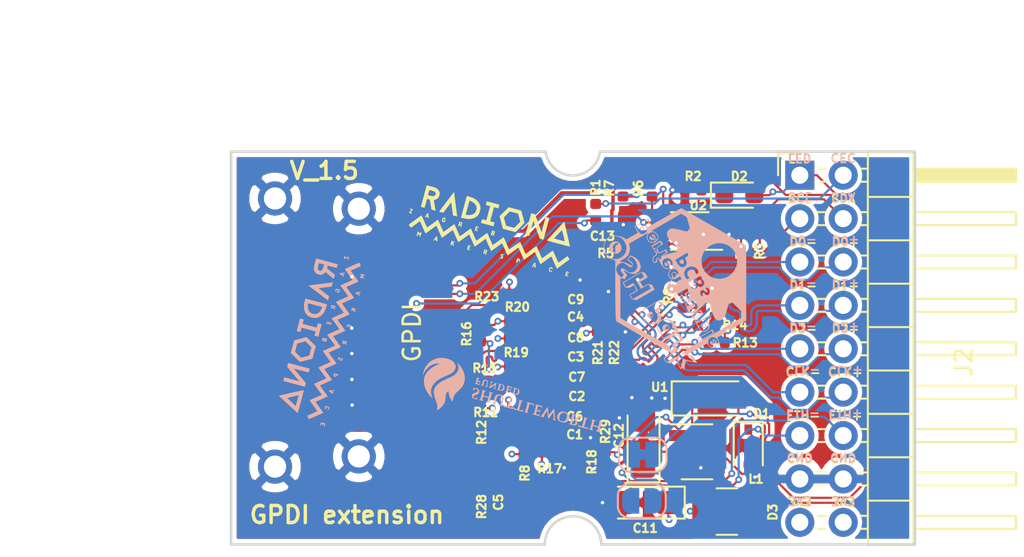
<source format=kicad_pcb>
(kicad_pcb (version 20171130) (host pcbnew 5.1.7+dfsg1-1~bpo10+1)
  (title_block (title "GPDI PMOD for ULX3S") (date 2020-09-08) (rev 1.4))
  (layers (0 F.Cu signal) (1 GND.Cu power) (2 VCC.Cu power) (31 B.Cu signal) (34 B.Paste user) (35 F.Paste user) (36 B.SilkS user) (37 F.SilkS user) (38 B.Mask user) (39 F.Mask user) (44 Edge.Cuts user))
  (net 0 "")
  (net 1 GND)
  (net 2 +3V3)
  (net 3 +5V)
  (net 4 GPDI_D2+)
  (net 5 GPDI_D1+)
  (net 6 GPDI_D0+)
  (net 7 GPDI_CLK+)
  (net 8 GPDI_ETH+)
  (net 9 GPDI_D2-)
  (net 10 GPDI_D1-)
  (net 11 GPDI_D0-)
  (net 12 GPDI_CLK-)
  (net 13 GPDI_ETH-)
  (net 14 "Net-(C13-Pad1)")
  (net 15 "Net-(D2-Pad1)")
  (net 16 LED_HDMI)
  (net 17 GPDI_SCL)
  (net 18 GPDI_SDA)
  (net 19 GPDI_CEC)
  (net 20 PMOD_SCL)
  (net 21 PMOD_SDA)
  (net 22 /D2+)
  (net 23 /D1+)
  (net 24 /D0+)
  (net 25 /CLK+)
  (net 26 /ETH+)
  (net 27 /D2-)
  (net 28 /D1-)
  (net 29 /D0-)
  (net 30 /ETH-)
  (net 31 /CEC)
  (net 32 /CLK-)
  (net 33 "Net-(D1-Pad2)")
  (net 34 "Net-(JP1-Pad2)")
  (module parts2:shutleworth-12mm (layer B.Cu) (at 126.86482 80.64256 345)
    (fp_text reference G*** hide)
    (fp_text value LOGO hide)
  )
  (module parts2:radiona-10mm (layer B.Cu) (at 115.78788 76.80462 255)
    (fp_text reference G*** hide)
    (fp_text value LOGO hide)
  )
  (module parts2:OSH_10x10 (layer B.Cu) (at 137.01466 73.58644 300)
    (fp_text reference G*** hide)
    (fp_text value LOGO hide)
  )
  (module parts2:radiona-10mm (layer F.Cu) (at 125.78786 70.47748 345)
    (fp_text reference G*** hide)
    (fp_text value LOGO hide)
  )
  (module Connector_PinHeader_2.54mm:PinHeader_2x09_P2.54mm_Horizontal (layer F.Cu) (at 143.764 67.31)
    (fp_text reference J2 (at 9.586 10.94 90) (layer F.SilkS))
    (fp_text value CONN)
    (pad 1 thru_hole rect (at 0 0) (size 1.7 1.7) (drill 1) (layers *.Cu *.Mask) (net 16 LED_HDMI))
    (pad 2 thru_hole oval (at 2.54 0) (size 1.7 1.7) (drill 1) (layers *.Cu *.Mask) (net 19 GPDI_CEC))
    (pad 3 thru_hole oval (at 0 2.54) (size 1.7 1.7) (drill 1) (layers *.Cu *.Mask) (net 20 PMOD_SCL))
    (pad 4 thru_hole oval (at 2.54 2.54) (size 1.7 1.7) (drill 1) (layers *.Cu *.Mask) (net 21 PMOD_SDA))
    (pad 5 thru_hole oval (at 0 5.08) (size 1.7 1.7) (drill 1) (layers *.Cu *.Mask) (net 11 GPDI_D0-))
    (pad 6 thru_hole oval (at 2.54 5.08) (size 1.7 1.7) (drill 1) (layers *.Cu *.Mask) (net 6 GPDI_D0+))
    (pad 7 thru_hole oval (at 0 7.62) (size 1.7 1.7) (drill 1) (layers *.Cu *.Mask) (net 10 GPDI_D1-))
    (pad 8 thru_hole oval (at 2.54 7.62) (size 1.7 1.7) (drill 1) (layers *.Cu *.Mask) (net 5 GPDI_D1+))
    (pad 9 thru_hole oval (at 0 10.16) (size 1.7 1.7) (drill 1) (layers *.Cu *.Mask) (net 9 GPDI_D2-))
    (pad 10 thru_hole oval (at 2.54 10.16) (size 1.7 1.7) (drill 1) (layers *.Cu *.Mask) (net 4 GPDI_D2+))
    (pad 11 thru_hole oval (at 0 12.7) (size 1.7 1.7) (drill 1) (layers *.Cu *.Mask) (net 12 GPDI_CLK-))
    (pad 12 thru_hole oval (at 2.54 12.7) (size 1.7 1.7) (drill 1) (layers *.Cu *.Mask) (net 7 GPDI_CLK+))
    (pad 13 thru_hole oval (at 0 15.24) (size 1.7 1.7) (drill 1) (layers *.Cu *.Mask) (net 13 GPDI_ETH-))
    (pad 14 thru_hole oval (at 2.54 15.24) (size 1.7 1.7) (drill 1) (layers *.Cu *.Mask) (net 8 GPDI_ETH+))
    (pad 15 thru_hole oval (at 0 17.78) (size 1.7 1.7) (drill 1) (layers *.Cu *.Mask) (net 1 GND))
    (pad 16 thru_hole oval (at 2.54 17.78) (size 1.7 1.7) (drill 1) (layers *.Cu *.Mask) (net 1 GND))
    (pad 17 thru_hole oval (at 0 20.32) (size 1.7 1.7) (drill 1) (layers *.Cu *.Mask) (net 2 +3V3))
    (pad 18 thru_hole oval (at 2.54 20.32) (size 1.7 1.7) (drill 1) (layers *.Cu *.Mask) (net 2 +3V3))
  )
  (module Resistor_SMD:R_0402_1005Metric (layer F.Cu) (at 127.255 74.265)
    (fp_text reference R23 (at -1.8 0.15) (layer F.SilkS) (effects (font (size 0.5 0.5) (thickness 0.125))))
    (fp_text value 50R)
    (pad 1 smd roundrect (at -0.485 0) (size 0.59 0.64) (layers F.Cu F.Paste F.Mask) (net 2 +3V3))
    (pad 2 smd roundrect (at 0.485 0) (size 0.59 0.64) (layers F.Cu F.Paste F.Mask) (net 32 /CLK-))
  )
  (module LED_SMD:LED_0603_1608Metric_Pad1.05x0.95mm_HandSolder (layer F.Cu) (at 140.225 68.475)
    (fp_text reference D2 (at 0 -1.1 180) (layer F.SilkS) (effects (font (size 0.5 0.5) (thickness 0.125))))
    (fp_text value LED)
    (pad 1 smd roundrect (at -0.875 0) (size 1.05 0.95) (layers F.Cu F.Paste F.Mask) (net 15 "Net-(D2-Pad1)"))
    (pad 2 smd roundrect (at 0.875 0) (size 1.05 0.95) (layers F.Cu F.Paste F.Mask) (net 16 LED_HDMI))
  )
  (module Diode_SMD:D_SOD-123 (layer F.Cu) (at 138.525 80.375)
    (fp_text reference D1 (at 3.01594 0.8924) (layer F.SilkS) (effects (font (size 0.5 0.5) (thickness 0.125))))
    (fp_text value MBR0520)
    (pad 1 smd rect (at -1.65 0) (size 0.9 1.2) (layers F.Cu F.Paste F.Mask) (net 3 +5V))
    (pad 2 smd rect (at 1.65 0) (size 0.9 1.2) (layers F.Cu F.Paste F.Mask) (net 33 "Net-(D1-Pad2)"))
  )
  (module Capacitor_Tantalum_SMD:CP_EIA-3216-10_Kemet-I (layer F.Cu) (at 134.725 86.475 180)
    (fp_text reference C11 (at 0 -1.5) (layer F.SilkS) (effects (font (size 0.5 0.5) (thickness 0.125))))
    (fp_text value 47uF)
    (pad 1 smd roundrect (at -1.35 0 180) (size 1.4 1.35) (layers F.Cu F.Paste F.Mask) (roundrect_rratio 0.185185) (net 2 +3V3))
    (pad 2 smd roundrect (at 1.35 0 180) (size 1.4 1.35) (layers F.Cu F.Paste F.Mask) (roundrect_rratio 0.185185) (net 1 GND))
  )
  (module Capacitor_Tantalum_SMD:CP_EIA-3216-10_Kemet-I (layer F.Cu) (at 134.625 82.975 90)
    (fp_text reference C12 (at 0.41982 -1.43812 90) (layer F.SilkS) (effects (font (size 0.5 0.5) (thickness 0.125))))
    (fp_text value 47uF)
    (pad 1 smd roundrect (at -1.35 0 90) (size 1.4 1.35) (layers F.Cu F.Paste F.Mask) (roundrect_rratio 0.185185) (net 3 +5V))
    (pad 2 smd roundrect (at 1.35 0 90) (size 1.4 1.35) (layers F.Cu F.Paste F.Mask) (roundrect_rratio 0.185185) (net 1 GND))
  )
  (module Capacitor_SMD:C_0402_1005Metric (layer F.Cu) (at 129.155 82.445 180)
    (fp_text reference C1 (at -1.45 -0.05) (layer F.SilkS) (effects (font (size 0.5 0.5) (thickness 0.125))))
    (fp_text value 220nF)
    (pad 1 smd roundrect (at -0.485 0 180) (size 0.59 0.64) (layers F.Cu F.Paste F.Mask) (net 4 GPDI_D2+))
    (pad 2 smd roundrect (at 0.485 0 180) (size 0.59 0.64) (layers F.Cu F.Paste F.Mask) (net 22 /D2+))
  )
  (module Capacitor_SMD:C_0402_1005Metric (layer F.Cu) (at 129.175 80.205 180)
    (fp_text reference C2 (at -1.55 -0.05) (layer F.SilkS) (effects (font (size 0.5 0.5) (thickness 0.125))))
    (fp_text value 220nF)
    (pad 2 smd roundrect (at 0.485 0 180) (size 0.59 0.64) (layers F.Cu F.Paste F.Mask) (net 23 /D1+))
    (pad 1 smd roundrect (at -0.485 0 180) (size 0.59 0.64) (layers F.Cu F.Paste F.Mask) (net 5 GPDI_D1+))
  )
  (module Capacitor_SMD:C_0402_1005Metric (layer F.Cu) (at 129.175 77.895 180)
    (fp_text reference C3 (at -1.485 -0.05) (layer F.SilkS) (effects (font (size 0.5 0.5) (thickness 0.125))))
    (fp_text value 220nF)
    (pad 2 smd roundrect (at 0.485 0 180) (size 0.59 0.64) (layers F.Cu F.Paste F.Mask) (net 24 /D0+))
    (pad 1 smd roundrect (at -0.485 0 180) (size 0.59 0.64) (layers F.Cu F.Paste F.Mask) (net 6 GPDI_D0+))
  )
  (module Capacitor_SMD:C_0402_1005Metric (layer F.Cu) (at 129.215 75.605 180)
    (fp_text reference C4 (at -1.435 0) (layer F.SilkS) (effects (font (size 0.5 0.5) (thickness 0.125))))
    (fp_text value 220nF)
    (pad 1 smd roundrect (at -0.485 0 180) (size 0.59 0.64) (layers F.Cu F.Paste F.Mask) (net 7 GPDI_CLK+))
    (pad 2 smd roundrect (at 0.485 0 180) (size 0.59 0.64) (layers F.Cu F.Paste F.Mask) (net 25 /CLK+))
  )
  (module Capacitor_SMD:C_0402_1005Metric (layer F.Cu) (at 126.155 85.005 90)
    (fp_text reference C5 (at -1.45 -0.02 90) (layer F.SilkS) (effects (font (size 0.5 0.5) (thickness 0.125))))
    (fp_text value 220nF)
    (pad 1 smd roundrect (at -0.485 0 90) (size 0.59 0.64) (layers F.Cu F.Paste F.Mask) (net 8 GPDI_ETH+))
    (pad 2 smd roundrect (at 0.485 0 90) (size 0.59 0.64) (layers F.Cu F.Paste F.Mask) (net 26 /ETH+))
  )
  (module Capacitor_SMD:C_0402_1005Metric (layer F.Cu) (at 129.15 81.395 180)
    (fp_text reference C6 (at -1.45 -0.05) (layer F.SilkS) (effects (font (size 0.5 0.5) (thickness 0.125))))
    (fp_text value 220nF)
    (pad 2 smd roundrect (at 0.485 0 180) (size 0.59 0.64) (layers F.Cu F.Paste F.Mask) (net 27 /D2-))
    (pad 1 smd roundrect (at -0.485 0 180) (size 0.59 0.64) (layers F.Cu F.Paste F.Mask) (net 9 GPDI_D2-))
  )
  (module Capacitor_SMD:C_0402_1005Metric (layer F.Cu) (at 129.17 79.125 180)
    (fp_text reference C7 (at -1.55 0) (layer F.SilkS) (effects (font (size 0.5 0.5) (thickness 0.125))))
    (fp_text value 220nF)
    (pad 1 smd roundrect (at -0.485 0 180) (size 0.59 0.64) (layers F.Cu F.Paste F.Mask) (net 10 GPDI_D1-))
    (pad 2 smd roundrect (at 0.485 0 180) (size 0.59 0.64) (layers F.Cu F.Paste F.Mask) (net 28 /D1-))
  )
  (module Capacitor_SMD:C_0402_1005Metric (layer F.Cu) (at 129.161 76.815 180)
    (fp_text reference C8 (at -1.499 0) (layer F.SilkS) (effects (font (size 0.5 0.5) (thickness 0.125))))
    (fp_text value 220nF)
    (pad 1 smd roundrect (at -0.485 0 180) (size 0.59 0.64) (layers F.Cu F.Paste F.Mask) (net 11 GPDI_D0-))
    (pad 2 smd roundrect (at 0.485 0 180) (size 0.59 0.64) (layers F.Cu F.Paste F.Mask) (net 29 /D0-))
  )
  (module Capacitor_SMD:C_0402_1005Metric (layer F.Cu) (at 129.21 74.535 180)
    (fp_text reference C9 (at -1.45 -0.05) (layer F.SilkS) (effects (font (size 0.5 0.5) (thickness 0.125))))
    (fp_text value 220nF)
    (pad 2 smd roundrect (at 0.485 0 180) (size 0.59 0.64) (layers F.Cu F.Paste F.Mask) (net 32 /CLK-))
    (pad 1 smd roundrect (at -0.485 0 180) (size 0.59 0.64) (layers F.Cu F.Paste F.Mask) (net 12 GPDI_CLK-))
  )
  (module Capacitor_SMD:C_0402_1005Metric (layer F.Cu) (at 133.925 70.875 180)
    (fp_text reference C13 (at 1.7 0) (layer F.SilkS) (effects (font (size 0.5 0.5) (thickness 0.125))))
    (fp_text value 470pF)
    (pad 2 smd roundrect (at 0.485 0 180) (size 0.59 0.64) (layers F.Cu F.Paste F.Mask) (net 1 GND))
    (pad 1 smd roundrect (at -0.485 0 180) (size 0.59 0.64) (layers F.Cu F.Paste F.Mask) (net 14 "Net-(C13-Pad1)"))
  )
  (module Diode_SMD:D_SOD-323 (layer F.Cu) (at 140.75 83.25 270)
    (fp_text reference D3 (at 3.78828 -1.4361 270) (layer F.SilkS) (effects (font (size 0.5 0.5) (thickness 0.125))))
    (fp_text value BZT52C3V6S-7-F)
    (pad 1 smd rect (at -1.05 0 270) (size 0.6 0.45) (layers F.Cu F.Paste F.Mask) (net 13 GPDI_ETH-))
    (pad 2 smd rect (at 1.05 0 270) (size 0.6 0.45) (layers F.Cu F.Paste F.Mask) (net 1 GND))
  )
  (module Inductor_SMD:L_1210_3225Metric (layer F.Cu) (at 139.5 87)
    (fp_text reference L1 (at 1.70058 -1.90736) (layer F.SilkS) (effects (font (size 0.5 0.5) (thickness 0.125))))
    (fp_text value 100u)
    (pad 1 smd roundrect (at -1.4 0) (size 1.25 2.65) (layers F.Cu F.Paste F.Mask) (roundrect_rratio 0.2) (net 2 +3V3))
    (pad 2 smd roundrect (at 1.4 0) (size 1.25 2.65) (layers F.Cu F.Paste F.Mask) (roundrect_rratio 0.2) (net 33 "Net-(D1-Pad2)"))
  )
  (module Resistor_SMD:R_0402_1005Metric (layer F.Cu) (at 131.825 69.475 90)
    (fp_text reference R1 (at 1.45 0 90) (layer F.SilkS) (effects (font (size 0.5 0.5) (thickness 0.125))))
    (fp_text value 510)
    (pad 2 smd roundrect (at 0.485 0 90) (size 0.59 0.64) (layers F.Cu F.Paste F.Mask) (net 19 GPDI_CEC))
    (pad 1 smd roundrect (at -0.485 0 90) (size 0.59 0.64) (layers F.Cu F.Paste F.Mask) (net 31 /CEC))
  )
  (module Resistor_SMD:R_0402_1005Metric (layer F.Cu) (at 137.525 68.175 180)
    (fp_text reference R2 (at 0 0.8) (layer F.SilkS) (effects (font (size 0.5 0.5) (thickness 0.125))))
    (fp_text value 4.7k)
    (pad 2 smd roundrect (at 0.485 0 180) (size 0.59 0.64) (layers F.Cu F.Paste F.Mask) (net 1 GND))
    (pad 1 smd roundrect (at -0.485 0 180) (size 0.59 0.64) (layers F.Cu F.Paste F.Mask) (net 15 "Net-(D2-Pad1)"))
  )
  (module Resistor_SMD:R_0402_1005Metric (layer F.Cu) (at 141.425 70.275 90)
    (fp_text reference R3 (at -1.5 0 90) (layer F.SilkS) (effects (font (size 0.5 0.5) (thickness 0.125))))
    (fp_text value 3.3k)
    (pad 1 smd roundrect (at -0.485 0 90) (size 0.59 0.64) (layers F.Cu F.Paste F.Mask) (net 2 +3V3))
    (pad 2 smd roundrect (at 0.485 0 90) (size 0.59 0.64) (layers F.Cu F.Paste F.Mask) (net 21 PMOD_SDA))
  )
  (module Resistor_SMD:R_0402_1005Metric (layer F.Cu) (at 140.325 70.275 90)
    (fp_text reference R4 (at -1.5 0 90) (layer F.SilkS) (effects (font (size 0.5 0.5) (thickness 0.125))))
    (fp_text value 3.3k)
    (pad 2 smd roundrect (at 0.485 0 90) (size 0.59 0.64) (layers F.Cu F.Paste F.Mask) (net 20 PMOD_SCL))
    (pad 1 smd roundrect (at -0.485 0 90) (size 0.59 0.64) (layers F.Cu F.Paste F.Mask) (net 2 +3V3))
  )
  (module Resistor_SMD:R_0402_1005Metric (layer F.Cu) (at 133.915 71.885)
    (fp_text reference R5 (at -1.5 0) (layer F.SilkS) (effects (font (size 0.5 0.5) (thickness 0.125))))
    (fp_text value 100k)
    (pad 1 smd roundrect (at -0.485 0) (size 0.59 0.64) (layers F.Cu F.Paste F.Mask) (net 3 +5V))
    (pad 2 smd roundrect (at 0.485 0) (size 0.59 0.64) (layers F.Cu F.Paste F.Mask) (net 14 "Net-(C13-Pad1)"))
  )
  (module Resistor_SMD:R_0402_1005Metric (layer F.Cu) (at 135.125 68.075 270)
    (fp_text reference R6 hide)
    (fp_text value 4.7k hide)
    (fp_text user %R (at 0 0.8 90) (layer F.SilkS) (effects (font (size 0.5 0.5) (thickness 0.125))))
    (pad 1 smd roundrect (at -0.485 0 270) (size 0.59 0.64) (layers F.Cu F.Paste F.Mask) (net 3 +5V))
    (pad 2 smd roundrect (at 0.485 0 270) (size 0.59 0.64) (layers F.Cu F.Paste F.Mask) (net 17 GPDI_SCL))
  )
  (module Resistor_SMD:R_0402_1005Metric (layer F.Cu) (at 133.425 68.075 270)
    (fp_text reference R7 (at 0 0.8 90) (layer F.SilkS) (effects (font (size 0.5 0.5) (thickness 0.125))))
    (fp_text value 4.7k)
    (pad 1 smd roundrect (at -0.485 0 270) (size 0.59 0.64) (layers F.Cu F.Paste F.Mask) (net 3 +5V))
    (pad 2 smd roundrect (at 0.485 0 270) (size 0.59 0.64) (layers F.Cu F.Paste F.Mask) (net 18 GPDI_SDA))
  )
  (module Resistor_SMD:R_0402_1005Metric (layer F.Cu) (at 127.635 83.155 90)
    (fp_text reference R8 (at -1.6 0.05 90) (layer F.SilkS) (effects (font (size 0.5 0.5) (thickness 0.125))))
    (fp_text value 50R)
    (pad 2 smd roundrect (at 0.485 0 90) (size 0.59 0.64) (layers F.Cu F.Paste F.Mask) (net 22 /D2+))
    (pad 1 smd roundrect (at -0.485 0 90) (size 0.59 0.64) (layers F.Cu F.Paste F.Mask) (net 2 +3V3))
  )
  (module Resistor_SMD:R_0402_1005Metric (layer F.Cu) (at 136.92576 74.5872 270)
    (fp_text reference R9 (at -0.21844 0.83566 90) (layer F.SilkS) (effects (font (size 0.5 0.5) (thickness 0.125))))
    (fp_text value 10K)
    (pad 1 smd roundrect (at -0.485 0 270) (size 0.59 0.64) (layers F.Cu F.Paste F.Mask) (net 2 +3V3))
    (pad 2 smd roundrect (at 0.485 0 270) (size 0.59 0.64) (layers F.Cu F.Paste F.Mask) (net 6 GPDI_D0+))
  )
  (module Resistor_SMD:R_0402_1005Metric (layer F.Cu) (at 137.96462 74.59482 90)
    (fp_text reference R10 (at -0.05 0.87 90) (layer F.SilkS) (effects (font (size 0.5 0.5) (thickness 0.125))))
    (fp_text value 10K)
    (pad 1 smd roundrect (at -0.485 0 90) (size 0.59 0.64) (layers F.Cu F.Paste F.Mask) (net 6 GPDI_D0+))
    (pad 2 smd roundrect (at 0.485 0 90) (size 0.59 0.64) (layers F.Cu F.Paste F.Mask) (net 1 GND))
  )
  (module Resistor_SMD:R_0402_1005Metric (layer F.Cu) (at 127.195 81.145)
    (fp_text reference R11 (at -1.8 0.05) (layer F.SilkS) (effects (font (size 0.5 0.5) (thickness 0.125))))
    (fp_text value 50R)
    (pad 2 smd roundrect (at 0.485 0) (size 0.59 0.64) (layers F.Cu F.Paste F.Mask) (net 27 /D2-))
    (pad 1 smd roundrect (at -0.485 0) (size 0.59 0.64) (layers F.Cu F.Paste F.Mask) (net 2 +3V3))
  )
  (module Resistor_SMD:R_0402_1005Metric (layer F.Cu) (at 125.105 80.465 90)
    (fp_text reference R12 (at -1.9 0.05 90) (layer F.SilkS) (effects (font (size 0.5 0.5) (thickness 0.125))))
    (fp_text value 50R)
    (pad 1 smd roundrect (at -0.485 0 90) (size 0.59 0.64) (layers F.Cu F.Paste F.Mask) (net 2 +3V3))
    (pad 2 smd roundrect (at 0.485 0 90) (size 0.59 0.64) (layers F.Cu F.Paste F.Mask) (net 23 /D1+))
  )
  (module Resistor_SMD:R_0402_1005Metric (layer F.Cu) (at 138.89172 77.10688 180)
    (fp_text reference R13 (at -1.68148 -0.0127) (layer F.SilkS) (effects (font (size 0.5 0.5) (thickness 0.125))))
    (fp_text value 10K)
    (pad 2 smd roundrect (at 0.485 0 180) (size 0.59 0.64) (layers F.Cu F.Paste F.Mask) (net 5 GPDI_D1+))
    (pad 1 smd roundrect (at -0.485 0 180) (size 0.59 0.64) (layers F.Cu F.Paste F.Mask) (net 2 +3V3))
  )
  (module Resistor_SMD:R_0402_1005Metric (layer F.Cu) (at 138.26942 76.09342)
    (fp_text reference R14 (at 1.7 0) (layer F.SilkS) (effects (font (size 0.5 0.5) (thickness 0.125))))
    (fp_text value 10K)
    (pad 1 smd roundrect (at -0.485 0) (size 0.59 0.64) (layers F.Cu F.Paste F.Mask) (net 5 GPDI_D1+))
    (pad 2 smd roundrect (at 0.485 0) (size 0.59 0.64) (layers F.Cu F.Paste F.Mask) (net 1 GND))
  )
  (module Resistor_SMD:R_0402_1005Metric (layer F.Cu) (at 127.245 78.505)
    (fp_text reference R15 (at -1.9 0.1) (layer F.SilkS) (effects (font (size 0.5 0.5) (thickness 0.125))))
    (fp_text value 50R)
    (pad 2 smd roundrect (at 0.485 0) (size 0.59 0.64) (layers F.Cu F.Paste F.Mask) (net 28 /D1-))
    (pad 1 smd roundrect (at -0.485 0) (size 0.59 0.64) (layers F.Cu F.Paste F.Mask) (net 2 +3V3))
  )
  (module Resistor_SMD:R_0402_1005Metric (layer F.Cu) (at 125.09444 76.56332 270)
    (fp_text reference R16 (at 0.03302 0.81788 90) (layer F.SilkS) (effects (font (size 0.5 0.5) (thickness 0.125))))
    (fp_text value 50R)
    (pad 1 smd roundrect (at -0.485 0 270) (size 0.59 0.64) (layers F.Cu F.Paste F.Mask) (net 2 +3V3))
    (pad 2 smd roundrect (at 0.485 0 270) (size 0.59 0.64) (layers F.Cu F.Paste F.Mask) (net 24 /D0+))
  )
  (module Resistor_SMD:R_0402_1005Metric (layer F.Cu) (at 129.165 83.515)
    (fp_text reference R17 (at -0.025 0.975) (layer F.SilkS) (effects (font (size 0.5 0.5) (thickness 0.125))))
    (fp_text value 10K)
    (pad 2 smd roundrect (at 0.485 0) (size 0.59 0.64) (layers F.Cu F.Paste F.Mask) (net 4 GPDI_D2+))
    (pad 1 smd roundrect (at -0.485 0) (size 0.59 0.64) (layers F.Cu F.Paste F.Mask) (net 2 +3V3))
  )
  (module Resistor_SMD:R_0402_1005Metric (layer F.Cu) (at 130.685 83.985 270)
    (fp_text reference R18 (at 0.10688 -0.91184 90) (layer F.SilkS) (effects (font (size 0.5 0.5) (thickness 0.125))))
    (fp_text value 10K)
    (pad 1 smd roundrect (at -0.485 0 270) (size 0.59 0.64) (layers F.Cu F.Paste F.Mask) (net 4 GPDI_D2+))
    (pad 2 smd roundrect (at 0.485 0 270) (size 0.59 0.64) (layers F.Cu F.Paste F.Mask) (net 1 GND))
  )
  (module Resistor_SMD:R_0402_1005Metric (layer F.Cu) (at 127.235 76.865)
    (fp_text reference R19 (at -0.05776 0.82862) (layer F.SilkS) (effects (font (size 0.5 0.5) (thickness 0.125))))
    (fp_text value 50R)
    (pad 2 smd roundrect (at 0.485 0) (size 0.59 0.64) (layers F.Cu F.Paste F.Mask) (net 29 /D0-))
    (pad 1 smd roundrect (at -0.485 0) (size 0.59 0.64) (layers F.Cu F.Paste F.Mask) (net 2 +3V3))
  )
  (module Resistor_SMD:R_0402_1005Metric (layer F.Cu) (at 127.255 75.855)
    (fp_text reference R20 (at -0.01172 -0.82838) (layer F.SilkS) (effects (font (size 0.5 0.5) (thickness 0.125))))
    (fp_text value 50R)
    (pad 1 smd roundrect (at -0.485 0) (size 0.59 0.64) (layers F.Cu F.Paste F.Mask) (net 2 +3V3))
    (pad 2 smd roundrect (at 0.485 0) (size 0.59 0.64) (layers F.Cu F.Paste F.Mask) (net 25 /CLK+))
  )
  (module Resistor_SMD:R_0402_1005Metric (layer F.Cu) (at 131.92196 75.98928 90)
    (fp_text reference R21 (at -1.70688 0.03302 90) (layer F.SilkS) (effects (font (size 0.5 0.5) (thickness 0.125))))
    (fp_text value 10K)
    (pad 2 smd roundrect (at 0.485 0 90) (size 0.59 0.64) (layers F.Cu F.Paste F.Mask) (net 7 GPDI_CLK+))
    (pad 1 smd roundrect (at -0.485 0 90) (size 0.59 0.64) (layers F.Cu F.Paste F.Mask) (net 2 +3V3))
  )
  (module Resistor_SMD:R_0402_1005Metric (layer F.Cu) (at 132.92526 75.9969 270)
    (fp_text reference R22 (at 1.69926 0.00508 90) (layer F.SilkS) (effects (font (size 0.5 0.5) (thickness 0.125))))
    (fp_text value 10K)
    (pad 2 smd roundrect (at 0.485 0 270) (size 0.59 0.64) (layers F.Cu F.Paste F.Mask) (net 1 GND))
    (pad 1 smd roundrect (at -0.485 0 270) (size 0.59 0.64) (layers F.Cu F.Paste F.Mask) (net 7 GPDI_CLK+))
  )
  (module Resistor_SMD:R_0402_1005Metric (layer F.Cu) (at 125.115 85.005 270)
    (fp_text reference R28 (at 1.71 -0.04 90) (layer F.SilkS) (effects (font (size 0.5 0.5) (thickness 0.125))))
    (fp_text value 510)
    (pad 2 smd roundrect (at 0.485 0 270) (size 0.59 0.64) (layers F.Cu F.Paste F.Mask) (net 13 GPDI_ETH-))
    (pad 1 smd roundrect (at -0.485 0 270) (size 0.59 0.64) (layers F.Cu F.Paste F.Mask) (net 30 /ETH-))
  )
  (module Resistor_SMD:R_0402_1005Metric (layer F.Cu) (at 132.38424 84.00552 270)
    (fp_text reference R29 (at -1.69418 -0.01778 270) (layer F.SilkS) (effects (font (size 0.5 0.5) (thickness 0.125))))
    (fp_text value 4.7k)
    (pad 1 smd roundrect (at -0.485 0 270) (size 0.59 0.64) (layers F.Cu F.Paste F.Mask) (net 34 "Net-(JP1-Pad2)"))
    (pad 2 smd roundrect (at 0.485 0 270) (size 0.59 0.64) (layers F.Cu F.Paste F.Mask) (net 1 GND))
  )
  (module Package_TO_SOT_SMD:SOT-23-5 (layer F.Cu) (at 137.75 83.5)
    (fp_text reference U1 (at -2.17806 -3.78454) (layer F.SilkS) (effects (font (size 0.5 0.5) (thickness 0.125))))
    (fp_text value RN5RK501A)
    (pad 1 smd rect (at -1.1 -0.95) (size 1.06 0.65) (layers F.Cu F.Paste F.Mask) (net 34 "Net-(JP1-Pad2)"))
    (pad 2 smd rect (at -1.1 0) (size 1.06 0.65) (layers F.Cu F.Paste F.Mask) (net 3 +5V))
    (pad 3 smd rect (at -1.1 0.95) (size 1.06 0.65) (layers F.Cu F.Paste F.Mask))
    (pad 4 smd rect (at 1.1 0.95) (size 1.06 0.65) (layers F.Cu F.Paste F.Mask) (net 1 GND))
    (pad 5 smd rect (at 1.1 -0.95) (size 1.06 0.65) (layers F.Cu F.Paste F.Mask) (net 33 "Net-(D1-Pad2)"))
  )
  (module Package_SO:VSSOP-8_2.3x2mm_P0.5mm (layer F.Cu) (at 137.325 70.575 180)
    (fp_text reference U2 (at -0.5 1.5) (layer F.SilkS) (effects (font (size 0.5 0.5) (thickness 0.125))))
    (fp_text value PCA9306 hide)
    (pad 1 smd rect (at -1.55 -0.75 90) (size 0.3 0.8) (layers F.Cu F.Paste F.Mask) (net 1 GND))
    (pad 2 smd rect (at -1.55 -0.25 90) (size 0.3 0.8) (layers F.Cu F.Paste F.Mask) (net 2 +3V3))
    (pad 3 smd rect (at -1.55 0.25 90) (size 0.3 0.8) (layers F.Cu F.Paste F.Mask) (net 20 PMOD_SCL))
    (pad 4 smd rect (at -1.55 0.75 90) (size 0.3 0.8) (layers F.Cu F.Paste F.Mask) (net 21 PMOD_SDA))
    (pad 5 smd rect (at 1.55 0.75 90) (size 0.3 0.8) (layers F.Cu F.Paste F.Mask) (net 18 GPDI_SDA))
    (pad 6 smd rect (at 1.55 0.25 90) (size 0.3 0.8) (layers F.Cu F.Paste F.Mask) (net 17 GPDI_SCL))
    (pad 7 smd rect (at 1.55 -0.25 90) (size 0.3 0.8) (layers F.Cu F.Paste F.Mask) (net 14 "Net-(C13-Pad1)"))
    (pad 8 smd rect (at 1.55 -0.75 90) (size 0.3 0.8) (layers F.Cu F.Paste F.Mask) (net 2 +3V3))
  )
  (module Jumper:SolderJumper-2_P1.3mm_Bridged_RoundedPad1.0x1.5mm (layer B.Cu) (at 134.575 83.675 180)
    (fp_text reference JP1 hide)
    (fp_text value SJB)
    (fp_poly (pts (xy 0.25 0.3) (xy -0.25 0.3) (xy -0.25 -0.3) (xy 0.25 -0.3)) (layer B.Cu) (width 0))
    (pad 2 smd custom (at 0.65 0 180) (size 1 0.5) (layers B.Cu B.Mask) (net 34 "Net-(JP1-Pad2)") (options (clearance outline) (anchor rect)) (primitives (gr_circle (center 0 -0.25) (end 0.5 -0.25) (width 0)) (gr_circle (center 0 0.25) (end 0.5 0.25) (width 0)) (gr_poly (pts (xy 0 0.75) (xy -0.5 0.75) (xy -0.5 -0.75) (xy 0 -0.75)) (width 0))))
    (pad 1 smd custom (at -0.65 0 180) (size 1 0.5) (layers B.Cu B.Mask) (net 16 LED_HDMI) (options (clearance outline) (anchor rect)) (primitives (gr_circle (center 0 -0.25) (end 0.5 -0.25) (width 0)) (gr_circle (center 0 0.25) (end 0.5 0.25) (width 0)) (gr_poly (pts (xy 0 0.75) (xy 0.5 0.75) (xy 0.5 -0.75) (xy 0 -0.75)) (width 0))))
  )
  (module Jumper:SolderJumper-2_P1.3mm_Open_RoundedPad1.0x1.5mm (layer B.Cu) (at 134.525 86.375)
    (fp_text reference JP2 hide)
    (fp_text value SJO)
    (pad 1 smd custom (at -0.65 0) (size 1 0.5) (layers B.Cu B.Mask) (net 3 +5V) (options (clearance outline) (anchor rect)) (primitives (gr_circle (center 0 -0.25) (end 0.5 -0.25) (width 0)) (gr_circle (center 0 0.25) (end 0.5 0.25) (width 0)) (gr_poly (pts (xy 0 0.75) (xy 0.5 0.75) (xy 0.5 -0.75) (xy 0 -0.75)) (width 0))))
    (pad 2 smd custom (at 0.65 0) (size 1 0.5) (layers B.Cu B.Mask) (net 34 "Net-(JP1-Pad2)") (options (clearance outline) (anchor rect)) (primitives (gr_circle (center 0 -0.25) (end 0.5 -0.25) (width 0)) (gr_circle (center 0 0.25) (end 0.5 0.25) (width 0)) (gr_poly (pts (xy 0 0.75) (xy -0.5 0.75) (xy -0.5 -0.75) (xy 0 -0.75)) (width 0))))
  )
  (module GPDI:CONN-10029449-111RLF (layer F.Cu) (at 117.96974 76.52014 270)
    (fp_text reference GPDI (at 0 -3.1115 90) (layer F.SilkS))
    (fp_text value GPDI hide)
    (pad 0 thru_hole circle (at 7.85 4.9 270) (size 2 2) (drill 1.3) (layers *.Cu *.Mask) (net 1 GND))
    (pad 0 thru_hole circle (at -7.85 4.9 270) (size 2 2) (drill 1.3) (layers *.Cu *.Mask) (net 1 GND))
    (pad 0 thru_hole circle (at 7.25 0 270) (size 2 2) (drill 1.3) (layers *.Cu *.Mask) (net 1 GND))
    (pad 0 thru_hole circle (at -7.25 0 270) (size 2 2) (drill 1.3) (layers *.Cu *.Mask) (net 1 GND))
    (pad 1 smd rect (at 4.75 -1 270) (size 0.3 1.9) (layers F.Cu F.Paste F.Mask) (net 22 /D2+))
    (pad 2 smd rect (at 4.25 -1 270) (size 0.3 1.9) (layers F.Cu F.Paste F.Mask) (net 1 GND))
    (pad 3 smd rect (at 3.75 -1 270) (size 0.3 1.9) (layers F.Cu F.Paste F.Mask) (net 27 /D2-))
    (pad 4 smd rect (at 3.25 -1 270) (size 0.3 1.9) (layers F.Cu F.Paste F.Mask) (net 23 /D1+))
    (pad 5 smd rect (at 2.75 -1 270) (size 0.3 1.9) (layers F.Cu F.Paste F.Mask) (net 1 GND))
    (pad 6 smd rect (at 2.25 -1 270) (size 0.3 1.9) (layers F.Cu F.Paste F.Mask) (net 28 /D1-))
    (pad 7 smd rect (at 1.75 -1 270) (size 0.3 1.9) (layers F.Cu F.Paste F.Mask) (net 24 /D0+))
    (pad 8 smd rect (at 1.25 -1 270) (size 0.3 1.9) (layers F.Cu F.Paste F.Mask) (net 1 GND))
    (pad 9 smd rect (at 0.75 -1 270) (size 0.3 1.9) (layers F.Cu F.Paste F.Mask) (net 29 /D0-))
    (pad 10 smd rect (at 0.25 -1 270) (size 0.3 1.9) (layers F.Cu F.Paste F.Mask) (net 25 /CLK+))
    (pad 11 smd rect (at -0.25 -1 270) (size 0.3 1.9) (layers F.Cu F.Paste F.Mask) (net 1 GND))
    (pad 12 smd rect (at -0.75 -1 270) (size 0.3 1.9) (layers F.Cu F.Paste F.Mask) (net 32 /CLK-))
    (pad 13 smd rect (at -1.25 -1 270) (size 0.3 1.9) (layers F.Cu F.Paste F.Mask) (net 31 /CEC))
    (pad 14 smd rect (at -1.75 -1 270) (size 0.3 1.9) (layers F.Cu F.Paste F.Mask) (net 26 /ETH+))
    (pad 15 smd rect (at -2.25 -1 270) (size 0.3 1.9) (layers F.Cu F.Paste F.Mask) (net 17 GPDI_SCL))
    (pad 16 smd rect (at -2.75 -1 270) (size 0.3 1.9) (layers F.Cu F.Paste F.Mask) (net 18 GPDI_SDA))
    (pad 17 smd rect (at -3.25 -1 270) (size 0.3 1.9) (layers F.Cu F.Paste F.Mask) (net 1 GND))
    (pad 18 smd rect (at -3.75 -1 270) (size 0.3 1.9) (layers F.Cu F.Paste F.Mask) (net 3 +5V))
    (pad 19 smd rect (at -4.25 -1 270) (size 0.3 1.9) (layers F.Cu F.Paste F.Mask) (net 30 /ETH-))
  )
  (gr_text " V_1.5" (at 115.57198 67.0434) (layer F.SilkS) (effects (font (size 1 1) (thickness 0.2))))
  (gr_text "GPDI extension" (at 117.27124 87.19068) (layer F.SilkS) (effects (font (size 1 1) (thickness 0.2))))
  (gr_text 3V3 (at 143.764 86.487) (layer F.SilkS) (effects (font (size 0.5 0.5) (thickness 0.1))))
  (gr_text GND (at 143.764 83.947) (layer F.SilkS) (effects (font (size 0.5 0.5) (thickness 0.1))))
  (gr_text ETH- (at 143.965 81.407) (layer F.SilkS) (effects (font (size 0.5 0.5) (thickness 0.1))))
  (gr_text CLK- (at 143.965 78.867) (layer F.SilkS) (effects (font (size 0.5 0.5) (thickness 0.1))))
  (gr_text D0- (at 143.965 71.247) (layer F.SilkS) (effects (font (size 0.5 0.5) (thickness 0.1))))
  (gr_text D2- (at 143.965 76.327) (layer F.SilkS) (effects (font (size 0.5 0.5) (thickness 0.1))))
  (gr_text LED (at 143.764 66.35) (layer F.SilkS) (effects (font (size 0.5 0.5) (thickness 0.1))))
  (gr_text D1- (at 143.965 73.787) (layer F.SilkS) (effects (font (size 0.5 0.5) (thickness 0.1))))
  (gr_text SCL (at 143.764 68.707) (layer F.SilkS) (effects (font (size 0.5 0.5) (thickness 0.1))))
  (gr_text 3V3 (at 146.304 86.487) (layer F.SilkS) (effects (font (size 0.5 0.5) (thickness 0.1))))
  (gr_text ETH+ (at 146.431 81.407) (layer F.SilkS) (effects (font (size 0.5 0.5) (thickness 0.1))))
  (gr_text CEC (at 146.3 66.325) (layer F.SilkS) (effects (font (size 0.5 0.5) (thickness 0.1))))
  (gr_text SDA (at 146.304 68.707) (layer F.SilkS) (effects (font (size 0.5 0.5) (thickness 0.1))))
  (gr_text CLK+ (at 146.431 78.867) (layer F.SilkS) (effects (font (size 0.5 0.5) (thickness 0.1))))
  (gr_text GND (at 146.304 83.947) (layer F.SilkS) (effects (font (size 0.5 0.5) (thickness 0.1))))
  (gr_text D2+ (at 146.431 76.327) (layer F.SilkS) (effects (font (size 0.5 0.5) (thickness 0.1))))
  (gr_text D0+ (at 146.431 71.247) (layer F.SilkS) (effects (font (size 0.5 0.5) (thickness 0.1))))
  (gr_text D1+ (at 146.431 73.787) (layer F.SilkS) (effects (font (size 0.5 0.5) (thickness 0.1))))
  (gr_line (start 150.495 88.925) (end 132.151 88.925) (layer Edge.Cuts) (width 0.15))
  (gr_arc (start 130.5 88.925) (end 132.151 88.925) (angle -180) (layer Edge.Cuts) (width 0.15))
  (gr_line (start 128.905 65.925) (end 110.5 65.925) (layer Edge.Cuts) (width 0.15))
  (gr_arc (start 130.487549 65.725) (end 128.900098 65.925) (angle -165.6) (layer Edge.Cuts) (width 0.15))
  (gr_line (start 132.075 65.925) (end 150.495 65.925) (layer Edge.Cuts) (width 0.15))
  (gr_text CEC (at 146.304 66.275 180) (layer B.SilkS) (effects (font (size 0.5 0.5) (thickness 0.1)) (justify mirror)))
  (gr_text LED (at 143.75 66.3 180) (layer B.SilkS) (effects (font (size 0.5 0.5) (thickness 0.1)) (justify mirror)))
  (gr_text SDA (at 146.304 68.58 180) (layer B.SilkS) (effects (font (size 0.5 0.5) (thickness 0.1)) (justify mirror)))
  (gr_text SCL (at 143.764 68.58 180) (layer B.SilkS) (effects (font (size 0.5 0.5) (thickness 0.1)) (justify mirror)))
  (gr_text 3V3 (at 143.764 86.36 180) (layer B.SilkS) (effects (font (size 0.5 0.5) (thickness 0.1)) (justify mirror)))
  (gr_text 3V3 (at 146.304 86.36 180) (layer B.SilkS) (effects (font (size 0.5 0.5) (thickness 0.1)) (justify mirror)))
  (gr_line (start 128.849 88.925) (end 110.5 88.925) (layer Edge.Cuts) (width 0.15))
  (gr_text D1- (at 143.944 73.66 180) (layer B.SilkS) (effects (font (size 0.5 0.5) (thickness 0.1)) (justify mirror)))
  (gr_text D2- (at 143.944 76.2 180) (layer B.SilkS) (effects (font (size 0.5 0.5) (thickness 0.1)) (justify mirror)))
  (gr_text CLK- (at 143.944 78.74 180) (layer B.SilkS) (effects (font (size 0.5 0.5) (thickness 0.1)) (justify mirror)))
  (gr_text ETH- (at 143.944 81.28 180) (layer B.SilkS) (effects (font (size 0.5 0.5) (thickness 0.1)) (justify mirror)))
  (gr_text GND (at 143.764 83.82 180) (layer B.SilkS) (effects (font (size 0.5 0.5) (thickness 0.1)) (justify mirror)))
  (gr_text GND (at 146.304 83.82 180) (layer B.SilkS) (effects (font (size 0.5 0.5) (thickness 0.1)) (justify mirror)))
  (gr_text ETH+ (at 146.444 81.28 180) (layer B.SilkS) (effects (font (size 0.5 0.5) (thickness 0.1)) (justify mirror)))
  (gr_text CLK+ (at 146.444 78.74 180) (layer B.SilkS) (effects (font (size 0.5 0.5) (thickness 0.1)) (justify mirror)))
  (gr_text D2+ (at 146.444 76.2 180) (layer B.SilkS) (effects (font (size 0.5 0.5) (thickness 0.1)) (justify mirror)))
  (gr_text D1+ (at 146.444 73.66 180) (layer B.SilkS) (effects (font (size 0.5 0.5) (thickness 0.1)) (justify mirror)))
  (gr_text D0- (at 143.944 71.12 180) (layer B.SilkS) (effects (font (size 0.5 0.5) (thickness 0.1)) (justify mirror)))
  (gr_text D0+ (at 146.444 71.12 180) (layer B.SilkS) (effects (font (size 0.5 0.5) (thickness 0.1)) (justify mirror)))
  (gr_line (start 150.495 65.925) (end 150.495 88.925) (layer Edge.Cuts) (width 0.15))
  (gr_line (start 110.5 65.925) (end 110.5 88.925) (layer Edge.Cuts) (width 0.15))
  (via (at 129.985 84.435) (size 0.4) (drill 0.2) (layers F.Cu B.Cu) (net 1))
  (segment (start 130.02 84.47) (end 129.985 84.435) (width 0.127) (layer F.Cu) (net 1))
  (segment (start 130.685 84.47) (end 130.02 84.47) (width 0.127) (layer F.Cu) (net 1))
  (via (at 136.325 68.175) (size 0.4) (drill 0.2) (layers F.Cu B.Cu) (net 1))
  (segment (start 137.04 68.175) (end 136.325 68.175) (width 0.127) (layer F.Cu) (net 1))
  (via (at 132.225 86.475) (size 0.4) (drill 0.2) (layers F.Cu B.Cu) (net 1))
  (segment (start 133.375 86.475) (end 132.225 86.475) (width 0.127) (layer F.Cu) (net 1))
  (via (at 135.10458 80.34792) (size 0.4) (drill 0.2) (layers F.Cu B.Cu) (net 1))
  (via (at 135.88436 80.37332) (size 0.4) (drill 0.2) (layers F.Cu B.Cu) (net 1))
  (via (at 131.525 82.675) (size 0.4) (drill 0.2) (layers F.Cu B.Cu) (net 1))
  (via (at 133.20974 81.51632) (size 0.4) (drill 0.2) (layers F.Cu B.Cu) (net 1))
  (via (at 139.625 70.775) (size 0.4) (drill 0.2) (layers F.Cu B.Cu) (net 1))
  (segment (start 139.625 71.102) (end 139.625 70.775) (width 0.127) (layer F.Cu) (net 1))
  (segment (start 139.402 71.325) (end 139.625 71.102) (width 0.127) (layer F.Cu) (net 1))
  (segment (start 138.875 71.325) (end 139.402 71.325) (width 0.127) (layer F.Cu) (net 1))
  (via (at 133.9438 80.33014) (size 0.4) (drill 0.2) (layers F.Cu B.Cu) (net 1))
  (via (at 130.91358 73.4442) (size 0.4) (drill 0.2) (layers F.Cu B.Cu) (net 1))
  (via (at 132.56966 74.11984) (size 0.4) (drill 0.2) (layers F.Cu B.Cu) (net 1))
  (via (at 134.28162 73.41626) (size 0.4) (drill 0.2) (layers F.Cu B.Cu) (net 1))
  (via (at 136.23996 72.6822) (size 0.4) (drill 0.2) (layers F.Cu B.Cu) (net 1))
  (via (at 133.56534 76.48204) (size 0.4) (drill 0.2) (layers F.Cu B.Cu) (net 1))
  (segment (start 132.92526 76.4819) (end 133.5652 76.4819) (width 0.127) (layer F.Cu) (net 1))
  (segment (start 133.5652 76.4819) (end 133.56534 76.48204) (width 0.127) (layer F.Cu) (net 1))
  (via (at 138.6301 73.92172) (size 0.4) (drill 0.2) (layers F.Cu B.Cu) (net 1))
  (segment (start 137.96462 74.10982) (end 138.442 74.10982) (width 0.127) (layer F.Cu) (net 1))
  (segment (start 138.442 74.10982) (end 138.6301 73.92172) (width 0.127) (layer F.Cu) (net 1))
  (via (at 133.44 70.204818) (size 0.4) (drill 0.2) (layers F.Cu B.Cu) (net 1))
  (segment (start 133.44 70.875) (end 133.44 70.204818) (width 0.127) (layer F.Cu) (net 1))
  (via (at 139.35654 75.70415) (size 0.4) (drill 0.2) (layers F.Cu B.Cu) (net 1))
  (segment (start 138.96727 76.09342) (end 139.35654 75.70415) (width 0.127) (layer F.Cu) (net 1))
  (segment (start 138.75442 76.09342) (end 138.96727 76.09342) (width 0.127) (layer F.Cu) (net 1))
  (segment (start 140.75 84.6) (end 141.134523 84.984523) (width 0.127) (layer F.Cu) (net 1))
  (segment (start 140.75 84.3) (end 140.75 84.6) (width 0.127) (layer F.Cu) (net 1))
  (via (at 141.134523 84.984523) (size 0.4) (drill 0.2) (layers F.Cu B.Cu) (net 1))
  (via (at 117.56334 73.25878) (size 0.4) (drill 0.2) (layers F.Cu B.Cu) (net 1))
  (segment (start 118.96974 73.27014) (end 117.5747 73.27014) (width 0.2) (layer F.Cu) (net 1))
  (segment (start 117.5747 73.27014) (end 117.56334 73.25878) (width 0.2) (layer F.Cu) (net 1))
  (via (at 117.5608 76.2636) (size 0.4) (drill 0.2) (layers F.Cu B.Cu) (net 1))
  (segment (start 118.96974 76.27014) (end 117.56734 76.27014) (width 0.2) (layer F.Cu) (net 1))
  (segment (start 117.56734 76.27014) (end 117.5608 76.2636) (width 0.2) (layer F.Cu) (net 1))
  (via (at 117.56334 77.7495) (size 0.4) (drill 0.2) (layers F.Cu B.Cu) (net 1))
  (segment (start 118.96974 77.77014) (end 117.58398 77.77014) (width 0.2) (layer F.Cu) (net 1))
  (segment (start 117.58398 77.77014) (end 117.56334 77.7495) (width 0.2) (layer F.Cu) (net 1))
  (via (at 117.56842 79.26334) (size 0.4) (drill 0.2) (layers F.Cu B.Cu) (net 1))
  (segment (start 118.96974 79.27014) (end 117.57522 79.27014) (width 0.2) (layer F.Cu) (net 1))
  (segment (start 117.57522 79.27014) (end 117.56842 79.26334) (width 0.2) (layer F.Cu) (net 1))
  (via (at 117.57858 80.76702) (size 0.4) (drill 0.2) (layers F.Cu B.Cu) (net 1))
  (segment (start 118.96974 80.77014) (end 117.5817 80.77014) (width 0.2) (layer F.Cu) (net 1))
  (segment (start 117.5817 80.77014) (end 117.57858 80.76702) (width 0.2) (layer F.Cu) (net 1))
  (via (at 137.97478 84.43732) (size 0.4) (drill 0.2) (layers F.Cu B.Cu) (net 1))
  (segment (start 137.98746 84.45) (end 137.97478 84.43732) (width 0.127) (layer F.Cu) (net 1))
  (segment (start 138.85 84.45) (end 137.98746 84.45) (width 0.127) (layer F.Cu) (net 1))
  (via (at 131.734 84.48812) (size 0.4) (drill 0.2) (layers F.Cu B.Cu) (net 1))
  (segment (start 132.38424 84.49052) (end 131.7364 84.49052) (width 0.127) (layer F.Cu) (net 1))
  (segment (start 131.7364 84.49052) (end 131.734 84.48812) (width 0.127) (layer F.Cu) (net 1))
  (via (at 126.105 75.855) (size 0.4) (drill 0.2) (layers F.Cu B.Cu) (net 2))
  (segment (start 126.77 75.855) (end 126.105 75.855) (width 0.127) (layer F.Cu) (net 2))
  (via (at 128.665 84.225) (size 0.4) (drill 0.2) (layers F.Cu B.Cu) (net 2))
  (segment (start 128.68 84.21) (end 128.665 84.225) (width 0.127) (layer F.Cu) (net 2))
  (segment (start 128.68 83.515) (end 128.68 84.21) (width 0.127) (layer F.Cu) (net 2))
  (via (at 126.925 83.635) (size 0.4) (drill 0.2) (layers F.Cu B.Cu) (net 2))
  (segment (start 126.93 83.64) (end 126.925 83.635) (width 0.127) (layer F.Cu) (net 2))
  (segment (start 127.635 83.64) (end 126.93 83.64) (width 0.127) (layer F.Cu) (net 2))
  (via (at 125.775 80.935) (size 0.4) (drill 0.2) (layers F.Cu B.Cu) (net 2))
  (segment (start 125.76 80.95) (end 125.775 80.935) (width 0.127) (layer F.Cu) (net 2))
  (segment (start 125.105 80.95) (end 125.76 80.95) (width 0.127) (layer F.Cu) (net 2))
  (via (at 126.725 80.455) (size 0.4) (drill 0.2) (layers F.Cu B.Cu) (net 2))
  (segment (start 126.71 80.47) (end 126.725 80.455) (width 0.127) (layer F.Cu) (net 2))
  (segment (start 126.71 81.145) (end 126.71 80.47) (width 0.127) (layer F.Cu) (net 2))
  (via (at 126.105 76.865) (size 0.4) (drill 0.2) (layers F.Cu B.Cu) (net 2))
  (segment (start 126.75 76.865) (end 126.105 76.865) (width 0.127) (layer F.Cu) (net 2))
  (via (at 126.095 78.535) (size 0.4) (drill 0.2) (layers F.Cu B.Cu) (net 2))
  (segment (start 126.125 78.505) (end 126.095 78.535) (width 0.127) (layer F.Cu) (net 2))
  (segment (start 126.76 78.505) (end 126.125 78.505) (width 0.127) (layer F.Cu) (net 2))
  (via (at 141.425 71.475) (size 0.4) (drill 0.2) (layers F.Cu B.Cu) (net 2))
  (segment (start 141.425 70.76) (end 141.425 71.475) (width 0.127) (layer F.Cu) (net 2))
  (via (at 140.325 71.475) (size 0.4) (drill 0.2) (layers F.Cu B.Cu) (net 2))
  (segment (start 140.325 70.76) (end 140.325 71.475) (width 0.127) (layer F.Cu) (net 2))
  (via (at 138.125 70.775) (size 0.4) (drill 0.2) (layers F.Cu B.Cu) (net 2))
  (segment (start 138.175 70.825) (end 138.125 70.775) (width 0.127) (layer F.Cu) (net 2))
  (segment (start 138.875 70.825) (end 138.175 70.825) (width 0.127) (layer F.Cu) (net 2))
  (via (at 136.525 71.275) (size 0.4) (drill 0.2) (layers F.Cu B.Cu) (net 2))
  (segment (start 136.475 71.325) (end 136.525 71.275) (width 0.127) (layer F.Cu) (net 2))
  (segment (start 135.775 71.325) (end 136.475 71.325) (width 0.127) (layer F.Cu) (net 2))
  (via (at 136.125 87.475) (size 0.4) (drill 0.2) (layers F.Cu B.Cu) (net 2))
  (segment (start 136.075 87.425) (end 136.125 87.475) (width 0.127) (layer F.Cu) (net 2))
  (segment (start 136.075 86.475) (end 136.075 87.425) (width 0.127) (layer F.Cu) (net 2))
  (via (at 139.55466 76.41346) (size 0.4) (drill 0.2) (layers F.Cu B.Cu) (net 2))
  (segment (start 139.37672 77.10688) (end 139.37672 76.5914) (width 0.127) (layer F.Cu) (net 2))
  (segment (start 139.37672 76.5914) (end 139.55466 76.41346) (width 0.127) (layer F.Cu) (net 2))
  (via (at 136.26028 73.96744) (size 0.4) (drill 0.2) (layers F.Cu B.Cu) (net 2))
  (segment (start 136.92576 74.1022) (end 136.39504 74.1022) (width 0.127) (layer F.Cu) (net 2))
  (segment (start 136.39504 74.1022) (end 136.26028 73.96744) (width 0.127) (layer F.Cu) (net 2))
  (via (at 131.27426 76.55316) (size 0.4) (drill 0.2) (layers F.Cu B.Cu) (net 2))
  (segment (start 131.92196 76.47428) (end 131.35314 76.47428) (width 0.127) (layer F.Cu) (net 2))
  (segment (start 131.35314 76.47428) (end 131.27426 76.55316) (width 0.127) (layer F.Cu) (net 2))
  (segment (start 125.88168 76.07832) (end 126.105 75.855) (width 0.127) (layer F.Cu) (net 2))
  (segment (start 125.09444 76.07832) (end 125.88168 76.07832) (width 0.127) (layer F.Cu) (net 2))
  (segment (start 137.381011 87) (end 137.35602 86.975009) (width 0.127) (layer F.Cu) (net 2))
  (via (at 137.35602 86.975009) (size 0.4) (drill 0.2) (layers F.Cu B.Cu) (net 2))
  (segment (start 138.1 87) (end 137.381011 87) (width 0.127) (layer F.Cu) (net 2))
  (segment (start 126.77 73.573126) (end 126.786563 73.556563) (width 0.127) (layer F.Cu) (net 2))
  (via (at 126.786563 73.556563) (size 0.4) (drill 0.2) (layers F.Cu B.Cu) (net 2))
  (segment (start 126.77 74.265) (end 126.77 73.573126) (width 0.127) (layer F.Cu) (net 2))
  (segment (start 133.425 67.59) (end 135.125 67.59) (width 0.127) (layer F.Cu) (net 3))
  (segment (start 135.45 83.5) (end 134.625 84.325) (width 0.127) (layer F.Cu) (net 3))
  (segment (start 136.65 83.5) (end 135.45 83.5) (width 0.127) (layer F.Cu) (net 3))
  (segment (start 140.461302 79.335) (end 137.915 79.335) (width 0.127) (layer F.Cu) (net 3))
  (segment (start 137.915 79.335) (end 136.875 80.375) (width 0.127) (layer F.Cu) (net 3))
  (segment (start 142.940947 68.463249) (end 145.558082 68.463249) (width 0.127) (layer F.Cu) (net 3))
  (segment (start 145.784164 68.689331) (end 146.854613 68.689331) (width 0.127) (layer F.Cu) (net 3))
  (segment (start 146.684182 86.195) (end 143.383818 86.195) (width 0.127) (layer F.Cu) (net 3))
  (segment (start 146.854613 68.689331) (end 147.56582 69.400538) (width 0.127) (layer F.Cu) (net 3))
  (segment (start 135.125 67.59) (end 142.067698 67.59) (width 0.127) (layer F.Cu) (net 3))
  (segment (start 142.067698 67.59) (end 142.940947 68.463249) (width 0.127) (layer F.Cu) (net 3))
  (segment (start 145.558082 68.463249) (end 145.784164 68.689331) (width 0.127) (layer F.Cu) (net 3))
  (segment (start 141.969512 82.467655) (end 141.969512 81.882345) (width 0.127) (layer F.Cu) (net 3))
  (segment (start 147.56582 69.400538) (end 147.56582 85.313362) (width 0.127) (layer F.Cu) (net 3))
  (segment (start 141.735 82.702167) (end 141.969512 82.467655) (width 0.127) (layer F.Cu) (net 3))
  (segment (start 143.383818 86.195) (end 141.735 84.546182) (width 0.127) (layer F.Cu) (net 3))
  (segment (start 147.56582 85.313362) (end 146.684182 86.195) (width 0.127) (layer F.Cu) (net 3))
  (segment (start 141.735 84.546182) (end 141.735 82.702167) (width 0.127) (layer F.Cu) (net 3))
  (segment (start 141.895513 81.808346) (end 141.895513 80.769211) (width 0.127) (layer F.Cu) (net 3))
  (segment (start 141.969512 81.882345) (end 141.895513 81.808346) (width 0.127) (layer F.Cu) (net 3))
  (segment (start 141.895513 80.769211) (end 140.461302 79.335) (width 0.127) (layer F.Cu) (net 3))
  (segment (start 134.625 84.325) (end 133.764541 84.325) (width 0.127) (layer F.Cu) (net 3))
  (via (at 133.36202 84.727521) (size 0.4) (drill 0.2) (layers F.Cu B.Cu) (net 3))
  (segment (start 133.875 85.240501) (end 133.36202 84.727521) (width 0.127) (layer B.Cu) (net 3))
  (segment (start 133.875 86.375) (end 133.875 85.240501) (width 0.127) (layer B.Cu) (net 3))
  (segment (start 133.764541 84.325) (end 133.36202 84.727521) (width 0.127) (layer F.Cu) (net 3))
  (segment (start 137.307 83.5) (end 136.65 83.5) (width 0.127) (layer F.Cu) (net 3))
  (segment (start 137.46932 83.33768) (end 137.307 83.5) (width 0.127) (layer F.Cu) (net 3))
  (segment (start 136.875 80.375) (end 137.46932 80.96932) (width 0.127) (layer F.Cu) (net 3))
  (segment (start 137.46932 80.96932) (end 137.46932 83.33768) (width 0.127) (layer F.Cu) (net 3))
  (segment (start 133.43 71.885) (end 132.771498 71.226498) (width 0.2) (layer F.Cu) (net 3))
  (segment (start 132.771498 69.376482) (end 132.8389 69.30908) (width 0.2) (layer F.Cu) (net 3))
  (segment (start 132.771498 71.226498) (end 132.771498 69.376482) (width 0.2) (layer F.Cu) (net 3))
  (segment (start 132.8389 68.1761) (end 133.425 67.59) (width 0.2) (layer F.Cu) (net 3))
  (segment (start 132.8389 69.30908) (end 132.8389 68.1761) (width 0.2) (layer F.Cu) (net 3))
  (segment (start 133.425 67.59) (end 142.067698 67.59) (width 0.2) (layer F.Cu) (net 3))
  (segment (start 132.23896 67.59) (end 133.425 67.59) (width 0.2) (layer F.Cu) (net 3))
  (segment (start 123.85842 72.77014) (end 126.0444 70.58416) (width 0.2) (layer F.Cu) (net 3))
  (segment (start 131.48508 68.34388) (end 132.23896 67.59) (width 0.2) (layer F.Cu) (net 3))
  (segment (start 118.96974 72.77014) (end 123.85842 72.77014) (width 0.2) (layer F.Cu) (net 3))
  (segment (start 127.58872 70.58416) (end 129.829 68.34388) (width 0.2) (layer F.Cu) (net 3))
  (segment (start 126.0444 70.58416) (end 127.58872 70.58416) (width 0.2) (layer F.Cu) (net 3))
  (segment (start 129.829 68.34388) (end 131.48508 68.34388) (width 0.2) (layer F.Cu) (net 3))
  (segment (start 129.65 82.455) (end 129.64 82.445) (width 0.127) (layer F.Cu) (net 4))
  (segment (start 129.65 83.515) (end 129.65 82.455) (width 0.127) (layer F.Cu) (net 4))
  (segment (start 130.67 83.515) (end 130.685 83.5) (width 0.127) (layer F.Cu) (net 4))
  (segment (start 129.65 83.515) (end 130.67 83.515) (width 0.127) (layer F.Cu) (net 4))
  (via (at 137.625 77.671) (size 0.4) (drill 0.2) (layers F.Cu B.Cu) (net 4))
  (segment (start 132.16551 81.893187) (end 132.207575 81.805839) (width 0.127) (layer F.Cu) (net 4))
  (segment (start 131.531031 82.066983) (end 131.61838 82.109048) (width 0.127) (layer F.Cu) (net 4))
  (segment (start 132.16551 81.432502) (end 132.105063 81.356704) (width 0.127) (layer F.Cu) (net 4))
  (segment (start 132.207575 81.519851) (end 132.16551 81.432502) (width 0.127) (layer F.Cu) (net 4))
  (segment (start 132.207575 81.805839) (end 132.229149 81.71132) (width 0.127) (layer F.Cu) (net 4))
  (segment (start 132.105063 81.356704) (end 132.086289 81.337929) (width 0.127) (layer F.Cu) (net 4))
  (segment (start 131.991716 82.066983) (end 132.067514 82.006536) (width 0.127) (layer F.Cu) (net 4))
  (segment (start 132.229149 81.61437) (end 132.207575 81.519851) (width 0.127) (layer F.Cu) (net 4))
  (segment (start 131.809848 82.130621) (end 131.904367 82.109048) (width 0.127) (layer F.Cu) (net 4))
  (segment (start 131.712899 82.130621) (end 131.809848 82.130621) (width 0.127) (layer F.Cu) (net 4))
  (segment (start 132.229149 81.71132) (end 132.229149 81.61437) (width 0.127) (layer F.Cu) (net 4))
  (segment (start 131.61838 82.109048) (end 131.712899 82.130621) (width 0.127) (layer F.Cu) (net 4))
  (segment (start 129.64 82.445) (end 130.003 82.082) (width 0.127) (layer F.Cu) (net 4))
  (segment (start 132.067514 82.006536) (end 132.105063 81.968986) (width 0.127) (layer F.Cu) (net 4))
  (segment (start 131.455233 82.006536) (end 131.531031 82.066983) (width 0.127) (layer F.Cu) (net 4))
  (segment (start 131.904367 82.109048) (end 131.991716 82.066983) (width 0.127) (layer F.Cu) (net 4))
  (segment (start 130.643568 82.082) (end 130.987783 81.737783) (width 0.127) (layer F.Cu) (net 4))
  (segment (start 130.003 82.082) (end 130.643568 82.082) (width 0.127) (layer F.Cu) (net 4))
  (segment (start 131.040727 81.704516) (end 131.071401 81.697515) (width 0.127) (layer F.Cu) (net 4))
  (segment (start 132.086289 81.337929) (end 131.83631 81.08795) (width 0.127) (layer F.Cu) (net 4))
  (segment (start 137.4885 77.5345) (end 137.625 77.671) (width 0.127) (layer F.Cu) (net 4))
  (segment (start 131.816694 81.063352) (end 131.803043 81.035006) (width 0.127) (layer F.Cu) (net 4))
  (segment (start 132.105063 81.968986) (end 132.16551 81.893187) (width 0.127) (layer F.Cu) (net 4))
  (segment (start 130.987783 81.737783) (end 131.012381 81.718167) (width 0.127) (layer F.Cu) (net 4))
  (segment (start 131.071401 81.697515) (end 131.102863 81.697515) (width 0.127) (layer F.Cu) (net 4))
  (segment (start 131.161882 81.718167) (end 131.18648 81.737783) (width 0.127) (layer F.Cu) (net 4))
  (segment (start 131.102863 81.697515) (end 131.133536 81.704516) (width 0.127) (layer F.Cu) (net 4))
  (segment (start 131.83631 81.08795) (end 131.816694 81.063352) (width 0.127) (layer F.Cu) (net 4))
  (segment (start 131.133536 81.704516) (end 131.161882 81.718167) (width 0.127) (layer F.Cu) (net 4))
  (segment (start 131.83631 80.889253) (end 131.836311 80.889255) (width 0.127) (layer F.Cu) (net 4))
  (segment (start 131.796042 80.97287) (end 131.803043 80.942197) (width 0.127) (layer F.Cu) (net 4))
  (segment (start 133.391068 79.3345) (end 135.091068 79.3345) (width 0.127) (layer F.Cu) (net 4))
  (segment (start 131.803043 80.942197) (end 131.816694 80.913851) (width 0.127) (layer F.Cu) (net 4))
  (segment (start 131.796042 81.004332) (end 131.796042 80.97287) (width 0.127) (layer F.Cu) (net 4))
  (segment (start 131.816694 80.913851) (end 131.83631 80.889253) (width 0.127) (layer F.Cu) (net 4))
  (segment (start 131.836311 80.889255) (end 133.391068 79.3345) (width 0.127) (layer F.Cu) (net 4))
  (segment (start 131.012381 81.718167) (end 131.040727 81.704516) (width 0.127) (layer F.Cu) (net 4))
  (segment (start 135.091068 79.3345) (end 136.891068 77.5345) (width 0.127) (layer F.Cu) (net 4))
  (segment (start 136.891068 77.5345) (end 137.4885 77.5345) (width 0.127) (layer F.Cu) (net 4))
  (segment (start 131.803043 81.035006) (end 131.796042 81.004332) (width 0.127) (layer F.Cu) (net 4))
  (segment (start 131.18648 81.737783) (end 131.455233 82.006536) (width 0.127) (layer F.Cu) (net 4))
  (segment (start 145.985 77.789) (end 146.304 77.47) (width 0.127) (layer B.Cu) (net 4))
  (segment (start 144.984942 77.789) (end 145.985 77.789) (width 0.127) (layer B.Cu) (net 4))
  (segment (start 137.625 77.671) (end 137.765865 77.671) (width 0.127) (layer B.Cu) (net 4))
  (segment (start 137.883865 77.789) (end 142.543058 77.789) (width 0.127) (layer B.Cu) (net 4))
  (segment (start 137.765865 77.671) (end 137.883865 77.789) (width 0.127) (layer B.Cu) (net 4))
  (segment (start 142.543058 77.789) (end 143.264559 78.510501) (width 0.127) (layer B.Cu) (net 4))
  (segment (start 143.264559 78.510501) (end 144.263441 78.510501) (width 0.127) (layer B.Cu) (net 4))
  (segment (start 144.263441 78.510501) (end 144.984942 77.789) (width 0.127) (layer B.Cu) (net 4))
  (via (at 136.925 76.671) (size 0.4) (drill 0.2) (layers F.Cu B.Cu) (net 5))
  (segment (start 135.23277 77.268575) (end 135.285289 77.310455) (width 0.127) (layer F.Cu) (net 5))
  (segment (start 135.360122 77.817028) (end 135.347114 77.804019) (width 0.127) (layer F.Cu) (net 5))
  (segment (start 135.347114 77.804019) (end 135.121993 77.578898) (width 0.127) (layer F.Cu) (net 5))
  (segment (start 130.038 79.827) (end 131.398568 79.827) (width 0.127) (layer F.Cu) (net 5))
  (segment (start 135.431148 77.930065) (end 135.402003 77.869545) (width 0.127) (layer F.Cu) (net 5))
  (segment (start 135.121993 77.578898) (end 135.132506 77.567495) (width 0.127) (layer F.Cu) (net 5))
  (segment (start 135.360122 78.24125) (end 135.402003 78.188733) (width 0.127) (layer F.Cu) (net 5))
  (segment (start 129.66 80.205) (end 130.038 79.827) (width 0.127) (layer F.Cu) (net 5))
  (segment (start 131.398568 79.827) (end 132.791068 78.4345) (width 0.127) (layer F.Cu) (net 5))
  (segment (start 135.106978 77.142783) (end 135.23277 77.268575) (width 0.127) (layer F.Cu) (net 5))
  (segment (start 132.791068 78.4345) (end 134.491068 78.4345) (width 0.127) (layer F.Cu) (net 5))
  (segment (start 135.345808 77.339601) (end 135.411297 77.354547) (width 0.127) (layer F.Cu) (net 5))
  (segment (start 135.478469 77.354547) (end 135.543956 77.339601) (width 0.127) (layer F.Cu) (net 5))
  (segment (start 135.081997 78.508741) (end 135.134514 78.466859) (width 0.127) (layer F.Cu) (net 5))
  (segment (start 134.584499 78.341067) (end 134.710291 78.466859) (width 0.127) (layer F.Cu) (net 5))
  (segment (start 135.285289 77.310455) (end 135.345808 77.339601) (width 0.127) (layer F.Cu) (net 5))
  (segment (start 135.402003 77.869545) (end 135.360122 77.817028) (width 0.127) (layer F.Cu) (net 5))
  (segment (start 135.021477 78.537885) (end 135.081997 78.508741) (width 0.127) (layer F.Cu) (net 5))
  (segment (start 134.491068 78.4345) (end 134.584499 78.341067) (width 0.127) (layer F.Cu) (net 5))
  (segment (start 134.907386 77.342375) (end 135.106978 77.142783) (width 0.127) (layer F.Cu) (net 5))
  (segment (start 134.710291 78.466859) (end 134.762809 78.508741) (width 0.127) (layer F.Cu) (net 5))
  (segment (start 135.446095 78.062725) (end 135.446095 77.995553) (width 0.127) (layer F.Cu) (net 5))
  (segment (start 134.823329 78.537885) (end 134.888817 78.552833) (width 0.127) (layer F.Cu) (net 5))
  (segment (start 134.888817 78.552833) (end 134.955989 78.552833) (width 0.127) (layer F.Cu) (net 5))
  (segment (start 135.656994 77.268574) (end 136.391068 76.5345) (width 0.127) (layer F.Cu) (net 5))
  (segment (start 135.132506 77.567495) (end 134.907386 77.342375) (width 0.127) (layer F.Cu) (net 5))
  (segment (start 135.431148 78.128213) (end 135.446095 78.062725) (width 0.127) (layer F.Cu) (net 5))
  (segment (start 134.955989 78.552833) (end 135.021477 78.537885) (width 0.127) (layer F.Cu) (net 5))
  (segment (start 135.411297 77.354547) (end 135.478469 77.354547) (width 0.127) (layer F.Cu) (net 5))
  (segment (start 135.543956 77.339601) (end 135.604477 77.310455) (width 0.127) (layer F.Cu) (net 5))
  (segment (start 136.391068 76.5345) (end 136.7885 76.5345) (width 0.127) (layer F.Cu) (net 5))
  (segment (start 136.7885 76.5345) (end 136.925 76.671) (width 0.127) (layer F.Cu) (net 5))
  (segment (start 135.446095 77.995553) (end 135.431148 77.930065) (width 0.127) (layer F.Cu) (net 5))
  (segment (start 135.402003 78.188733) (end 135.431148 78.128213) (width 0.127) (layer F.Cu) (net 5))
  (segment (start 135.604477 77.310455) (end 135.656994 77.268574) (width 0.127) (layer F.Cu) (net 5))
  (segment (start 134.762809 78.508741) (end 134.823329 78.537885) (width 0.127) (layer F.Cu) (net 5))
  (segment (start 135.134514 78.466859) (end 135.360122 78.24125) (width 0.127) (layer F.Cu) (net 5))
  (segment (start 138.40672 76.71572) (end 137.78442 76.09342) (width 0.127) (layer F.Cu) (net 5))
  (segment (start 138.40672 77.10688) (end 138.40672 76.71572) (width 0.127) (layer F.Cu) (net 5))
  (segment (start 136.925 76.671) (end 137.40836 76.18764) (width 0.127) (layer F.Cu) (net 5))
  (segment (start 137.6902 76.18764) (end 137.78442 76.09342) (width 0.127) (layer F.Cu) (net 5))
  (segment (start 137.40836 76.18764) (end 137.6902 76.18764) (width 0.127) (layer F.Cu) (net 5))
  (segment (start 139.98151 75.237555) (end 140.083092 75.249) (width 0.127) (layer B.Cu) (net 5))
  (segment (start 139.497915 74.308779) (end 139.532895 74.321019) (width 0.127) (layer B.Cu) (net 5))
  (segment (start 139.299737 74.433302) (end 139.311977 74.398322) (width 0.127) (layer B.Cu) (net 5))
  (segment (start 139.626588 74.470129) (end 139.626588 74.792496) (width 0.127) (layer B.Cu) (net 5))
  (segment (start 141.3079 75.285106) (end 141.33928 75.265389) (width 0.127) (layer B.Cu) (net 5))
  (segment (start 140.182895 75.265389) (end 140.214275 75.285106) (width 0.127) (layer B.Cu) (net 5))
  (segment (start 140.448466 76.343776) (end 140.535022 76.398162) (width 0.127) (layer B.Cu) (net 5))
  (segment (start 139.622438 74.433302) (end 139.626588 74.470129) (width 0.127) (layer B.Cu) (net 5))
  (segment (start 139.195993 75.077122) (end 139.250379 74.990566) (width 0.127) (layer B.Cu) (net 5))
  (segment (start 140.111088 75.249) (end 140.147915 75.253149) (width 0.127) (layer B.Cu) (net 5))
  (segment (start 140.260198 75.342692) (end 140.272438 75.377672) (width 0.127) (layer B.Cu) (net 5))
  (segment (start 141.073709 76.343776) (end 141.145993 76.271492) (width 0.127) (layer B.Cu) (net 5))
  (segment (start 139.564275 74.340736) (end 139.590481 74.366942) (width 0.127) (layer B.Cu) (net 5))
  (segment (start 139.532895 74.321019) (end 139.564275 74.340736) (width 0.127) (layer B.Cu) (net 5))
  (segment (start 139.726182 75.077122) (end 139.798466 75.149406) (width 0.127) (layer B.Cu) (net 5))
  (segment (start 139.461088 74.304629) (end 139.497915 74.308779) (width 0.127) (layer B.Cu) (net 5))
  (segment (start 139.3579 74.340736) (end 139.38928 74.321019) (width 0.127) (layer B.Cu) (net 5))
  (segment (start 139.610198 74.398322) (end 139.622438 74.433302) (width 0.127) (layer B.Cu) (net 5))
  (segment (start 138.940665 75.237555) (end 139.037153 75.203792) (width 0.127) (layer B.Cu) (net 5))
  (segment (start 139.638033 74.894078) (end 139.671796 74.990566) (width 0.127) (layer B.Cu) (net 5))
  (segment (start 140.376182 76.271492) (end 140.448466 76.343776) (width 0.127) (layer B.Cu) (net 5))
  (segment (start 141.261977 75.342692) (end 141.281694 75.311312) (width 0.127) (layer B.Cu) (net 5))
  (segment (start 138.839083 75.249) (end 138.940665 75.237555) (width 0.127) (layer B.Cu) (net 5))
  (segment (start 137.525588 76.5345) (end 138.811088 75.249) (width 0.127) (layer B.Cu) (net 5))
  (segment (start 140.083092 75.249) (end 140.111088 75.249) (width 0.127) (layer B.Cu) (net 5))
  (segment (start 139.284142 74.894078) (end 139.295588 74.792496) (width 0.127) (layer B.Cu) (net 5))
  (segment (start 139.331694 74.366942) (end 139.3579 74.340736) (width 0.127) (layer B.Cu) (net 5))
  (segment (start 139.037153 75.203792) (end 139.123709 75.149406) (width 0.127) (layer B.Cu) (net 5))
  (segment (start 140.789083 76.443371) (end 140.890665 76.431925) (width 0.127) (layer B.Cu) (net 5))
  (segment (start 139.590481 74.366942) (end 139.610198 74.398322) (width 0.127) (layer B.Cu) (net 5))
  (segment (start 137.0615 76.5345) (end 137.525588 76.5345) (width 0.127) (layer B.Cu) (net 5))
  (segment (start 139.295588 74.792496) (end 139.295588 74.470129) (width 0.127) (layer B.Cu) (net 5))
  (segment (start 139.42426 74.308779) (end 139.461088 74.304629) (width 0.127) (layer B.Cu) (net 5))
  (segment (start 139.250379 74.990566) (end 139.284142 74.894078) (width 0.127) (layer B.Cu) (net 5))
  (segment (start 139.671796 74.990566) (end 139.726182 75.077122) (width 0.127) (layer B.Cu) (net 5))
  (segment (start 138.811088 75.249) (end 138.839083 75.249) (width 0.127) (layer B.Cu) (net 5))
  (segment (start 139.626588 74.792496) (end 139.638033 74.894078) (width 0.127) (layer B.Cu) (net 5))
  (segment (start 136.925 76.671) (end 137.0615 76.5345) (width 0.127) (layer B.Cu) (net 5))
  (segment (start 139.295588 74.470129) (end 139.299737 74.433302) (width 0.127) (layer B.Cu) (net 5))
  (segment (start 144.263441 75.970501) (end 144.984942 75.249) (width 0.127) (layer B.Cu) (net 5))
  (segment (start 139.311977 74.398322) (end 139.331694 74.366942) (width 0.127) (layer B.Cu) (net 5))
  (segment (start 140.147915 75.253149) (end 140.182895 75.265389) (width 0.127) (layer B.Cu) (net 5))
  (segment (start 140.535022 76.398162) (end 140.63151 76.431925) (width 0.127) (layer B.Cu) (net 5))
  (segment (start 140.272438 75.377672) (end 140.276588 75.4145) (width 0.127) (layer B.Cu) (net 5))
  (segment (start 141.145993 76.271492) (end 141.200379 76.184936) (width 0.127) (layer B.Cu) (net 5))
  (segment (start 140.276588 75.4145) (end 140.276588 75.986866) (width 0.127) (layer B.Cu) (net 5))
  (segment (start 141.200379 76.184936) (end 141.234142 76.088448) (width 0.127) (layer B.Cu) (net 5))
  (segment (start 139.38928 74.321019) (end 139.42426 74.308779) (width 0.127) (layer B.Cu) (net 5))
  (segment (start 140.276588 75.986866) (end 140.288033 76.088448) (width 0.127) (layer B.Cu) (net 5))
  (segment (start 140.63151 76.431925) (end 140.733092 76.443371) (width 0.127) (layer B.Cu) (net 5))
  (segment (start 140.733092 76.443371) (end 140.789083 76.443371) (width 0.127) (layer B.Cu) (net 5))
  (segment (start 139.885022 75.203792) (end 139.98151 75.237555) (width 0.127) (layer B.Cu) (net 5))
  (segment (start 140.890665 76.431925) (end 140.987153 76.398162) (width 0.127) (layer B.Cu) (net 5))
  (segment (start 140.987153 76.398162) (end 141.073709 76.343776) (width 0.127) (layer B.Cu) (net 5))
  (segment (start 140.214275 75.285106) (end 140.240481 75.311312) (width 0.127) (layer B.Cu) (net 5))
  (segment (start 141.234142 76.088448) (end 141.245588 75.986866) (width 0.127) (layer B.Cu) (net 5))
  (segment (start 140.240481 75.311312) (end 140.260198 75.342692) (width 0.127) (layer B.Cu) (net 5))
  (segment (start 140.288033 76.088448) (end 140.321796 76.184936) (width 0.127) (layer B.Cu) (net 5))
  (segment (start 141.245588 75.986866) (end 141.245588 75.4145) (width 0.127) (layer B.Cu) (net 5))
  (segment (start 140.321796 76.184936) (end 140.376182 76.271492) (width 0.127) (layer B.Cu) (net 5))
  (segment (start 141.245588 75.4145) (end 141.249737 75.377672) (width 0.127) (layer B.Cu) (net 5))
  (segment (start 141.249737 75.377672) (end 141.261977 75.342692) (width 0.127) (layer B.Cu) (net 5))
  (segment (start 141.281694 75.311312) (end 141.3079 75.285106) (width 0.127) (layer B.Cu) (net 5))
  (segment (start 139.123709 75.149406) (end 139.195993 75.077122) (width 0.127) (layer B.Cu) (net 5))
  (segment (start 141.33928 75.265389) (end 141.37426 75.253149) (width 0.127) (layer B.Cu) (net 5))
  (segment (start 141.37426 75.253149) (end 141.411088 75.249) (width 0.127) (layer B.Cu) (net 5))
  (segment (start 141.411088 75.249) (end 142.543058 75.249) (width 0.127) (layer B.Cu) (net 5))
  (segment (start 142.543058 75.249) (end 143.264559 75.970501) (width 0.127) (layer B.Cu) (net 5))
  (segment (start 143.264559 75.970501) (end 144.263441 75.970501) (width 0.127) (layer B.Cu) (net 5))
  (segment (start 139.798466 75.149406) (end 139.885022 75.203792) (width 0.127) (layer B.Cu) (net 5))
  (segment (start 144.984942 75.249) (end 145.985 75.249) (width 0.127) (layer B.Cu) (net 5))
  (segment (start 145.985 75.249) (end 146.304 74.93) (width 0.127) (layer B.Cu) (net 5))
  (via (at 136.134304 75.484304) (size 0.4) (drill 0.2) (layers F.Cu B.Cu) (net 6))
  (segment (start 131.725913 77.601039) (end 131.742652 77.574399) (width 0.127) (layer F.Cu) (net 6))
  (segment (start 130.779086 77.601039) (end 130.789477 77.630735) (width 0.127) (layer F.Cu) (net 6))
  (segment (start 131.669124 78.422283) (end 131.701145 78.330774) (width 0.127) (layer F.Cu) (net 6))
  (segment (start 131.4669 78.624507) (end 131.54899 78.572927) (width 0.127) (layer F.Cu) (net 6))
  (segment (start 131.701145 78.330774) (end 131.712 78.234434) (width 0.127) (layer F.Cu) (net 6))
  (segment (start 130.0335 77.5215) (end 130.6525 77.5215) (width 0.127) (layer F.Cu) (net 6))
  (segment (start 131.225948 78.667383) (end 131.279051 78.667383) (width 0.127) (layer F.Cu) (net 6))
  (segment (start 129.66 77.895) (end 130.0335 77.5215) (width 0.127) (layer F.Cu) (net 6))
  (segment (start 130.887455 78.504373) (end 130.956009 78.572927) (width 0.127) (layer F.Cu) (net 6))
  (segment (start 131.129608 78.656528) (end 131.225948 78.667383) (width 0.127) (layer F.Cu) (net 6))
  (segment (start 130.793 78.234434) (end 130.803854 78.330774) (width 0.127) (layer F.Cu) (net 6))
  (segment (start 130.683764 77.525022) (end 130.71346 77.535413) (width 0.127) (layer F.Cu) (net 6))
  (segment (start 131.712 77.662) (end 131.715522 77.630735) (width 0.127) (layer F.Cu) (net 6))
  (segment (start 130.6525 77.5215) (end 130.683764 77.525022) (width 0.127) (layer F.Cu) (net 6))
  (segment (start 131.764899 77.552152) (end 131.791539 77.535413) (width 0.127) (layer F.Cu) (net 6))
  (segment (start 133.904068 77.5215) (end 135.941264 75.484304) (width 0.127) (layer F.Cu) (net 6))
  (segment (start 130.71346 77.535413) (end 130.7401 77.552152) (width 0.127) (layer F.Cu) (net 6))
  (segment (start 130.7401 77.552152) (end 130.762347 77.574399) (width 0.127) (layer F.Cu) (net 6))
  (segment (start 130.762347 77.574399) (end 130.779086 77.601039) (width 0.127) (layer F.Cu) (net 6))
  (segment (start 131.712 78.234434) (end 131.712 77.662) (width 0.127) (layer F.Cu) (net 6))
  (segment (start 130.803854 78.330774) (end 130.835875 78.422283) (width 0.127) (layer F.Cu) (net 6))
  (segment (start 131.038099 78.624507) (end 131.129608 78.656528) (width 0.127) (layer F.Cu) (net 6))
  (segment (start 130.789477 77.630735) (end 130.793 77.662) (width 0.127) (layer F.Cu) (net 6))
  (segment (start 131.617544 78.504373) (end 131.669124 78.422283) (width 0.127) (layer F.Cu) (net 6))
  (segment (start 130.956009 78.572927) (end 131.038099 78.624507) (width 0.127) (layer F.Cu) (net 6))
  (segment (start 131.742652 77.574399) (end 131.764899 77.552152) (width 0.127) (layer F.Cu) (net 6))
  (segment (start 131.791539 77.535413) (end 131.821235 77.525022) (width 0.127) (layer F.Cu) (net 6))
  (segment (start 131.8525 77.5215) (end 133.904068 77.5215) (width 0.127) (layer F.Cu) (net 6))
  (segment (start 135.941264 75.484304) (end 136.134304 75.484304) (width 0.127) (layer F.Cu) (net 6))
  (segment (start 131.279051 78.667383) (end 131.375391 78.656528) (width 0.127) (layer F.Cu) (net 6))
  (segment (start 131.821235 77.525022) (end 131.8525 77.5215) (width 0.127) (layer F.Cu) (net 6))
  (segment (start 131.54899 78.572927) (end 131.617544 78.504373) (width 0.127) (layer F.Cu) (net 6))
  (segment (start 130.793 77.662) (end 130.793 78.234434) (width 0.127) (layer F.Cu) (net 6))
  (segment (start 131.715522 77.630735) (end 131.725913 77.601039) (width 0.127) (layer F.Cu) (net 6))
  (segment (start 130.835875 78.422283) (end 130.887455 78.504373) (width 0.127) (layer F.Cu) (net 6))
  (segment (start 131.375391 78.656528) (end 131.4669 78.624507) (width 0.127) (layer F.Cu) (net 6))
  (segment (start 136.134304 75.484304) (end 136.134304 75.297376) (width 0.127) (layer F.Cu) (net 6))
  (segment (start 136.35948 75.0722) (end 136.92576 75.0722) (width 0.127) (layer F.Cu) (net 6))
  (segment (start 137.957 75.0722) (end 137.96462 75.07982) (width 0.127) (layer F.Cu) (net 6))
  (segment (start 136.92576 75.0722) (end 137.957 75.0722) (width 0.127) (layer F.Cu) (net 6))
  (segment (start 136.134304 75.297376) (end 136.35948 75.0722) (width 0.127) (layer F.Cu) (net 6))
  (segment (start 137.177574 74.252971) (end 137.19719 74.228373) (width 0.127) (layer B.Cu) (net 6))
  (segment (start 137.19719 74.42707) (end 137.177574 74.402472) (width 0.127) (layer B.Cu) (net 6))
  (segment (start 137.163923 74.281318) (end 137.177574 74.252971) (width 0.127) (layer B.Cu) (net 6))
  (segment (start 137.19719 74.228373) (end 137.197191 74.228375) (width 0.127) (layer B.Cu) (net 6))
  (segment (start 137.949068 73.524682) (end 137.949068 73.504416) (width 0.127) (layer B.Cu) (net 6))
  (segment (start 137.156922 74.343453) (end 137.156922 74.311991) (width 0.127) (layer B.Cu) (net 6))
  (segment (start 137.68432 74.468473) (end 137.77072 74.468473) (width 0.127) (layer B.Cu) (net 6))
  (segment (start 137.163923 74.374126) (end 137.156922 74.343453) (width 0.127) (layer B.Cu) (net 6))
  (segment (start 137.410895 75.593816) (end 137.498244 75.551751) (width 0.127) (layer B.Cu) (net 6))
  (segment (start 137.037559 75.551751) (end 137.124907 75.593816) (width 0.127) (layer B.Cu) (net 6))
  (segment (start 137.291074 74.206947) (end 137.309333 74.21574) (width 0.127) (layer B.Cu) (net 6))
  (segment (start 137.611591 74.841472) (end 137.592817 74.822697) (width 0.127) (layer B.Cu) (net 6))
  (segment (start 137.672038 74.91727) (end 137.611591 74.841472) (width 0.127) (layer B.Cu) (net 6))
  (segment (start 137.714103 75.004619) (end 137.672038 74.91727) (width 0.127) (layer B.Cu) (net 6))
  (segment (start 137.735677 75.099138) (end 137.714103 75.004619) (width 0.127) (layer B.Cu) (net 6))
  (segment (start 136.96176 75.491303) (end 137.037559 75.551751) (width 0.127) (layer B.Cu) (net 6))
  (segment (start 137.854954 74.449247) (end 137.932798 74.411759) (width 0.127) (layer B.Cu) (net 6))
  (segment (start 137.962371 73.4664) (end 137.975006 73.450556) (width 0.127) (layer B.Cu) (net 6))
  (segment (start 137.735677 75.196088) (end 137.735677 75.099138) (width 0.127) (layer B.Cu) (net 6))
  (segment (start 137.156922 74.311991) (end 137.163923 74.281318) (width 0.127) (layer B.Cu) (net 6))
  (segment (start 137.714103 75.290607) (end 137.735677 75.196088) (width 0.127) (layer B.Cu) (net 6))
  (segment (start 136.494416 75.043636) (end 136.522762 75.057287) (width 0.127) (layer B.Cu) (net 6))
  (segment (start 137.672038 75.377955) (end 137.714103 75.290607) (width 0.127) (layer B.Cu) (net 6))
  (segment (start 137.932798 74.411759) (end 138.000349 74.35789) (width 0.127) (layer B.Cu) (net 6))
  (segment (start 143.264559 73.430501) (end 144.263441 73.430501) (width 0.127) (layer B.Cu) (net 6))
  (segment (start 137.177574 74.402472) (end 137.163923 74.374126) (width 0.127) (layer B.Cu) (net 6))
  (segment (start 138.045719 73.379847) (end 138.716568 72.709) (width 0.127) (layer B.Cu) (net 6))
  (segment (start 137.611591 75.453754) (end 137.672038 75.377955) (width 0.127) (layer B.Cu) (net 6))
  (segment (start 137.592817 74.822697) (end 137.19719 74.42707) (width 0.127) (layer B.Cu) (net 6))
  (segment (start 137.574042 75.491303) (end 137.611591 75.453754) (width 0.127) (layer B.Cu) (net 6))
  (segment (start 136.432281 75.036635) (end 136.463743 75.036635) (width 0.127) (layer B.Cu) (net 6))
  (segment (start 138.195879 73.853452) (end 138.158392 73.775609) (width 0.127) (layer B.Cu) (net 6))
  (segment (start 144.984942 72.709) (end 145.985 72.709) (width 0.127) (layer B.Cu) (net 6))
  (segment (start 137.197191 74.228375) (end 137.213035 74.21574) (width 0.127) (layer B.Cu) (net 6))
  (segment (start 136.134304 75.484304) (end 136.134304 75.291264) (width 0.127) (layer B.Cu) (net 6))
  (segment (start 137.498244 75.551751) (end 137.574042 75.491303) (width 0.127) (layer B.Cu) (net 6))
  (segment (start 136.373261 75.057287) (end 136.401607 75.043636) (width 0.127) (layer B.Cu) (net 6))
  (segment (start 136.348663 75.076903) (end 136.373261 75.057287) (width 0.127) (layer B.Cu) (net 6))
  (segment (start 138.195879 74.108321) (end 138.215105 74.024087) (width 0.127) (layer B.Cu) (net 6))
  (segment (start 137.975006 73.450556) (end 138.045719 73.379847) (width 0.127) (layer B.Cu) (net 6))
  (segment (start 136.134304 75.291264) (end 136.348663 75.076903) (width 0.127) (layer B.Cu) (net 6))
  (segment (start 137.271317 74.202437) (end 137.291074 74.206947) (width 0.127) (layer B.Cu) (net 6))
  (segment (start 136.401607 75.043636) (end 136.432281 75.036635) (width 0.127) (layer B.Cu) (net 6))
  (segment (start 136.463743 75.036635) (end 136.494416 75.043636) (width 0.127) (layer B.Cu) (net 6))
  (segment (start 136.522762 75.057287) (end 136.54736 75.076903) (width 0.127) (layer B.Cu) (net 6))
  (segment (start 136.54736 75.076903) (end 136.96176 75.491303) (width 0.127) (layer B.Cu) (net 6))
  (segment (start 137.124907 75.593816) (end 137.219426 75.615389) (width 0.127) (layer B.Cu) (net 6))
  (segment (start 137.962371 73.562698) (end 137.953578 73.544439) (width 0.127) (layer B.Cu) (net 6))
  (segment (start 137.219426 75.615389) (end 137.316376 75.615389) (width 0.127) (layer B.Cu) (net 6))
  (segment (start 137.953578 73.484659) (end 137.962371 73.4664) (width 0.127) (layer B.Cu) (net 6))
  (segment (start 137.316376 75.615389) (end 137.410895 75.593816) (width 0.127) (layer B.Cu) (net 6))
  (segment (start 138.158392 73.775609) (end 138.104522 73.708058) (width 0.127) (layer B.Cu) (net 6))
  (segment (start 142.543058 72.709) (end 143.264559 73.430501) (width 0.127) (layer B.Cu) (net 6))
  (segment (start 137.213035 74.21574) (end 137.231294 74.206947) (width 0.127) (layer B.Cu) (net 6))
  (segment (start 137.231294 74.206947) (end 137.251051 74.202437) (width 0.127) (layer B.Cu) (net 6))
  (segment (start 137.454692 74.35789) (end 137.522242 74.411759) (width 0.127) (layer B.Cu) (net 6))
  (segment (start 137.251051 74.202437) (end 137.271317 74.202437) (width 0.127) (layer B.Cu) (net 6))
  (segment (start 137.309333 74.21574) (end 137.325177 74.228375) (width 0.127) (layer B.Cu) (net 6))
  (segment (start 145.985 72.709) (end 146.304 72.39) (width 0.127) (layer B.Cu) (net 6))
  (segment (start 137.325177 74.228375) (end 137.454692 74.35789) (width 0.127) (layer B.Cu) (net 6))
  (segment (start 137.522242 74.411759) (end 137.600086 74.449247) (width 0.127) (layer B.Cu) (net 6))
  (segment (start 138.215105 74.024087) (end 138.215105 73.937686) (width 0.127) (layer B.Cu) (net 6))
  (segment (start 137.600086 74.449247) (end 137.68432 74.468473) (width 0.127) (layer B.Cu) (net 6))
  (segment (start 137.77072 74.468473) (end 137.854954 74.449247) (width 0.127) (layer B.Cu) (net 6))
  (segment (start 138.000349 74.35789) (end 138.01708 74.341158) (width 0.127) (layer B.Cu) (net 6))
  (segment (start 138.01708 74.341158) (end 138.104522 74.253715) (width 0.127) (layer B.Cu) (net 6))
  (segment (start 138.104522 74.253715) (end 138.158392 74.186165) (width 0.127) (layer B.Cu) (net 6))
  (segment (start 138.158392 74.186165) (end 138.195879 74.108321) (width 0.127) (layer B.Cu) (net 6))
  (segment (start 138.215105 73.937686) (end 138.195879 73.853452) (width 0.127) (layer B.Cu) (net 6))
  (segment (start 138.104522 73.708058) (end 137.975006 73.578542) (width 0.127) (layer B.Cu) (net 6))
  (segment (start 137.975006 73.578542) (end 137.962371 73.562698) (width 0.127) (layer B.Cu) (net 6))
  (segment (start 137.953578 73.544439) (end 137.949068 73.524682) (width 0.127) (layer B.Cu) (net 6))
  (segment (start 137.949068 73.504416) (end 137.953578 73.484659) (width 0.127) (layer B.Cu) (net 6))
  (segment (start 138.716568 72.709) (end 142.543058 72.709) (width 0.127) (layer B.Cu) (net 6))
  (segment (start 144.263441 73.430501) (end 144.984942 72.709) (width 0.127) (layer B.Cu) (net 6))
  (via (at 134.115696 75.884304) (size 0.4) (drill 0.2) (layers F.Cu B.Cu) (net 7))
  (segment (start 131.450022 75.341235) (end 131.460413 75.311539) (width 0.127) (layer F.Cu) (net 7))
  (segment (start 131.352044 75.976004) (end 131.403624 75.893914) (width 0.127) (layer F.Cu) (net 7))
  (segment (start 130.690509 76.044558) (end 130.772599 76.096138) (width 0.127) (layer F.Cu) (net 7))
  (segment (start 131.4465 75.3725) (end 131.450022 75.341235) (width 0.127) (layer F.Cu) (net 7))
  (segment (start 130.073 75.232) (end 130.387 75.232) (width 0.127) (layer F.Cu) (net 7))
  (segment (start 131.435645 75.802405) (end 131.4465 75.706065) (width 0.127) (layer F.Cu) (net 7))
  (segment (start 134.115696 75.691264) (end 134.115696 75.884304) (width 0.127) (layer F.Cu) (net 7))
  (segment (start 131.109891 76.128159) (end 131.2014 76.096138) (width 0.127) (layer F.Cu) (net 7))
  (segment (start 131.013551 76.139014) (end 131.109891 76.128159) (width 0.127) (layer F.Cu) (net 7))
  (segment (start 130.960448 76.139014) (end 131.013551 76.139014) (width 0.127) (layer F.Cu) (net 7))
  (segment (start 130.772599 76.096138) (end 130.864108 76.128159) (width 0.127) (layer F.Cu) (net 7))
  (segment (start 130.621955 75.976004) (end 130.690509 76.044558) (width 0.127) (layer F.Cu) (net 7))
  (segment (start 130.5275 75.706065) (end 130.538354 75.802405) (width 0.127) (layer F.Cu) (net 7))
  (segment (start 131.4465 75.706065) (end 131.4465 75.3725) (width 0.127) (layer F.Cu) (net 7))
  (segment (start 131.403624 75.893914) (end 131.435645 75.802405) (width 0.127) (layer F.Cu) (net 7))
  (segment (start 131.526039 75.245913) (end 131.555735 75.235522) (width 0.127) (layer F.Cu) (net 7))
  (segment (start 130.387 75.232) (end 130.418264 75.235522) (width 0.127) (layer F.Cu) (net 7))
  (segment (start 133.656432 75.232) (end 134.115696 75.691264) (width 0.127) (layer F.Cu) (net 7))
  (segment (start 130.418264 75.235522) (end 130.44796 75.245913) (width 0.127) (layer F.Cu) (net 7))
  (segment (start 130.513586 75.311539) (end 130.523977 75.341235) (width 0.127) (layer F.Cu) (net 7))
  (segment (start 130.44796 75.245913) (end 130.4746 75.262652) (width 0.127) (layer F.Cu) (net 7))
  (segment (start 131.2014 76.096138) (end 131.28349 76.044558) (width 0.127) (layer F.Cu) (net 7))
  (segment (start 130.4746 75.262652) (end 130.496847 75.284899) (width 0.127) (layer F.Cu) (net 7))
  (segment (start 130.496847 75.284899) (end 130.513586 75.311539) (width 0.127) (layer F.Cu) (net 7))
  (segment (start 131.460413 75.311539) (end 131.477152 75.284899) (width 0.127) (layer F.Cu) (net 7))
  (segment (start 130.538354 75.802405) (end 130.570375 75.893914) (width 0.127) (layer F.Cu) (net 7))
  (segment (start 130.523977 75.341235) (end 130.5275 75.3725) (width 0.127) (layer F.Cu) (net 7))
  (segment (start 131.477152 75.284899) (end 131.499399 75.262652) (width 0.127) (layer F.Cu) (net 7))
  (segment (start 131.28349 76.044558) (end 131.352044 75.976004) (width 0.127) (layer F.Cu) (net 7))
  (segment (start 130.864108 76.128159) (end 130.960448 76.139014) (width 0.127) (layer F.Cu) (net 7))
  (segment (start 131.499399 75.262652) (end 131.526039 75.245913) (width 0.127) (layer F.Cu) (net 7))
  (segment (start 130.570375 75.893914) (end 130.621955 75.976004) (width 0.127) (layer F.Cu) (net 7))
  (segment (start 130.5275 75.3725) (end 130.5275 75.706065) (width 0.127) (layer F.Cu) (net 7))
  (segment (start 131.555735 75.235522) (end 131.587 75.232) (width 0.127) (layer F.Cu) (net 7))
  (segment (start 129.7 75.605) (end 130.073 75.232) (width 0.127) (layer F.Cu) (net 7))
  (segment (start 132.92526 75.5119) (end 132.92526 75.23236) (width 0.127) (layer F.Cu) (net 7))
  (segment (start 132.92526 75.23236) (end 132.92562 75.232) (width 0.127) (layer F.Cu) (net 7))
  (segment (start 132.92562 75.232) (end 133.656432 75.232) (width 0.127) (layer F.Cu) (net 7))
  (segment (start 131.92196 75.25522) (end 131.94518 75.232) (width 0.127) (layer F.Cu) (net 7))
  (segment (start 131.92196 75.50428) (end 131.92196 75.25522) (width 0.127) (layer F.Cu) (net 7))
  (segment (start 131.587 75.232) (end 131.94518 75.232) (width 0.127) (layer F.Cu) (net 7))
  (segment (start 131.94518 75.232) (end 132.92562 75.232) (width 0.127) (layer F.Cu) (net 7))
  (segment (start 136.358776 77.164732) (end 136.362007 77.171442) (width 0.127) (layer B.Cu) (net 7))
  (segment (start 136.139876 76.962365) (end 136.147326 76.962366) (width 0.127) (layer B.Cu) (net 7))
  (segment (start 136.132614 76.964023) (end 136.139876 76.962365) (width 0.127) (layer B.Cu) (net 7))
  (segment (start 134.995182 76.593928) (end 135.003429 76.630059) (width 0.127) (layer B.Cu) (net 7))
  (segment (start 136.12008 76.9719) (end 136.125904 76.967256) (width 0.127) (layer B.Cu) (net 7))
  (segment (start 134.922545 78.105502) (end 135.014647 78.061149) (width 0.127) (layer B.Cu) (net 7))
  (segment (start 134.528897 78.061149) (end 134.620998 78.105502) (width 0.127) (layer B.Cu) (net 7))
  (segment (start 136.362007 77.171442) (end 136.363665 77.178704) (width 0.127) (layer B.Cu) (net 7))
  (segment (start 134.409383 77.957821) (end 134.448975 77.997413) (width 0.127) (layer B.Cu) (net 7))
  (segment (start 134.345647 77.877899) (end 134.409383 77.957821) (width 0.127) (layer B.Cu) (net 7))
  (segment (start 136.125904 76.967256) (end 136.132614 76.964023) (width 0.127) (layer B.Cu) (net 7))
  (segment (start 142.081312 80.329) (end 142.543058 80.329) (width 0.127) (layer B.Cu) (net 7))
  (segment (start 135.003429 76.630059) (end 135.003429 76.667119) (width 0.127) (layer B.Cu) (net 7))
  (segment (start 136.1613 76.967256) (end 136.167124 76.9719) (width 0.127) (layer B.Cu) (net 7))
  (segment (start 136.131827 77.604987) (end 136.148366 77.677448) (width 0.127) (layer B.Cu) (net 7))
  (segment (start 135.094569 77.997413) (end 136.12008 76.9719) (width 0.127) (layer B.Cu) (net 7))
  (segment (start 136.147326 76.962366) (end 136.154588 76.964024) (width 0.127) (layer B.Cu) (net 7))
  (segment (start 134.955996 76.531563) (end 134.979103 76.560538) (width 0.127) (layer B.Cu) (net 7))
  (segment (start 134.72066 78.128249) (end 134.822884 78.128249) (width 0.127) (layer B.Cu) (net 7))
  (segment (start 134.345647 77.392149) (end 134.301293 77.48425) (width 0.127) (layer B.Cu) (net 7))
  (segment (start 134.308736 75.884304) (end 134.955996 76.531563) (width 0.127) (layer B.Cu) (net 7))
  (segment (start 135.014647 78.061149) (end 135.094569 77.997413) (width 0.127) (layer B.Cu) (net 7))
  (segment (start 134.979103 76.560538) (end 134.995182 76.593928) (width 0.127) (layer B.Cu) (net 7))
  (segment (start 134.995182 76.70325) (end 134.979103 76.736641) (width 0.127) (layer B.Cu) (net 7))
  (segment (start 134.115696 75.884304) (end 134.308736 75.884304) (width 0.127) (layer B.Cu) (net 7))
  (segment (start 134.822884 78.128249) (end 134.922545 78.105502) (width 0.127) (layer B.Cu) (net 7))
  (segment (start 134.278546 77.583912) (end 134.278546 77.686136) (width 0.127) (layer B.Cu) (net 7))
  (segment (start 143.264559 81.050501) (end 144.263441 81.050501) (width 0.127) (layer B.Cu) (net 7))
  (segment (start 136.363666 77.186154) (end 136.362007 77.193416) (width 0.127) (layer B.Cu) (net 7))
  (segment (start 136.354132 77.158908) (end 136.358776 77.164732) (width 0.127) (layer B.Cu) (net 7))
  (segment (start 142.543058 80.329) (end 143.264559 81.050501) (width 0.127) (layer B.Cu) (net 7))
  (segment (start 134.955996 76.765615) (end 134.409383 77.312227) (width 0.127) (layer B.Cu) (net 7))
  (segment (start 134.278546 77.686136) (end 134.301293 77.785798) (width 0.127) (layer B.Cu) (net 7))
  (segment (start 136.358776 77.200128) (end 136.354132 77.205952) (width 0.127) (layer B.Cu) (net 7))
  (segment (start 134.301293 77.48425) (end 134.278546 77.583912) (width 0.127) (layer B.Cu) (net 7))
  (segment (start 136.167124 76.9719) (end 136.354132 77.158908) (width 0.127) (layer B.Cu) (net 7))
  (segment (start 136.363665 77.178704) (end 136.363666 77.186154) (width 0.127) (layer B.Cu) (net 7))
  (segment (start 136.226953 77.333128) (end 136.180614 77.391238) (width 0.127) (layer B.Cu) (net 7))
  (segment (start 136.362007 77.193416) (end 136.358776 77.200128) (width 0.127) (layer B.Cu) (net 7))
  (segment (start 136.354132 77.205952) (end 136.226953 77.333128) (width 0.127) (layer B.Cu) (net 7))
  (segment (start 134.409383 77.312227) (end 134.345647 77.392149) (width 0.127) (layer B.Cu) (net 7))
  (segment (start 144.984942 80.329) (end 145.985 80.329) (width 0.127) (layer B.Cu) (net 7))
  (segment (start 136.154588 76.964024) (end 136.1613 76.967256) (width 0.127) (layer B.Cu) (net 7))
  (segment (start 136.180614 77.391238) (end 136.148366 77.458202) (width 0.127) (layer B.Cu) (net 7))
  (segment (start 136.148366 77.458202) (end 136.131827 77.530663) (width 0.127) (layer B.Cu) (net 7))
  (segment (start 134.448975 77.997413) (end 134.528897 78.061149) (width 0.127) (layer B.Cu) (net 7))
  (segment (start 136.131827 77.530663) (end 136.131827 77.604987) (width 0.127) (layer B.Cu) (net 7))
  (segment (start 136.148366 77.677448) (end 136.180613 77.74441) (width 0.127) (layer B.Cu) (net 7))
  (segment (start 135.003429 76.667119) (end 134.995182 76.70325) (width 0.127) (layer B.Cu) (net 7))
  (segment (start 136.180613 77.74441) (end 136.226953 77.80252) (width 0.127) (layer B.Cu) (net 7))
  (segment (start 136.226953 77.80252) (end 137.161472 78.73704) (width 0.127) (layer B.Cu) (net 7))
  (segment (start 134.979103 76.736641) (end 134.955996 76.765615) (width 0.127) (layer B.Cu) (net 7))
  (segment (start 144.263441 81.050501) (end 144.984942 80.329) (width 0.127) (layer B.Cu) (net 7))
  (segment (start 137.161472 78.73704) (end 140.489352 78.73704) (width 0.127) (layer B.Cu) (net 7))
  (segment (start 145.985 80.329) (end 146.304 80.01) (width 0.127) (layer B.Cu) (net 7))
  (segment (start 134.301293 77.785798) (end 134.345647 77.877899) (width 0.127) (layer B.Cu) (net 7))
  (segment (start 134.620998 78.105502) (end 134.72066 78.128249) (width 0.127) (layer B.Cu) (net 7))
  (segment (start 140.489352 78.73704) (end 142.081312 80.329) (width 0.127) (layer B.Cu) (net 7))
  (via (at 139.78834 84.7726) (size 0.4) (drill 0.2) (layers F.Cu B.Cu) (net 8))
  (segment (start 146.304 82.55) (end 145.20936 81.45536) (width 0.127) (layer B.Cu) (net 8))
  (segment (start 143.373458 81.45536) (end 143.153818 81.675) (width 0.127) (layer B.Cu) (net 8))
  (segment (start 145.20936 81.45536) (end 143.373458 81.45536) (width 0.127) (layer B.Cu) (net 8))
  (segment (start 143.153818 81.675) (end 140.325 81.675) (width 0.127) (layer B.Cu) (net 8))
  (segment (start 140.325 81.675) (end 139.78834 82.21166) (width 0.127) (layer B.Cu) (net 8))
  (segment (start 139.78834 82.21166) (end 139.78834 84.7726) (width 0.127) (layer B.Cu) (net 8))
  (segment (start 139.34543 85.21551) (end 139.588341 84.972599) (width 0.127) (layer F.Cu) (net 8))
  (segment (start 128.14403 85.21551) (end 139.34543 85.21551) (width 0.127) (layer F.Cu) (net 8))
  (segment (start 127.01227 86.34727) (end 128.14403 85.21551) (width 0.127) (layer F.Cu) (net 8))
  (segment (start 139.588341 84.972599) (end 139.78834 84.7726) (width 0.127) (layer F.Cu) (net 8))
  (segment (start 126.155 85.49) (end 127.01227 86.34727) (width 0.127) (layer F.Cu) (net 8))
  (via (at 137.625 77.079) (size 0.4) (drill 0.2) (layers F.Cu B.Cu) (net 9))
  (segment (start 134.958932 79.0155) (end 136.758932 77.2155) (width 0.127) (layer F.Cu) (net 9))
  (segment (start 131.610744 80.663688) (end 133.258932 79.0155) (width 0.127) (layer F.Cu) (net 9))
  (segment (start 131.591968 80.682461) (end 131.610743 80.663686) (width 0.127) (layer F.Cu) (net 9))
  (segment (start 131.531521 80.758259) (end 131.591968 80.682461) (width 0.127) (layer F.Cu) (net 9))
  (segment (start 131.467883 80.940127) (end 131.489456 80.845608) (width 0.127) (layer F.Cu) (net 9))
  (segment (start 131.531521 81.218944) (end 131.489456 81.131595) (width 0.127) (layer F.Cu) (net 9))
  (segment (start 131.591968 81.294742) (end 131.531521 81.218944) (width 0.127) (layer F.Cu) (net 9))
  (segment (start 131.860722 81.563496) (end 131.591968 81.294742) (width 0.127) (layer F.Cu) (net 9))
  (segment (start 131.90099 81.647114) (end 131.893989 81.616441) (width 0.127) (layer F.Cu) (net 9))
  (segment (start 131.90099 81.678576) (end 131.90099 81.647114) (width 0.127) (layer F.Cu) (net 9))
  (segment (start 131.893989 81.709249) (end 131.90099 81.678576) (width 0.127) (layer F.Cu) (net 9))
  (segment (start 131.880338 81.737596) (end 131.893989 81.709249) (width 0.127) (layer F.Cu) (net 9))
  (segment (start 131.860722 81.762194) (end 131.880338 81.737596) (width 0.127) (layer F.Cu) (net 9))
  (segment (start 136.758932 77.2155) (end 137.4885 77.2155) (width 0.127) (layer F.Cu) (net 9))
  (segment (start 130.780991 81.493441) (end 130.856789 81.432994) (width 0.127) (layer F.Cu) (net 9))
  (segment (start 130.856789 81.432994) (end 130.944138 81.390929) (width 0.127) (layer F.Cu) (net 9))
  (segment (start 131.467883 81.037076) (end 131.467883 80.940127) (width 0.127) (layer F.Cu) (net 9))
  (segment (start 131.893989 81.616441) (end 131.880338 81.588094) (width 0.127) (layer F.Cu) (net 9))
  (segment (start 131.610743 80.663686) (end 131.610744 80.663688) (width 0.127) (layer F.Cu) (net 9))
  (segment (start 130.944138 81.390929) (end 131.038657 81.369356) (width 0.127) (layer F.Cu) (net 9))
  (segment (start 131.489456 80.845608) (end 131.531521 80.758259) (width 0.127) (layer F.Cu) (net 9))
  (segment (start 131.880338 81.588094) (end 131.860722 81.563496) (width 0.127) (layer F.Cu) (net 9))
  (segment (start 130.003 81.763) (end 130.511432 81.763) (width 0.127) (layer F.Cu) (net 9))
  (segment (start 131.714969 81.795461) (end 131.745643 81.802462) (width 0.127) (layer F.Cu) (net 9))
  (segment (start 131.489456 81.131595) (end 131.467883 81.037076) (width 0.127) (layer F.Cu) (net 9))
  (segment (start 133.258932 79.0155) (end 134.958932 79.0155) (width 0.127) (layer F.Cu) (net 9))
  (segment (start 131.662025 81.762194) (end 131.686623 81.78181) (width 0.127) (layer F.Cu) (net 9))
  (segment (start 131.038657 81.369356) (end 131.135606 81.369356) (width 0.127) (layer F.Cu) (net 9))
  (segment (start 131.686623 81.78181) (end 131.714969 81.795461) (width 0.127) (layer F.Cu) (net 9))
  (segment (start 137.4885 77.2155) (end 137.625 77.079) (width 0.127) (layer F.Cu) (net 9))
  (segment (start 131.836124 81.78181) (end 131.860722 81.762194) (width 0.127) (layer F.Cu) (net 9))
  (segment (start 129.635 81.395) (end 130.003 81.763) (width 0.127) (layer F.Cu) (net 9))
  (segment (start 131.777105 81.802462) (end 131.807778 81.795461) (width 0.127) (layer F.Cu) (net 9))
  (segment (start 130.511432 81.763) (end 130.780991 81.493441) (width 0.127) (layer F.Cu) (net 9))
  (segment (start 131.135606 81.369356) (end 131.230125 81.390929) (width 0.127) (layer F.Cu) (net 9))
  (segment (start 131.230125 81.390929) (end 131.317474 81.432994) (width 0.127) (layer F.Cu) (net 9))
  (segment (start 131.317474 81.432994) (end 131.393272 81.493441) (width 0.127) (layer F.Cu) (net 9))
  (segment (start 131.393272 81.493441) (end 131.662025 81.762194) (width 0.127) (layer F.Cu) (net 9))
  (segment (start 131.745643 81.802462) (end 131.777105 81.802462) (width 0.127) (layer F.Cu) (net 9))
  (segment (start 131.807778 81.795461) (end 131.836124 81.78181) (width 0.127) (layer F.Cu) (net 9))
  (segment (start 138.016 77.47) (end 143.445 77.47) (width 0.127) (layer B.Cu) (net 9))
  (segment (start 137.625 77.079) (end 138.016 77.47) (width 0.127) (layer B.Cu) (net 9))
  (segment (start 143.445 77.47) (end 143.764 77.47) (width 0.127) (layer B.Cu) (net 9))
  (via (at 136.925 76.079) (size 0.4) (drill 0.2) (layers F.Cu B.Cu) (net 10))
  (segment (start 136.258932 76.2155) (end 136.7885 76.2155) (width 0.127) (layer F.Cu) (net 10))
  (segment (start 135.444437 77.030895) (end 136.258932 76.2155) (width 0.127) (layer F.Cu) (net 10))
  (segment (start 135.318642 76.905103) (end 135.331652 76.91811) (width 0.127) (layer F.Cu) (net 10))
  (segment (start 135.266125 76.863222) (end 135.318642 76.905103) (width 0.127) (layer F.Cu) (net 10))
  (segment (start 135.205606 76.834076) (end 135.266125 76.863222) (width 0.127) (layer F.Cu) (net 10))
  (segment (start 135.140117 76.81913) (end 135.205606 76.834076) (width 0.127) (layer F.Cu) (net 10))
  (segment (start 135.007458 76.834076) (end 135.072945 76.81913) (width 0.127) (layer F.Cu) (net 10))
  (segment (start 134.946937 76.863222) (end 135.007458 76.834076) (width 0.127) (layer F.Cu) (net 10))
  (segment (start 134.668812 77.13071) (end 134.89442 76.905103) (width 0.127) (layer F.Cu) (net 10))
  (segment (start 134.626931 77.183227) (end 134.668812 77.13071) (width 0.127) (layer F.Cu) (net 10))
  (segment (start 134.896427 77.803571) (end 134.906941 77.79306) (width 0.127) (layer F.Cu) (net 10))
  (segment (start 130.038 79.508) (end 131.266432 79.508) (width 0.127) (layer F.Cu) (net 10))
  (segment (start 134.89442 76.905103) (end 134.946937 76.863222) (width 0.127) (layer F.Cu) (net 10))
  (segment (start 134.424457 78.060611) (end 134.484977 78.031466) (width 0.127) (layer F.Cu) (net 10))
  (segment (start 135.331652 76.91811) (end 135.444437 77.030895) (width 0.127) (layer F.Cu) (net 10))
  (segment (start 131.266432 79.508) (end 132.658932 78.1155) (width 0.127) (layer F.Cu) (net 10))
  (segment (start 132.658932 78.1155) (end 134.358932 78.1155) (width 0.127) (layer F.Cu) (net 10))
  (segment (start 134.597787 77.441894) (end 134.582839 77.376406) (width 0.127) (layer F.Cu) (net 10))
  (segment (start 134.582839 77.309234) (end 134.597785 77.243748) (width 0.127) (layer F.Cu) (net 10))
  (segment (start 135.072945 76.81913) (end 135.140117 76.81913) (width 0.127) (layer F.Cu) (net 10))
  (segment (start 134.597785 77.243748) (end 134.626931 77.183227) (width 0.127) (layer F.Cu) (net 10))
  (segment (start 134.550465 78.016519) (end 134.617637 78.016519) (width 0.127) (layer F.Cu) (net 10))
  (segment (start 134.743645 78.060611) (end 134.796163 78.102492) (width 0.127) (layer F.Cu) (net 10))
  (segment (start 129.655 79.125) (end 130.038 79.508) (width 0.127) (layer F.Cu) (net 10))
  (segment (start 134.484977 78.031466) (end 134.550465 78.016519) (width 0.127) (layer F.Cu) (net 10))
  (segment (start 134.358932 78.1155) (end 134.37194 78.102492) (width 0.127) (layer F.Cu) (net 10))
  (segment (start 134.37194 78.102492) (end 134.424457 78.060611) (width 0.127) (layer F.Cu) (net 10))
  (segment (start 136.7885 76.2155) (end 136.925 76.079) (width 0.127) (layer F.Cu) (net 10))
  (segment (start 134.617637 78.016519) (end 134.683125 78.031466) (width 0.127) (layer F.Cu) (net 10))
  (segment (start 134.683125 78.031466) (end 134.743645 78.060611) (width 0.127) (layer F.Cu) (net 10))
  (segment (start 134.796163 78.102492) (end 134.921955 78.228284) (width 0.127) (layer F.Cu) (net 10))
  (segment (start 134.921955 78.228284) (end 135.121547 78.028692) (width 0.127) (layer F.Cu) (net 10))
  (segment (start 135.121547 78.028692) (end 134.896427 77.803571) (width 0.127) (layer F.Cu) (net 10))
  (segment (start 134.906941 77.79306) (end 134.668813 77.554932) (width 0.127) (layer F.Cu) (net 10))
  (segment (start 134.668813 77.554932) (end 134.626931 77.502415) (width 0.127) (layer F.Cu) (net 10))
  (segment (start 134.626931 77.502415) (end 134.597787 77.441894) (width 0.127) (layer F.Cu) (net 10))
  (segment (start 134.582839 77.376406) (end 134.582839 77.309234) (width 0.127) (layer F.Cu) (net 10))
  (segment (start 143.445 74.93) (end 143.764 74.93) (width 0.127) (layer B.Cu) (net 10))
  (segment (start 141.185022 74.975208) (end 141.28151 74.941445) (width 0.127) (layer B.Cu) (net 10))
  (segment (start 140.890481 76.062058) (end 140.910198 76.030678) (width 0.127) (layer B.Cu) (net 10))
  (segment (start 140.832895 76.107981) (end 140.864275 76.088264) (width 0.127) (layer B.Cu) (net 10))
  (segment (start 140.761088 76.124371) (end 140.797915 76.120221) (width 0.127) (layer B.Cu) (net 10))
  (segment (start 140.72426 76.120221) (end 140.761088 76.124371) (width 0.127) (layer B.Cu) (net 10))
  (segment (start 140.68928 76.107981) (end 140.72426 76.120221) (width 0.127) (layer B.Cu) (net 10))
  (segment (start 140.6579 76.088264) (end 140.68928 76.107981) (width 0.127) (layer B.Cu) (net 10))
  (segment (start 140.631694 76.062058) (end 140.6579 76.088264) (width 0.127) (layer B.Cu) (net 10))
  (segment (start 140.611977 76.030678) (end 140.631694 76.062058) (width 0.127) (layer B.Cu) (net 10))
  (segment (start 140.599737 75.995698) (end 140.611977 76.030678) (width 0.127) (layer B.Cu) (net 10))
  (segment (start 140.595588 75.386504) (end 140.595588 75.958871) (width 0.127) (layer B.Cu) (net 10))
  (segment (start 140.584142 75.284922) (end 140.595588 75.386504) (width 0.127) (layer B.Cu) (net 10))
  (segment (start 140.550379 75.188434) (end 140.584142 75.284922) (width 0.127) (layer B.Cu) (net 10))
  (segment (start 140.495993 75.101878) (end 140.550379 75.188434) (width 0.127) (layer B.Cu) (net 10))
  (segment (start 140.337153 74.975208) (end 140.423709 75.029594) (width 0.127) (layer B.Cu) (net 10))
  (segment (start 140.240665 74.941445) (end 140.337153 74.975208) (width 0.127) (layer B.Cu) (net 10))
  (segment (start 140.111088 74.93) (end 140.139083 74.93) (width 0.127) (layer B.Cu) (net 10))
  (segment (start 139.981694 74.867688) (end 140.0079 74.893894) (width 0.127) (layer B.Cu) (net 10))
  (segment (start 141.098466 75.029594) (end 141.185022 74.975208) (width 0.127) (layer B.Cu) (net 10))
  (segment (start 139.949737 74.801328) (end 139.961977 74.836308) (width 0.127) (layer B.Cu) (net 10))
  (segment (start 141.026182 75.101878) (end 141.098466 75.029594) (width 0.127) (layer B.Cu) (net 10))
  (segment (start 139.945588 74.7645) (end 139.949737 74.801328) (width 0.127) (layer B.Cu) (net 10))
  (segment (start 140.971796 75.188434) (end 141.026182 75.101878) (width 0.127) (layer B.Cu) (net 10))
  (segment (start 139.945588 74.442134) (end 139.945588 74.7645) (width 0.127) (layer B.Cu) (net 10))
  (segment (start 140.938033 75.284922) (end 140.971796 75.188434) (width 0.127) (layer B.Cu) (net 10))
  (segment (start 139.934142 74.340552) (end 139.945588 74.442134) (width 0.127) (layer B.Cu) (net 10))
  (segment (start 139.900379 74.244064) (end 139.934142 74.340552) (width 0.127) (layer B.Cu) (net 10))
  (segment (start 140.922438 75.995698) (end 140.926588 75.958871) (width 0.127) (layer B.Cu) (net 10))
  (segment (start 139.773709 74.085224) (end 139.845993 74.157508) (width 0.127) (layer B.Cu) (net 10))
  (segment (start 139.590665 73.997075) (end 139.687153 74.030838) (width 0.127) (layer B.Cu) (net 10))
  (segment (start 139.489083 73.985629) (end 139.590665 73.997075) (width 0.127) (layer B.Cu) (net 10))
  (segment (start 139.33151 73.997075) (end 139.433092 73.985629) (width 0.127) (layer B.Cu) (net 10))
  (segment (start 139.235022 74.030838) (end 139.33151 73.997075) (width 0.127) (layer B.Cu) (net 10))
  (segment (start 139.021796 74.244064) (end 139.076182 74.157508) (width 0.127) (layer B.Cu) (net 10))
  (segment (start 138.988033 74.340552) (end 139.021796 74.244064) (width 0.127) (layer B.Cu) (net 10))
  (segment (start 138.976588 74.442134) (end 138.988033 74.340552) (width 0.127) (layer B.Cu) (net 10))
  (segment (start 138.914275 74.893894) (end 138.940481 74.867688) (width 0.127) (layer B.Cu) (net 10))
  (segment (start 140.926588 75.958871) (end 140.926588 75.386504) (width 0.127) (layer B.Cu) (net 10))
  (segment (start 139.845993 74.157508) (end 139.900379 74.244064) (width 0.127) (layer B.Cu) (net 10))
  (segment (start 140.03928 74.913611) (end 140.07426 74.925851) (width 0.127) (layer B.Cu) (net 10))
  (segment (start 140.423709 75.029594) (end 140.495993 75.101878) (width 0.127) (layer B.Cu) (net 10))
  (segment (start 139.076182 74.157508) (end 139.148466 74.085224) (width 0.127) (layer B.Cu) (net 10))
  (segment (start 140.926588 75.386504) (end 140.938033 75.284922) (width 0.127) (layer B.Cu) (net 10))
  (segment (start 140.595588 75.958871) (end 140.599737 75.995698) (width 0.127) (layer B.Cu) (net 10))
  (segment (start 138.882895 74.913611) (end 138.914275 74.893894) (width 0.127) (layer B.Cu) (net 10))
  (segment (start 140.864275 76.088264) (end 140.890481 76.062058) (width 0.127) (layer B.Cu) (net 10))
  (segment (start 139.433092 73.985629) (end 139.489083 73.985629) (width 0.127) (layer B.Cu) (net 10))
  (segment (start 138.940481 74.867688) (end 138.960198 74.836308) (width 0.127) (layer B.Cu) (net 10))
  (segment (start 140.139083 74.93) (end 140.240665 74.941445) (width 0.127) (layer B.Cu) (net 10))
  (segment (start 138.972438 74.801328) (end 138.976588 74.7645) (width 0.127) (layer B.Cu) (net 10))
  (segment (start 141.28151 74.941445) (end 141.383092 74.93) (width 0.127) (layer B.Cu) (net 10))
  (segment (start 137.0615 76.2155) (end 137.393452 76.2155) (width 0.127) (layer B.Cu) (net 10))
  (segment (start 139.961977 74.836308) (end 139.981694 74.867688) (width 0.127) (layer B.Cu) (net 10))
  (segment (start 138.678952 74.93) (end 138.811088 74.93) (width 0.127) (layer B.Cu) (net 10))
  (segment (start 138.847915 74.925851) (end 138.882895 74.913611) (width 0.127) (layer B.Cu) (net 10))
  (segment (start 138.960198 74.836308) (end 138.972438 74.801328) (width 0.127) (layer B.Cu) (net 10))
  (segment (start 138.976588 74.7645) (end 138.976588 74.442134) (width 0.127) (layer B.Cu) (net 10))
  (segment (start 140.797915 76.120221) (end 140.832895 76.107981) (width 0.127) (layer B.Cu) (net 10))
  (segment (start 136.925 76.079) (end 137.0615 76.2155) (width 0.127) (layer B.Cu) (net 10))
  (segment (start 140.0079 74.893894) (end 140.03928 74.913611) (width 0.127) (layer B.Cu) (net 10))
  (segment (start 139.148466 74.085224) (end 139.235022 74.030838) (width 0.127) (layer B.Cu) (net 10))
  (segment (start 140.07426 74.925851) (end 140.111088 74.93) (width 0.127) (layer B.Cu) (net 10))
  (segment (start 140.910198 76.030678) (end 140.922438 75.995698) (width 0.127) (layer B.Cu) (net 10))
  (segment (start 139.687153 74.030838) (end 139.773709 74.085224) (width 0.127) (layer B.Cu) (net 10))
  (segment (start 141.383092 74.93) (end 143.445 74.93) (width 0.127) (layer B.Cu) (net 10))
  (segment (start 138.811088 74.93) (end 138.847915 74.925851) (width 0.127) (layer B.Cu) (net 10))
  (segment (start 137.393452 76.2155) (end 138.678952 74.93) (width 0.127) (layer B.Cu) (net 10))
  (via (at 135.715696 75.065696) (size 0.4) (drill 0.2) (layers F.Cu B.Cu) (net 11))
  (segment (start 135.715696 75.258736) (end 135.715696 75.065696) (width 0.127) (layer F.Cu) (net 11))
  (segment (start 133.771932 77.2025) (end 135.715696 75.258736) (width 0.127) (layer F.Cu) (net 11))
  (segment (start 131.729608 77.213354) (end 131.825948 77.2025) (width 0.127) (layer F.Cu) (net 11))
  (segment (start 131.638099 77.245375) (end 131.729608 77.213354) (width 0.127) (layer F.Cu) (net 11))
  (segment (start 131.556009 77.296955) (end 131.638099 77.245375) (width 0.127) (layer F.Cu) (net 11))
  (segment (start 131.487455 77.365509) (end 131.556009 77.296955) (width 0.127) (layer F.Cu) (net 11))
  (segment (start 131.435875 77.447599) (end 131.487455 77.365509) (width 0.127) (layer F.Cu) (net 11))
  (segment (start 131.403854 77.539108) (end 131.435875 77.447599) (width 0.127) (layer F.Cu) (net 11))
  (segment (start 131.393 78.207883) (end 131.393 77.635448) (width 0.127) (layer F.Cu) (net 11))
  (segment (start 131.389477 78.239147) (end 131.393 78.207883) (width 0.127) (layer F.Cu) (net 11))
  (segment (start 131.825948 77.2025) (end 133.771932 77.2025) (width 0.127) (layer F.Cu) (net 11))
  (segment (start 131.112 77.635448) (end 131.112 78.207883) (width 0.127) (layer F.Cu) (net 11))
  (segment (start 130.94899 77.296955) (end 131.017544 77.365509) (width 0.127) (layer F.Cu) (net 11))
  (segment (start 131.112 78.207883) (end 131.115522 78.239147) (width 0.127) (layer F.Cu) (net 11))
  (segment (start 131.125913 78.268843) (end 131.142652 78.295483) (width 0.127) (layer F.Cu) (net 11))
  (segment (start 131.31346 78.334469) (end 131.3401 78.31773) (width 0.127) (layer F.Cu) (net 11))
  (segment (start 130.679051 77.2025) (end 130.775391 77.213354) (width 0.127) (layer F.Cu) (net 11))
  (segment (start 131.191539 78.334469) (end 131.221235 78.34486) (width 0.127) (layer F.Cu) (net 11))
  (segment (start 131.393 77.635448) (end 131.403854 77.539108) (width 0.127) (layer F.Cu) (net 11))
  (segment (start 131.142652 78.295483) (end 131.164899 78.31773) (width 0.127) (layer F.Cu) (net 11))
  (segment (start 131.115522 78.239147) (end 131.125913 78.268843) (width 0.127) (layer F.Cu) (net 11))
  (segment (start 131.164899 78.31773) (end 131.191539 78.334469) (width 0.127) (layer F.Cu) (net 11))
  (segment (start 130.0335 77.2025) (end 130.679051 77.2025) (width 0.127) (layer F.Cu) (net 11))
  (segment (start 129.646 76.815) (end 130.0335 77.2025) (width 0.127) (layer F.Cu) (net 11))
  (segment (start 131.3401 78.31773) (end 131.362347 78.295483) (width 0.127) (layer F.Cu) (net 11))
  (segment (start 131.379086 78.268843) (end 131.389477 78.239147) (width 0.127) (layer F.Cu) (net 11))
  (segment (start 130.775391 77.213354) (end 130.8669 77.245375) (width 0.127) (layer F.Cu) (net 11))
  (segment (start 130.8669 77.245375) (end 130.94899 77.296955) (width 0.127) (layer F.Cu) (net 11))
  (segment (start 131.017544 77.365509) (end 131.069124 77.447599) (width 0.127) (layer F.Cu) (net 11))
  (segment (start 131.069124 77.447599) (end 131.101145 77.539108) (width 0.127) (layer F.Cu) (net 11))
  (segment (start 131.101145 77.539108) (end 131.112 77.635448) (width 0.127) (layer F.Cu) (net 11))
  (segment (start 131.221235 78.34486) (end 131.2525 78.348383) (width 0.127) (layer F.Cu) (net 11))
  (segment (start 131.2525 78.348383) (end 131.283764 78.34486) (width 0.127) (layer F.Cu) (net 11))
  (segment (start 131.283764 78.34486) (end 131.31346 78.334469) (width 0.127) (layer F.Cu) (net 11))
  (segment (start 131.362347 78.295483) (end 131.379086 78.268843) (width 0.127) (layer F.Cu) (net 11))
  (segment (start 137.732707 73.24172) (end 137.820152 73.15428) (width 0.127) (layer B.Cu) (net 11))
  (segment (start 137.678838 73.309271) (end 137.732707 73.24172) (width 0.127) (layer B.Cu) (net 11))
  (segment (start 137.64135 73.387115) (end 137.678838 73.309271) (width 0.127) (layer B.Cu) (net 11))
  (segment (start 137.622124 73.471349) (end 137.64135 73.387115) (width 0.127) (layer B.Cu) (net 11))
  (segment (start 137.64135 73.641983) (end 137.622124 73.557749) (width 0.127) (layer B.Cu) (net 11))
  (segment (start 137.678838 73.719827) (end 137.64135 73.641983) (width 0.127) (layer B.Cu) (net 11))
  (segment (start 137.862223 73.916893) (end 137.732707 73.787377) (width 0.127) (layer B.Cu) (net 11))
  (segment (start 137.874859 73.932738) (end 137.862223 73.916893) (width 0.127) (layer B.Cu) (net 11))
  (segment (start 137.883651 73.950996) (end 137.874859 73.932738) (width 0.127) (layer B.Cu) (net 11))
  (segment (start 137.888161 73.970754) (end 137.883651 73.950996) (width 0.127) (layer B.Cu) (net 11))
  (segment (start 137.874859 74.029036) (end 137.883651 74.010777) (width 0.127) (layer B.Cu) (net 11))
  (segment (start 137.75741 74.137019) (end 137.775669 74.128226) (width 0.127) (layer B.Cu) (net 11))
  (segment (start 137.717387 74.141529) (end 137.737653 74.141529) (width 0.127) (layer B.Cu) (net 11))
  (segment (start 137.679371 74.128226) (end 137.69763 74.137019) (width 0.127) (layer B.Cu) (net 11))
  (segment (start 137.663527 74.115591) (end 137.679371 74.128226) (width 0.127) (layer B.Cu) (net 11))
  (segment (start 137.550744 74.002808) (end 137.663527 74.115591) (width 0.127) (layer B.Cu) (net 11))
  (segment (start 137.534013 73.986076) (end 137.550744 74.002808) (width 0.127) (layer B.Cu) (net 11))
  (segment (start 137.388618 73.894719) (end 137.466462 73.932207) (width 0.127) (layer B.Cu) (net 11))
  (segment (start 137.304384 73.875493) (end 137.388618 73.894719) (width 0.127) (layer B.Cu) (net 11))
  (segment (start 136.971623 74.002806) (end 136.971624 74.002808) (width 0.127) (layer B.Cu) (net 11))
  (segment (start 136.952849 74.021581) (end 136.971623 74.002806) (width 0.127) (layer B.Cu) (net 11))
  (segment (start 136.850336 74.184728) (end 136.892401 74.097379) (width 0.127) (layer B.Cu) (net 11))
  (segment (start 136.828763 74.279247) (end 136.850336 74.184728) (width 0.127) (layer B.Cu) (net 11))
  (segment (start 136.828763 74.376197) (end 136.828763 74.279247) (width 0.127) (layer B.Cu) (net 11))
  (segment (start 136.952849 74.633863) (end 136.892401 74.558064) (width 0.127) (layer B.Cu) (net 11))
  (segment (start 137.400517 75.101209) (end 137.386866 75.072862) (width 0.127) (layer B.Cu) (net 11))
  (segment (start 137.407518 75.131882) (end 137.400517 75.101209) (width 0.127) (layer B.Cu) (net 11))
  (segment (start 137.407518 75.163344) (end 137.407518 75.131882) (width 0.127) (layer B.Cu) (net 11))
  (segment (start 137.400517 75.194017) (end 137.407518 75.163344) (width 0.127) (layer B.Cu) (net 11))
  (segment (start 137.36725 75.246962) (end 137.386866 75.222364) (width 0.127) (layer B.Cu) (net 11))
  (segment (start 137.342652 75.266578) (end 137.36725 75.246962) (width 0.127) (layer B.Cu) (net 11))
  (segment (start 137.69763 74.137019) (end 137.717387 74.141529) (width 0.127) (layer B.Cu) (net 11))
  (segment (start 137.314305 75.280229) (end 137.342652 75.266578) (width 0.127) (layer B.Cu) (net 11))
  (segment (start 137.622124 73.557749) (end 137.622124 73.471349) (width 0.127) (layer B.Cu) (net 11))
  (segment (start 137.283632 75.28723) (end 137.314305 75.280229) (width 0.127) (layer B.Cu) (net 11))
  (segment (start 137.25217 75.28723) (end 137.283632 75.28723) (width 0.127) (layer B.Cu) (net 11))
  (segment (start 137.055906 73.932207) (end 137.13375 73.894719) (width 0.127) (layer B.Cu) (net 11))
  (segment (start 137.221497 75.280229) (end 137.25217 75.28723) (width 0.127) (layer B.Cu) (net 11))
  (segment (start 137.193151 75.266578) (end 137.221497 75.280229) (width 0.127) (layer B.Cu) (net 11))
  (segment (start 138.584432 72.39) (end 143.445 72.39) (width 0.127) (layer B.Cu) (net 11))
  (segment (start 137.36725 75.048264) (end 136.952849 74.633863) (width 0.127) (layer B.Cu) (net 11))
  (segment (start 136.496486 74.708476) (end 136.591005 74.730049) (width 0.127) (layer B.Cu) (net 11))
  (segment (start 136.591005 74.730049) (end 136.678354 74.772114) (width 0.127) (layer B.Cu) (net 11))
  (segment (start 136.399537 74.708476) (end 136.496486 74.708476) (width 0.127) (layer B.Cu) (net 11))
  (segment (start 136.305018 74.730049) (end 136.399537 74.708476) (width 0.127) (layer B.Cu) (net 11))
  (segment (start 136.217669 74.772114) (end 136.305018 74.730049) (width 0.127) (layer B.Cu) (net 11))
  (segment (start 137.466462 73.932207) (end 137.534013 73.986076) (width 0.127) (layer B.Cu) (net 11))
  (segment (start 136.850336 74.470716) (end 136.828763 74.376197) (width 0.127) (layer B.Cu) (net 11))
  (segment (start 137.217984 73.875493) (end 137.304384 73.875493) (width 0.127) (layer B.Cu) (net 11))
  (segment (start 137.13375 73.894719) (end 137.217984 73.875493) (width 0.127) (layer B.Cu) (net 11))
  (segment (start 137.168553 75.246962) (end 137.193151 75.266578) (width 0.127) (layer B.Cu) (net 11))
  (segment (start 137.386866 75.072862) (end 137.36725 75.048264) (width 0.127) (layer B.Cu) (net 11))
  (segment (start 136.988356 73.986076) (end 137.055906 73.932207) (width 0.127) (layer B.Cu) (net 11))
  (segment (start 136.678354 74.772114) (end 136.754152 74.832561) (width 0.127) (layer B.Cu) (net 11))
  (segment (start 137.775669 74.128226) (end 137.791513 74.115591) (width 0.127) (layer B.Cu) (net 11))
  (segment (start 137.386866 75.222364) (end 137.400517 75.194017) (width 0.127) (layer B.Cu) (net 11))
  (segment (start 136.892401 74.558064) (end 136.850336 74.470716) (width 0.127) (layer B.Cu) (net 11))
  (segment (start 143.445 72.39) (end 143.764 72.39) (width 0.127) (layer B.Cu) (net 11))
  (segment (start 136.892401 74.097379) (end 136.952849 74.021581) (width 0.127) (layer B.Cu) (net 11))
  (segment (start 137.883651 74.010777) (end 137.888161 73.991019) (width 0.127) (layer B.Cu) (net 11))
  (segment (start 136.754152 74.832561) (end 137.168553 75.246962) (width 0.127) (layer B.Cu) (net 11))
  (segment (start 137.862223 74.04488) (end 137.874859 74.029036) (width 0.127) (layer B.Cu) (net 11))
  (segment (start 137.732707 73.787377) (end 137.678838 73.719827) (width 0.127) (layer B.Cu) (net 11))
  (segment (start 137.888161 73.991019) (end 137.888161 73.970754) (width 0.127) (layer B.Cu) (net 11))
  (segment (start 137.737653 74.141529) (end 137.75741 74.137019) (width 0.127) (layer B.Cu) (net 11))
  (segment (start 136.971624 74.002808) (end 136.988356 73.986076) (width 0.127) (layer B.Cu) (net 11))
  (segment (start 137.820152 73.15428) (end 138.584432 72.39) (width 0.127) (layer B.Cu) (net 11))
  (segment (start 137.791513 74.115591) (end 137.862223 74.04488) (width 0.127) (layer B.Cu) (net 11))
  (segment (start 136.141871 74.832561) (end 136.217669 74.772114) (width 0.127) (layer B.Cu) (net 11))
  (segment (start 135.715696 75.065696) (end 135.908736 75.065696) (width 0.127) (layer B.Cu) (net 11))
  (segment (start 135.908736 75.065696) (end 136.141871 74.832561) (width 0.127) (layer B.Cu) (net 11))
  (via (at 134.534304 75.465696) (size 0.4) (drill 0.2) (layers F.Cu B.Cu) (net 12))
  (segment (start 131.560448 74.913) (end 133.788568 74.913) (width 0.127) (layer F.Cu) (net 12))
  (segment (start 131.372599 74.955875) (end 131.464108 74.923854) (width 0.127) (layer F.Cu) (net 12))
  (segment (start 134.341264 75.465696) (end 134.534304 75.465696) (width 0.127) (layer F.Cu) (net 12))
  (segment (start 131.290509 75.007455) (end 131.372599 74.955875) (width 0.127) (layer F.Cu) (net 12))
  (segment (start 131.221955 75.076009) (end 131.290509 75.007455) (width 0.127) (layer F.Cu) (net 12))
  (segment (start 131.138354 75.249608) (end 131.170375 75.158099) (width 0.127) (layer F.Cu) (net 12))
  (segment (start 131.1275 75.679514) (end 131.1275 75.345948) (width 0.127) (layer F.Cu) (net 12))
  (segment (start 131.096847 75.767114) (end 131.113586 75.740474) (width 0.127) (layer F.Cu) (net 12))
  (segment (start 131.0746 75.789361) (end 131.096847 75.767114) (width 0.127) (layer F.Cu) (net 12))
  (segment (start 130.8465 75.679514) (end 130.850022 75.710778) (width 0.127) (layer F.Cu) (net 12))
  (segment (start 133.788568 74.913) (end 134.341264 75.465696) (width 0.127) (layer F.Cu) (net 12))
  (segment (start 130.8465 75.345948) (end 130.8465 75.679514) (width 0.127) (layer F.Cu) (net 12))
  (segment (start 131.04796 75.8061) (end 131.0746 75.789361) (width 0.127) (layer F.Cu) (net 12))
  (segment (start 131.123977 75.710778) (end 131.1275 75.679514) (width 0.127) (layer F.Cu) (net 12))
  (segment (start 131.113586 75.740474) (end 131.123977 75.710778) (width 0.127) (layer F.Cu) (net 12))
  (segment (start 131.170375 75.158099) (end 131.221955 75.076009) (width 0.127) (layer F.Cu) (net 12))
  (segment (start 131.1275 75.345948) (end 131.138354 75.249608) (width 0.127) (layer F.Cu) (net 12))
  (segment (start 130.413551 74.913) (end 130.509891 74.923854) (width 0.127) (layer F.Cu) (net 12))
  (segment (start 130.987 75.820014) (end 131.018264 75.816491) (width 0.127) (layer F.Cu) (net 12))
  (segment (start 130.6014 74.955875) (end 130.68349 75.007455) (width 0.127) (layer F.Cu) (net 12))
  (segment (start 129.695 74.535) (end 130.073 74.913) (width 0.127) (layer F.Cu) (net 12))
  (segment (start 131.464108 74.923854) (end 131.560448 74.913) (width 0.127) (layer F.Cu) (net 12))
  (segment (start 130.509891 74.923854) (end 130.6014 74.955875) (width 0.127) (layer F.Cu) (net 12))
  (segment (start 130.073 74.913) (end 130.413551 74.913) (width 0.127) (layer F.Cu) (net 12))
  (segment (start 130.68349 75.007455) (end 130.752044 75.076009) (width 0.127) (layer F.Cu) (net 12))
  (segment (start 130.877152 75.767114) (end 130.899399 75.789361) (width 0.127) (layer F.Cu) (net 12))
  (segment (start 130.752044 75.076009) (end 130.803624 75.158099) (width 0.127) (layer F.Cu) (net 12))
  (segment (start 130.803624 75.158099) (end 130.835645 75.249608) (width 0.127) (layer F.Cu) (net 12))
  (segment (start 130.835645 75.249608) (end 130.8465 75.345948) (width 0.127) (layer F.Cu) (net 12))
  (segment (start 130.850022 75.710778) (end 130.860413 75.740474) (width 0.127) (layer F.Cu) (net 12))
  (segment (start 130.899399 75.789361) (end 130.926039 75.8061) (width 0.127) (layer F.Cu) (net 12))
  (segment (start 130.860413 75.740474) (end 130.877152 75.767114) (width 0.127) (layer F.Cu) (net 12))
  (segment (start 130.926039 75.8061) (end 130.955735 75.816491) (width 0.127) (layer F.Cu) (net 12))
  (segment (start 130.955735 75.816491) (end 130.987 75.820014) (width 0.127) (layer F.Cu) (net 12))
  (segment (start 131.018264 75.816491) (end 131.04796 75.8061) (width 0.127) (layer F.Cu) (net 12))
  (segment (start 142.213448 80.01) (end 143.445 80.01) (width 0.127) (layer B.Cu) (net 12))
  (segment (start 136.462269 77.585522) (end 136.466913 77.591346) (width 0.127) (layer B.Cu) (net 12))
  (segment (start 136.45738 77.5641) (end 136.457379 77.571548) (width 0.127) (layer B.Cu) (net 12))
  (segment (start 136.459038 77.556838) (end 136.45738 77.5641) (width 0.127) (layer B.Cu) (net 12))
  (segment (start 136.462269 77.550126) (end 136.459038 77.556838) (width 0.127) (layer B.Cu) (net 12))
  (segment (start 136.579699 77.431519) (end 136.466913 77.544302) (width 0.127) (layer B.Cu) (net 12))
  (segment (start 136.594092 77.417126) (end 136.579699 77.431519) (width 0.127) (layer B.Cu) (net 12))
  (segment (start 136.689218 77.145267) (end 136.689218 77.219591) (width 0.127) (layer B.Cu) (net 12))
  (segment (start 136.672681 77.072807) (end 136.689218 77.145267) (width 0.127) (layer B.Cu) (net 12))
  (segment (start 136.658449 77.782881) (end 137.293608 78.41804) (width 0.127) (layer B.Cu) (net 12))
  (segment (start 136.640433 77.005843) (end 136.672681 77.072807) (width 0.127) (layer B.Cu) (net 12))
  (segment (start 136.594092 76.947734) (end 136.640433 77.005843) (width 0.127) (layer B.Cu) (net 12))
  (segment (start 136.320188 76.6856) (end 136.378296 76.731939) (width 0.127) (layer B.Cu) (net 12))
  (segment (start 136.253224 76.653351) (end 136.320188 76.6856) (width 0.127) (layer B.Cu) (net 12))
  (segment (start 136.180765 76.636814) (end 136.253224 76.653351) (width 0.127) (layer B.Cu) (net 12))
  (segment (start 136.106439 76.636813) (end 136.180765 76.636814) (width 0.127) (layer B.Cu) (net 12))
  (segment (start 136.03398 76.653353) (end 136.106439 76.636813) (width 0.127) (layer B.Cu) (net 12))
  (segment (start 143.445 80.01) (end 143.764 80.01) (width 0.127) (layer B.Cu) (net 12))
  (segment (start 137.293608 78.41804) (end 140.621488 78.41804) (width 0.127) (layer B.Cu) (net 12))
  (segment (start 135.967016 76.685601) (end 136.03398 76.653353) (width 0.127) (layer B.Cu) (net 12))
  (segment (start 136.689218 77.219591) (end 136.672681 77.292053) (width 0.127) (layer B.Cu) (net 12))
  (segment (start 134.826433 77.791236) (end 134.859823 77.775156) (width 0.127) (layer B.Cu) (net 12))
  (segment (start 134.790302 77.799483) (end 134.826433 77.791236) (width 0.127) (layer B.Cu) (net 12))
  (segment (start 134.753242 77.799483) (end 134.790302 77.799483) (width 0.127) (layer B.Cu) (net 12))
  (segment (start 134.888798 77.75205) (end 135.908906 76.73194) (width 0.127) (layer B.Cu) (net 12))
  (segment (start 135.309449 76.497815) (end 135.332196 76.597477) (width 0.127) (layer B.Cu) (net 12))
  (segment (start 136.457379 77.571548) (end 136.459037 77.57881) (width 0.127) (layer B.Cu) (net 12))
  (segment (start 134.607313 77.653554) (end 134.61556 77.689685) (width 0.127) (layer B.Cu) (net 12))
  (segment (start 136.466913 77.544302) (end 136.462269 77.550126) (width 0.127) (layer B.Cu) (net 12))
  (segment (start 135.309449 76.799363) (end 135.265095 76.891464) (width 0.127) (layer B.Cu) (net 12))
  (segment (start 134.631639 77.723075) (end 134.654746 77.75205) (width 0.127) (layer B.Cu) (net 12))
  (segment (start 135.332196 76.699701) (end 135.309449 76.799363) (width 0.127) (layer B.Cu) (net 12))
  (segment (start 134.859823 77.775156) (end 134.888798 77.75205) (width 0.127) (layer B.Cu) (net 12))
  (segment (start 136.466913 77.591346) (end 136.658449 77.782881) (width 0.127) (layer B.Cu) (net 12))
  (segment (start 136.378296 76.731939) (end 136.392691 76.746333) (width 0.127) (layer B.Cu) (net 12))
  (segment (start 134.68372 77.775156) (end 134.71711 77.791236) (width 0.127) (layer B.Cu) (net 12))
  (segment (start 140.621488 78.41804) (end 142.213448 80.01) (width 0.127) (layer B.Cu) (net 12))
  (segment (start 134.534304 75.465696) (end 134.534304 75.658736) (width 0.127) (layer B.Cu) (net 12))
  (segment (start 136.392691 76.746333) (end 136.594092 76.947734) (width 0.127) (layer B.Cu) (net 12))
  (segment (start 134.71711 77.791236) (end 134.753242 77.799483) (width 0.127) (layer B.Cu) (net 12))
  (segment (start 134.534304 75.658736) (end 135.201359 76.325792) (width 0.127) (layer B.Cu) (net 12))
  (segment (start 136.640433 77.359017) (end 136.594092 77.417126) (width 0.127) (layer B.Cu) (net 12))
  (segment (start 135.201359 76.325792) (end 135.265095 76.405714) (width 0.127) (layer B.Cu) (net 12))
  (segment (start 134.607313 77.616494) (end 134.607313 77.653554) (width 0.127) (layer B.Cu) (net 12))
  (segment (start 135.265095 76.405714) (end 135.309449 76.497815) (width 0.127) (layer B.Cu) (net 12))
  (segment (start 136.459037 77.57881) (end 136.462269 77.585522) (width 0.127) (layer B.Cu) (net 12))
  (segment (start 135.332196 76.597477) (end 135.332196 76.699701) (width 0.127) (layer B.Cu) (net 12))
  (segment (start 135.265095 76.891464) (end 135.201359 76.971386) (width 0.127) (layer B.Cu) (net 12))
  (segment (start 135.201359 76.971386) (end 134.654746 77.517998) (width 0.127) (layer B.Cu) (net 12))
  (segment (start 134.654746 77.517998) (end 134.631639 77.546973) (width 0.127) (layer B.Cu) (net 12))
  (segment (start 134.631639 77.546973) (end 134.61556 77.580363) (width 0.127) (layer B.Cu) (net 12))
  (segment (start 134.61556 77.580363) (end 134.607313 77.616494) (width 0.127) (layer B.Cu) (net 12))
  (segment (start 136.672681 77.292053) (end 136.640433 77.359017) (width 0.127) (layer B.Cu) (net 12))
  (segment (start 134.61556 77.689685) (end 134.631639 77.723075) (width 0.127) (layer B.Cu) (net 12))
  (segment (start 135.908906 76.73194) (end 135.967016 76.685601) (width 0.127) (layer B.Cu) (net 12))
  (segment (start 134.654746 77.75205) (end 134.68372 77.775156) (width 0.127) (layer B.Cu) (net 12))
  (segment (start 141.3 82.2) (end 141.325 82.175) (width 0.127) (layer F.Cu) (net 13))
  (segment (start 140.75 82.2) (end 141.3 82.2) (width 0.127) (layer F.Cu) (net 13))
  (segment (start 141.7 82.55) (end 143.764 82.55) (width 0.127) (layer B.Cu) (net 13))
  (segment (start 141.325 82.175) (end 141.7 82.55) (width 0.127) (layer B.Cu) (net 13))
  (via (at 140.189167 85.135249) (size 0.4) (drill 0.2) (layers F.Cu B.Cu) (net 13))
  (segment (start 140.18712 85.133202) (end 140.189167 85.135249) (width 0.127) (layer B.Cu) (net 13))
  (segment (start 140.18712 82.76288) (end 140.18712 85.133202) (width 0.127) (layer B.Cu) (net 13))
  (segment (start 141.325 82.175) (end 140.775 82.175) (width 0.127) (layer B.Cu) (net 13))
  (segment (start 140.775 82.175) (end 140.18712 82.76288) (width 0.127) (layer B.Cu) (net 13))
  (via (at 141.325 82.175) (size 0.4) (drill 0.2) (layers F.Cu B.Cu) (net 13))
  (segment (start 127.117485 86.601279) (end 128.245785 85.472979) (width 0.127) (layer F.Cu) (net 13))
  (segment (start 128.245785 85.472979) (end 139.851437 85.472979) (width 0.127) (layer F.Cu) (net 13))
  (segment (start 126.226279 86.601279) (end 127.117485 86.601279) (width 0.127) (layer F.Cu) (net 13))
  (segment (start 125.115 85.49) (end 126.226279 86.601279) (width 0.127) (layer F.Cu) (net 13))
  (segment (start 139.851437 85.472979) (end 140.189167 85.135249) (width 0.127) (layer F.Cu) (net 13))
  (segment (start 134.4 70.885) (end 134.41 70.875) (width 0.127) (layer F.Cu) (net 14))
  (segment (start 134.4 71.885) (end 134.4 70.885) (width 0.127) (layer F.Cu) (net 14))
  (segment (start 135.725 70.875) (end 135.775 70.825) (width 0.127) (layer F.Cu) (net 14))
  (segment (start 134.41 70.875) (end 135.725 70.875) (width 0.127) (layer F.Cu) (net 14))
  (segment (start 139.05 68.175) (end 139.35 68.475) (width 0.127) (layer F.Cu) (net 15))
  (segment (start 138.01 68.175) (end 139.05 68.175) (width 0.127) (layer F.Cu) (net 15))
  (segment (start 143.299 67.775) (end 143.764 67.31) (width 0.127) (layer F.Cu) (net 16))
  (segment (start 143.764 67.31) (end 142.79043 68.28357) (width 0.127) (layer B.Cu) (net 16))
  (segment (start 142.79043 68.28357) (end 142.18864 68.28357) (width 0.127) (layer B.Cu) (net 16))
  (segment (start 141.99721 68.475) (end 142.18864 68.28357) (width 0.127) (layer F.Cu) (net 16))
  (segment (start 141.1 68.475) (end 141.99721 68.475) (width 0.127) (layer F.Cu) (net 16))
  (via (at 142.18864 68.28357) (size 0.4) (drill 0.2) (layers F.Cu B.Cu) (net 16))
  (segment (start 135.225 83.675) (end 137.61551 81.28449) (width 0.127) (layer B.Cu) (net 16))
  (segment (start 137.61551 81.28449) (end 140.845 81.28449) (width 0.127) (layer B.Cu) (net 16))
  (via (at 140.845 81.28449) (size 0.4) (drill 0.2) (layers F.Cu B.Cu) (net 16))
  (segment (start 141.715501 82.362441) (end 141.715501 81.987559) (width 0.127) (layer F.Cu) (net 16))
  (segment (start 141.480989 82.596953) (end 141.715501 82.362441) (width 0.127) (layer F.Cu) (net 16))
  (segment (start 141.480989 84.763449) (end 141.480989 82.596953) (width 0.127) (layer F.Cu) (net 16))
  (segment (start 143.20464 86.4871) (end 141.480989 84.763449) (width 0.127) (layer F.Cu) (net 16))
  (segment (start 146.90584 86.4871) (end 143.20464 86.4871) (width 0.127) (layer F.Cu) (net 16))
  (segment (start 144.764058 67.31) (end 145.889378 68.43532) (width 0.127) (layer F.Cu) (net 16))
  (segment (start 141.012432 81.28449) (end 140.845 81.28449) (width 0.127) (layer F.Cu) (net 16))
  (segment (start 141.715501 81.987559) (end 141.012432 81.28449) (width 0.127) (layer F.Cu) (net 16))
  (segment (start 145.889378 68.43532) (end 146.959827 68.43532) (width 0.127) (layer F.Cu) (net 16))
  (segment (start 146.959827 68.43532) (end 147.998193 69.473686) (width 0.127) (layer F.Cu) (net 16))
  (segment (start 143.764 67.31) (end 144.764058 67.31) (width 0.127) (layer F.Cu) (net 16))
  (segment (start 147.998193 69.473686) (end 147.998193 85.394747) (width 0.127) (layer F.Cu) (net 16))
  (segment (start 147.998193 85.394747) (end 146.90584 86.4871) (width 0.127) (layer F.Cu) (net 16))
  (segment (start 135.248 70.325) (end 135.775 70.325) (width 0.127) (layer F.Cu) (net 17))
  (segment (start 135.125 70.202) (end 135.248 70.325) (width 0.127) (layer F.Cu) (net 17))
  (via (at 134.625 70.075) (size 0.4) (drill 0.2) (layers F.Cu B.Cu) (net 17))
  (segment (start 134.625 70.075) (end 135.125 70.075) (width 0.127) (layer F.Cu) (net 17))
  (segment (start 135.125 70.075) (end 135.125 70.202) (width 0.127) (layer F.Cu) (net 17))
  (segment (start 135.125 68.56) (end 135.125 70.075) (width 0.127) (layer F.Cu) (net 17))
  (via (at 123.87778 74.25192) (size 0.4) (drill 0.2) (layers F.Cu B.Cu) (net 17))
  (segment (start 118.98088 74.259) (end 118.96974 74.27014) (width 0.127) (layer F.Cu) (net 17))
  (segment (start 123.87778 74.25192) (end 123.8707 74.259) (width 0.127) (layer F.Cu) (net 17))
  (segment (start 123.8707 74.259) (end 118.98088 74.259) (width 0.127) (layer F.Cu) (net 17))
  (segment (start 124.7744 74.25192) (end 123.87778 74.25192) (width 0.127) (layer B.Cu) (net 17))
  (segment (start 129.305102 69.721218) (end 124.7744 74.25192) (width 0.127) (layer B.Cu) (net 17))
  (segment (start 134.625 70.075) (end 134.271218 69.721218) (width 0.127) (layer B.Cu) (net 17))
  (segment (start 134.271218 69.721218) (end 129.305102 69.721218) (width 0.127) (layer B.Cu) (net 17))
  (via (at 123.88032 73.63978) (size 0.4) (drill 0.2) (layers F.Cu B.Cu) (net 18))
  (segment (start 123.7611 73.759) (end 123.88032 73.63978) (width 0.127) (layer F.Cu) (net 18))
  (segment (start 122.517 73.759) (end 123.7611 73.759) (width 0.127) (layer F.Cu) (net 18))
  (via (at 134.212439 68.45848) (size 0.4) (drill 0.2) (layers F.Cu B.Cu) (net 18))
  (segment (start 133.425 68.56) (end 134.110919 68.56) (width 0.127) (layer F.Cu) (net 18))
  (segment (start 134.110919 68.56) (end 134.212439 68.45848) (width 0.127) (layer F.Cu) (net 18))
  (segment (start 135.775 68.12558) (end 135.775 69.825) (width 0.127) (layer F.Cu) (net 18))
  (segment (start 135.77514 68.12544) (end 135.775 68.12558) (width 0.127) (layer F.Cu) (net 18))
  (via (at 135.77514 68.12544) (size 0.4) (drill 0.2) (layers F.Cu B.Cu) (net 18))
  (segment (start 135.4421 68.45848) (end 135.77514 68.12544) (width 0.127) (layer B.Cu) (net 18))
  (segment (start 134.212439 68.45848) (end 135.4421 68.45848) (width 0.127) (layer B.Cu) (net 18))
  (segment (start 122.50586 73.77014) (end 122.517 73.759) (width 0.127) (layer F.Cu) (net 18))
  (segment (start 118.96974 73.77014) (end 122.50586 73.77014) (width 0.127) (layer F.Cu) (net 18))
  (segment (start 129.943 68.45848) (end 130.96408 68.45848) (width 0.127) (layer B.Cu) (net 18))
  (segment (start 123.88032 73.63978) (end 124.7617 73.63978) (width 0.127) (layer B.Cu) (net 18))
  (segment (start 130.96408 68.45848) (end 134.212439 68.45848) (width 0.127) (layer B.Cu) (net 18))
  (segment (start 124.7617 73.63978) (end 129.943 68.45848) (width 0.127) (layer B.Cu) (net 18))
  (segment (start 132.387162 68.99) (end 132.41189 68.965272) (width 0.127) (layer F.Cu) (net 19))
  (segment (start 135.585725 68.67408) (end 135.294533 68.965272) (width 0.127) (layer B.Cu) (net 19))
  (via (at 132.41189 68.965272) (size 0.4) (drill 0.2) (layers F.Cu B.Cu) (net 19))
  (segment (start 135.294533 68.965272) (end 132.41189 68.965272) (width 0.127) (layer B.Cu) (net 19))
  (segment (start 144.93992 68.67408) (end 135.585725 68.67408) (width 0.127) (layer B.Cu) (net 19))
  (segment (start 146.304 67.31) (end 144.93992 68.67408) (width 0.127) (layer B.Cu) (net 19))
  (segment (start 131.825 68.99) (end 132.387162 68.99) (width 0.127) (layer F.Cu) (net 19))
  (segment (start 139.937 69.79) (end 140.325 69.79) (width 0.127) (layer F.Cu) (net 20))
  (segment (start 139.402 70.325) (end 139.937 69.79) (width 0.127) (layer F.Cu) (net 20))
  (segment (start 138.875 70.325) (end 139.402 70.325) (width 0.127) (layer F.Cu) (net 20))
  (segment (start 143.37549 70.23851) (end 143.764 69.85) (width 0.127) (layer F.Cu) (net 20))
  (segment (start 140.91449 70.37949) (end 140.325 69.79) (width 0.127) (layer F.Cu) (net 20))
  (segment (start 140.91449 71.04751) (end 140.91449 70.37949) (width 0.127) (layer F.Cu) (net 20))
  (segment (start 140.91356 71.04844) (end 140.91449 71.04751) (width 0.127) (layer F.Cu) (net 20))
  (segment (start 140.91356 71.541502) (end 140.91356 71.04844) (width 0.127) (layer F.Cu) (net 20))
  (segment (start 143.61114 69.85) (end 141.815501 71.645639) (width 0.127) (layer F.Cu) (net 20))
  (segment (start 141.612441 71.865501) (end 141.237559 71.865501) (width 0.127) (layer F.Cu) (net 20))
  (segment (start 143.764 69.85) (end 143.61114 69.85) (width 0.127) (layer F.Cu) (net 20))
  (segment (start 141.815501 71.662441) (end 141.612441 71.865501) (width 0.127) (layer F.Cu) (net 20))
  (segment (start 141.815501 71.645639) (end 141.815501 71.662441) (width 0.127) (layer F.Cu) (net 20))
  (segment (start 141.237559 71.865501) (end 140.91356 71.541502) (width 0.127) (layer F.Cu) (net 20))
  (segment (start 140.8628 69.2278) (end 141.425 69.79) (width 0.127) (layer F.Cu) (net 21))
  (segment (start 138.875 69.825) (end 139.4722 69.2278) (width 0.127) (layer F.Cu) (net 21))
  (segment (start 139.4722 69.2278) (end 140.8628 69.2278) (width 0.127) (layer F.Cu) (net 21))
  (segment (start 141.425 69.79) (end 142.49774 68.71726) (width 0.127) (layer F.Cu) (net 21))
  (segment (start 145.17126 68.71726) (end 146.304 69.85) (width 0.127) (layer F.Cu) (net 21))
  (segment (start 142.49774 68.71726) (end 145.17126 68.71726) (width 0.127) (layer F.Cu) (net 21))
  (segment (start 128.445 82.67) (end 128.67 82.445) (width 0.127) (layer F.Cu) (net 22))
  (segment (start 127.635 82.67) (end 128.445 82.67) (width 0.127) (layer F.Cu) (net 22))
  (segment (start 118.96974 81.27014) (end 120.394741 81.27014) (width 0.127) (layer F.Cu) (net 22))
  (segment (start 120.394741 81.27014) (end 120.735241 80.92964) (width 0.127) (layer F.Cu) (net 22))
  (segment (start 126.0675 82.2195) (end 126.071072 82.18779) (width 0.127) (layer F.Cu) (net 22))
  (segment (start 126.056597 82.525461) (end 126.0675 82.428701) (width 0.127) (layer F.Cu) (net 22))
  (segment (start 125.972633 82.699815) (end 126.024437 82.617368) (width 0.127) (layer F.Cu) (net 22))
  (segment (start 122.547292 82.71579) (end 122.626066 82.765287) (width 0.127) (layer F.Cu) (net 22))
  (segment (start 125.90378 82.768668) (end 125.972633 82.699815) (width 0.127) (layer F.Cu) (net 22))
  (segment (start 125.063828 82.091111) (end 125.090847 82.108089) (width 0.127) (layer F.Cu) (net 22))
  (segment (start 125.579333 82.863535) (end 125.632666 82.863535) (width 0.127) (layer F.Cu) (net 22))
  (segment (start 125.482573 82.852632) (end 125.579333 82.863535) (width 0.127) (layer F.Cu) (net 22))
  (segment (start 125.390666 82.820472) (end 125.482573 82.852632) (width 0.127) (layer F.Cu) (net 22))
  (segment (start 125.308219 82.768668) (end 125.390666 82.820472) (width 0.127) (layer F.Cu) (net 22))
  (segment (start 125.1445 82.2195) (end 125.1445 82.428701) (width 0.127) (layer F.Cu) (net 22))
  (segment (start 125.130388 82.157671) (end 125.140927 82.18779) (width 0.127) (layer F.Cu) (net 22))
  (segment (start 125.11341 82.130652) (end 125.130388 82.157671) (width 0.127) (layer F.Cu) (net 22))
  (segment (start 122.432011 82.571232) (end 122.481508 82.650006) (width 0.127) (layer F.Cu) (net 22))
  (segment (start 125.090847 82.108089) (end 125.11341 82.130652) (width 0.127) (layer F.Cu) (net 22))
  (segment (start 124.506944 82.09111) (end 125.063828 82.091111) (width 0.127) (layer F.Cu) (net 22))
  (segment (start 125.821333 82.820472) (end 125.90378 82.768668) (width 0.127) (layer F.Cu) (net 22))
  (segment (start 123.615193 81.399314) (end 123.635638 81.386468) (width 0.127) (layer F.Cu) (net 22))
  (segment (start 125.187562 82.617368) (end 125.239366 82.699815) (width 0.127) (layer F.Cu) (net 22))
  (segment (start 122.380189 82.152153) (end 122.388164 82.174944) (width 0.127) (layer F.Cu) (net 22))
  (segment (start 126.0675 82.428701) (end 126.0675 82.2195) (width 0.127) (layer F.Cu) (net 22))
  (segment (start 124.182125 81.934686) (end 124.247909 82.00047) (width 0.127) (layer F.Cu) (net 22))
  (segment (start 124.132628 81.855912) (end 124.182125 81.934686) (width 0.127) (layer F.Cu) (net 22))
  (segment (start 123.574595 81.483617) (end 123.577298 81.459624) (width 0.127) (layer F.Cu) (net 22))
  (segment (start 125.239366 82.699815) (end 125.308219 82.768668) (width 0.127) (layer F.Cu) (net 22))
  (segment (start 124.088781 81.459624) (end 124.091485 81.483617) (width 0.127) (layer F.Cu) (net 22))
  (segment (start 123.417553 82.71579) (end 123.483337 82.650006) (width 0.127) (layer F.Cu) (net 22))
  (segment (start 124.06796 81.416388) (end 124.080806 81.436833) (width 0.127) (layer F.Cu) (net 22))
  (segment (start 126.024437 82.617368) (end 126.056597 82.525461) (width 0.127) (layer F.Cu) (net 22))
  (segment (start 123.158518 82.806431) (end 123.250967 82.796014) (width 0.127) (layer F.Cu) (net 22))
  (segment (start 124.091485 81.675651) (end 124.101901 81.7681) (width 0.127) (layer F.Cu) (net 22))
  (segment (start 124.050886 81.399314) (end 124.06796 81.416388) (width 0.127) (layer F.Cu) (net 22))
  (segment (start 126.098589 82.130652) (end 126.121152 82.108089) (width 0.127) (layer F.Cu) (net 22))
  (segment (start 123.682423 81.375789) (end 123.983657 81.375789) (width 0.127) (layer F.Cu) (net 22))
  (segment (start 122.481508 82.650006) (end 122.547292 82.71579) (width 0.127) (layer F.Cu) (net 22))
  (segment (start 124.091485 81.483617) (end 124.091485 81.675651) (width 0.127) (layer F.Cu) (net 22))
  (segment (start 122.095451 82.091111) (end 122.28304 82.09111) (width 0.127) (layer F.Cu) (net 22))
  (segment (start 122.390868 82.390971) (end 122.401284 82.48342) (width 0.127) (layer F.Cu) (net 22))
  (segment (start 122.388164 82.174944) (end 122.390868 82.198938) (width 0.127) (layer F.Cu) (net 22))
  (segment (start 124.080806 81.436833) (end 124.088781 81.459624) (width 0.127) (layer F.Cu) (net 22))
  (segment (start 123.983657 81.375789) (end 124.00765 81.378493) (width 0.127) (layer F.Cu) (net 22))
  (segment (start 122.350269 82.114634) (end 122.367343 82.131708) (width 0.127) (layer F.Cu) (net 22))
  (segment (start 122.806327 82.806431) (end 123.158518 82.806431) (width 0.127) (layer F.Cu) (net 22))
  (segment (start 123.574595 81.924555) (end 123.574595 81.483617) (width 0.127) (layer F.Cu) (net 22))
  (segment (start 123.250967 82.796014) (end 123.338779 82.765287) (width 0.127) (layer F.Cu) (net 22))
  (segment (start 128.636111 82.091111) (end 128.67 82.125) (width 0.127) (layer F.Cu) (net 22))
  (segment (start 125.155402 82.525461) (end 125.187562 82.617368) (width 0.127) (layer F.Cu) (net 22))
  (segment (start 123.577298 81.459624) (end 123.585273 81.436833) (width 0.127) (layer F.Cu) (net 22))
  (segment (start 122.390868 82.198938) (end 122.390868 82.390971) (width 0.127) (layer F.Cu) (net 22))
  (segment (start 124.326683 82.049967) (end 124.414495 82.080694) (width 0.127) (layer F.Cu) (net 22))
  (segment (start 123.483337 82.650006) (end 123.532834 82.571232) (width 0.127) (layer F.Cu) (net 22))
  (segment (start 124.414495 82.080694) (end 124.506944 82.09111) (width 0.127) (layer F.Cu) (net 22))
  (segment (start 124.00765 81.378493) (end 124.030441 81.386468) (width 0.127) (layer F.Cu) (net 22))
  (segment (start 125.729426 82.852632) (end 125.821333 82.820472) (width 0.127) (layer F.Cu) (net 22))
  (segment (start 123.585273 81.436833) (end 123.598119 81.416388) (width 0.127) (layer F.Cu) (net 22))
  (segment (start 122.367343 82.131708) (end 122.380189 82.152153) (width 0.127) (layer F.Cu) (net 22))
  (segment (start 124.030441 81.386468) (end 124.050886 81.399314) (width 0.127) (layer F.Cu) (net 22))
  (segment (start 120.7358 80.92906) (end 120.9334 80.92906) (width 0.127) (layer F.Cu) (net 22))
  (segment (start 125.1445 82.428701) (end 125.155402 82.525461) (width 0.127) (layer F.Cu) (net 22))
  (segment (start 122.28304 82.09111) (end 122.307033 82.093813) (width 0.127) (layer F.Cu) (net 22))
  (segment (start 122.626066 82.765287) (end 122.713878 82.796014) (width 0.127) (layer F.Cu) (net 22))
  (segment (start 126.071072 82.18779) (end 126.081611 82.157671) (width 0.127) (layer F.Cu) (net 22))
  (segment (start 125.140927 82.18779) (end 125.1445 82.2195) (width 0.127) (layer F.Cu) (net 22))
  (segment (start 123.338779 82.765287) (end 123.417553 82.71579) (width 0.127) (layer F.Cu) (net 22))
  (segment (start 122.713878 82.796014) (end 122.806327 82.806431) (width 0.127) (layer F.Cu) (net 22))
  (segment (start 124.101901 81.7681) (end 124.132628 81.855912) (width 0.127) (layer F.Cu) (net 22))
  (segment (start 123.573978 82.390971) (end 123.573978 81.924555) (width 0.127) (layer F.Cu) (net 22))
  (segment (start 126.148171 82.091111) (end 128.636111 82.091111) (width 0.127) (layer F.Cu) (net 22))
  (segment (start 122.329824 82.101788) (end 122.350269 82.114634) (width 0.127) (layer F.Cu) (net 22))
  (segment (start 123.573978 81.924555) (end 123.574595 81.924555) (width 0.127) (layer F.Cu) (net 22))
  (segment (start 123.532834 82.571232) (end 123.563561 82.48342) (width 0.127) (layer F.Cu) (net 22))
  (segment (start 123.658429 81.378493) (end 123.682423 81.375789) (width 0.127) (layer F.Cu) (net 22))
  (segment (start 126.121152 82.108089) (end 126.148171 82.091111) (width 0.127) (layer F.Cu) (net 22))
  (segment (start 128.67 82.125) (end 128.67 82.445) (width 0.127) (layer F.Cu) (net 22))
  (segment (start 123.563561 82.48342) (end 123.573978 82.390971) (width 0.127) (layer F.Cu) (net 22))
  (segment (start 125.632666 82.863535) (end 125.729426 82.852632) (width 0.127) (layer F.Cu) (net 22))
  (segment (start 122.401284 82.48342) (end 122.432011 82.571232) (width 0.127) (layer F.Cu) (net 22))
  (segment (start 124.247909 82.00047) (end 124.326683 82.049967) (width 0.127) (layer F.Cu) (net 22))
  (segment (start 123.635638 81.386468) (end 123.658429 81.378493) (width 0.127) (layer F.Cu) (net 22))
  (segment (start 123.598119 81.416388) (end 123.615193 81.399314) (width 0.127) (layer F.Cu) (net 22))
  (segment (start 122.307033 82.093813) (end 122.329824 82.101788) (width 0.127) (layer F.Cu) (net 22))
  (segment (start 126.081611 82.157671) (end 126.098589 82.130652) (width 0.127) (layer F.Cu) (net 22))
  (segment (start 120.9334 80.92906) (end 122.095451 82.091111) (width 0.127) (layer F.Cu) (net 22))
  (segment (start 125.105 79.98) (end 125.105 79.435) (width 0.127) (layer F.Cu) (net 23))
  (segment (start 125.694315 79.517239) (end 125.6975 79.5455) (width 0.127) (layer F.Cu) (net 23))
  (segment (start 126.431279 80.105594) (end 126.497819 80.039054) (width 0.127) (layer F.Cu) (net 23))
  (segment (start 127.979026 79.494026) (end 128.69 80.205) (width 0.127) (layer F.Cu) (net 23))
  (segment (start 126.5895 79.6365) (end 126.762 79.464) (width 0.127) (layer F.Cu) (net 23))
  (segment (start 126.5895 79.777046) (end 126.5895 79.6365) (width 0.127) (layer F.Cu) (net 23))
  (segment (start 126.117728 80.197275) (end 126.169271 80.197275) (width 0.127) (layer F.Cu) (net 23))
  (segment (start 126.024218 80.186738) (end 126.117728 80.197275) (width 0.127) (layer F.Cu) (net 23))
  (segment (start 125.669792 79.466316) (end 125.684923 79.490396) (width 0.127) (layer F.Cu) (net 23))
  (segment (start 126.762 79.464) (end 127.949 79.464) (width 0.127) (layer F.Cu) (net 23))
  (segment (start 121.755597 79.695239) (end 121.765339 79.781706) (width 0.127) (layer F.Cu) (net 23))
  (segment (start 121.975577 80.045336) (end 122.057708 80.074075) (width 0.127) (layer F.Cu) (net 23))
  (segment (start 125.78918 80.039054) (end 125.85572 80.105594) (width 0.127) (layer F.Cu) (net 23))
  (segment (start 125.6975 79.5455) (end 125.6975 79.777046) (width 0.127) (layer F.Cu) (net 23))
  (segment (start 125.59876 79.421684) (end 125.625603 79.431076) (width 0.127) (layer F.Cu) (net 23))
  (segment (start 125.85572 80.105594) (end 125.935398 80.155659) (width 0.127) (layer F.Cu) (net 23))
  (segment (start 125.5705 79.4185) (end 125.59876 79.421684) (width 0.127) (layer F.Cu) (net 23))
  (segment (start 126.262781 80.186738) (end 126.351601 80.155659) (width 0.127) (layer F.Cu) (net 23))
  (segment (start 125.708036 79.870556) (end 125.739115 79.959376) (width 0.127) (layer F.Cu) (net 23))
  (segment (start 121.755597 79.511909) (end 121.755597 79.695239) (width 0.127) (layer F.Cu) (net 23))
  (segment (start 122.589821 79.937514) (end 122.636115 79.863837) (width 0.127) (layer F.Cu) (net 23))
  (segment (start 122.694975 79.453669) (end 122.709766 79.438878) (width 0.127) (layer F.Cu) (net 23))
  (segment (start 120.735241 79.42964) (end 121.651048 79.42964) (width 0.127) (layer F.Cu) (net 23))
  (segment (start 126.351601 80.155659) (end 126.431279 80.105594) (width 0.127) (layer F.Cu) (net 23))
  (segment (start 121.735218 79.453669) (end 121.746346 79.47138) (width 0.127) (layer F.Cu) (net 23))
  (segment (start 120.394741 79.77014) (end 120.735241 79.42964) (width 0.127) (layer F.Cu) (net 23))
  (segment (start 125.649683 79.446207) (end 125.669792 79.466316) (width 0.127) (layer F.Cu) (net 23))
  (segment (start 122.683847 79.47138) (end 122.694975 79.453669) (width 0.127) (layer F.Cu) (net 23))
  (segment (start 121.753255 79.491123) (end 121.755597 79.511909) (width 0.127) (layer F.Cu) (net 23))
  (segment (start 126.169271 80.197275) (end 126.262781 80.186738) (width 0.127) (layer F.Cu) (net 23))
  (segment (start 121.702716 79.42775) (end 121.720427 79.438878) (width 0.127) (layer F.Cu) (net 23))
  (segment (start 126.497819 80.039054) (end 126.547884 79.959376) (width 0.127) (layer F.Cu) (net 23))
  (segment (start 122.709766 79.438878) (end 122.727477 79.42775) (width 0.127) (layer F.Cu) (net 23))
  (segment (start 122.674597 79.511909) (end 122.676938 79.491123) (width 0.127) (layer F.Cu) (net 23))
  (segment (start 126.547884 79.959376) (end 126.578963 79.870556) (width 0.127) (layer F.Cu) (net 23))
  (segment (start 118.96974 79.77014) (end 120.394741 79.77014) (width 0.127) (layer F.Cu) (net 23))
  (segment (start 121.662188 79.4185) (end 121.682973 79.420841) (width 0.127) (layer F.Cu) (net 23))
  (segment (start 126.578963 79.870556) (end 126.5895 79.777046) (width 0.127) (layer F.Cu) (net 23))
  (segment (start 121.682973 79.420841) (end 121.702716 79.42775) (width 0.127) (layer F.Cu) (net 23))
  (segment (start 122.057708 80.074075) (end 122.144175 80.083818) (width 0.127) (layer F.Cu) (net 23))
  (segment (start 121.746346 79.47138) (end 121.753255 79.491123) (width 0.127) (layer F.Cu) (net 23))
  (segment (start 121.9019 79.999042) (end 121.975577 80.045336) (width 0.127) (layer F.Cu) (net 23))
  (segment (start 121.651048 79.42964) (end 121.662188 79.4185) (width 0.127) (layer F.Cu) (net 23))
  (segment (start 121.794078 79.863837) (end 121.840372 79.937514) (width 0.127) (layer F.Cu) (net 23))
  (segment (start 125.6975 79.777046) (end 125.708036 79.870556) (width 0.127) (layer F.Cu) (net 23))
  (segment (start 122.664854 79.781706) (end 122.674597 79.695239) (width 0.127) (layer F.Cu) (net 23))
  (segment (start 127.949 79.464) (end 127.979026 79.494026) (width 0.127) (layer F.Cu) (net 23))
  (segment (start 122.674597 79.695239) (end 122.674597 79.511909) (width 0.127) (layer F.Cu) (net 23))
  (segment (start 122.372485 80.074075) (end 122.454616 80.045336) (width 0.127) (layer F.Cu) (net 23))
  (segment (start 122.454616 80.045336) (end 122.528293 79.999042) (width 0.127) (layer F.Cu) (net 23))
  (segment (start 122.528293 79.999042) (end 122.589821 79.937514) (width 0.127) (layer F.Cu) (net 23))
  (segment (start 122.636115 79.863837) (end 122.664854 79.781706) (width 0.127) (layer F.Cu) (net 23))
  (segment (start 122.727477 79.42775) (end 122.74722 79.420841) (width 0.127) (layer F.Cu) (net 23))
  (segment (start 122.768006 79.4185) (end 125.5705 79.4185) (width 0.127) (layer F.Cu) (net 23))
  (segment (start 122.676938 79.491123) (end 122.683847 79.47138) (width 0.127) (layer F.Cu) (net 23))
  (segment (start 121.765339 79.781706) (end 121.794078 79.863837) (width 0.127) (layer F.Cu) (net 23))
  (segment (start 125.739115 79.959376) (end 125.78918 80.039054) (width 0.127) (layer F.Cu) (net 23))
  (segment (start 125.625603 79.431076) (end 125.649683 79.446207) (width 0.127) (layer F.Cu) (net 23))
  (segment (start 122.74722 79.420841) (end 122.768006 79.4185) (width 0.127) (layer F.Cu) (net 23))
  (segment (start 122.286018 80.083818) (end 122.372485 80.074075) (width 0.127) (layer F.Cu) (net 23))
  (segment (start 121.720427 79.438878) (end 121.735218 79.453669) (width 0.127) (layer F.Cu) (net 23))
  (segment (start 122.144175 80.083818) (end 122.286018 80.083818) (width 0.127) (layer F.Cu) (net 23))
  (segment (start 125.684923 79.490396) (end 125.694315 79.517239) (width 0.127) (layer F.Cu) (net 23))
  (segment (start 125.935398 80.155659) (end 126.024218 80.186738) (width 0.127) (layer F.Cu) (net 23))
  (segment (start 121.840372 79.937514) (end 121.9019 79.999042) (width 0.127) (layer F.Cu) (net 23))
  (segment (start 125.67676 77.921684) (end 125.6485 77.9185) (width 0.127) (layer F.Cu) (net 24))
  (segment (start 125.747792 77.966316) (end 125.727683 77.946207) (width 0.127) (layer F.Cu) (net 24))
  (segment (start 125.703603 77.931076) (end 125.67676 77.921684) (width 0.127) (layer F.Cu) (net 24))
  (segment (start 125.727683 77.946207) (end 125.703603 77.931076) (width 0.127) (layer F.Cu) (net 24))
  (segment (start 128.095 77.895) (end 128.0715 77.9185) (width 0.127) (layer F.Cu) (net 24))
  (segment (start 125.762923 77.990396) (end 125.747792 77.966316) (width 0.127) (layer F.Cu) (net 24))
  (segment (start 126.042076 77.990396) (end 126.032684 78.017239) (width 0.127) (layer F.Cu) (net 24))
  (segment (start 125.778684 78.08023) (end 125.7755 78.05197) (width 0.127) (layer F.Cu) (net 24))
  (segment (start 125.803207 78.131153) (end 125.788076 78.107073) (width 0.127) (layer F.Cu) (net 24))
  (segment (start 126.1565 77.9185) (end 126.128239 77.921684) (width 0.127) (layer F.Cu) (net 24))
  (segment (start 125.6485 77.9185) (end 125.5765 77.9185) (width 0.127) (layer F.Cu) (net 24))
  (segment (start 125.462076 77.990396) (end 125.452684 78.017239) (width 0.127) (layer F.Cu) (net 24))
  (segment (start 125.788076 78.107073) (end 125.778684 78.08023) (width 0.127) (layer F.Cu) (net 24))
  (segment (start 126.128239 77.921684) (end 126.101396 77.931076) (width 0.127) (layer F.Cu) (net 24))
  (segment (start 125.93076 78.175785) (end 125.9025 78.17897) (width 0.127) (layer F.Cu) (net 24))
  (segment (start 125.847396 78.166393) (end 125.823316 78.151262) (width 0.127) (layer F.Cu) (net 24))
  (segment (start 126.101396 77.931076) (end 126.077316 77.946207) (width 0.127) (layer F.Cu) (net 24))
  (segment (start 125.772315 78.017239) (end 125.762923 77.990396) (width 0.127) (layer F.Cu) (net 24))
  (segment (start 126.0295 78.0455) (end 126.0295 78.05197) (width 0.127) (layer F.Cu) (net 24))
  (segment (start 128.0715 77.9185) (end 126.1565 77.9185) (width 0.127) (layer F.Cu) (net 24))
  (segment (start 125.497316 77.946207) (end 125.477207 77.966316) (width 0.127) (layer F.Cu) (net 24))
  (segment (start 125.9025 78.17897) (end 125.874239 78.175785) (width 0.127) (layer F.Cu) (net 24))
  (segment (start 128.69 77.895) (end 128.095 77.895) (width 0.127) (layer F.Cu) (net 24))
  (segment (start 126.077316 77.946207) (end 126.057207 77.966316) (width 0.127) (layer F.Cu) (net 24))
  (segment (start 126.057207 77.966316) (end 126.042076 77.990396) (width 0.127) (layer F.Cu) (net 24))
  (segment (start 125.7755 78.0455) (end 125.772315 78.017239) (width 0.127) (layer F.Cu) (net 24))
  (segment (start 126.0295 78.05197) (end 126.026315 78.08023) (width 0.127) (layer F.Cu) (net 24))
  (segment (start 126.032684 78.017239) (end 126.0295 78.0455) (width 0.127) (layer F.Cu) (net 24))
  (segment (start 126.016923 78.107073) (end 126.001792 78.131153) (width 0.127) (layer F.Cu) (net 24))
  (segment (start 126.026315 78.08023) (end 126.016923 78.107073) (width 0.127) (layer F.Cu) (net 24))
  (segment (start 125.5765 77.9185) (end 125.548239 77.921684) (width 0.127) (layer F.Cu) (net 24))
  (segment (start 125.452684 78.017239) (end 125.4495 78.0455) (width 0.127) (layer F.Cu) (net 24))
  (segment (start 126.001792 78.131153) (end 125.981683 78.151262) (width 0.127) (layer F.Cu) (net 24))
  (segment (start 125.548239 77.921684) (end 125.521396 77.931076) (width 0.127) (layer F.Cu) (net 24))
  (segment (start 125.4495 78.0455) (end 125.4495 78.28446) (width 0.127) (layer F.Cu) (net 24))
  (segment (start 125.521396 77.931076) (end 125.497316 77.946207) (width 0.127) (layer F.Cu) (net 24))
  (segment (start 125.477207 77.966316) (end 125.462076 77.990396) (width 0.127) (layer F.Cu) (net 24))
  (segment (start 125.4495 78.28446) (end 125.438963 78.37797) (width 0.127) (layer F.Cu) (net 24))
  (segment (start 125.438963 78.37797) (end 125.407884 78.46679) (width 0.127) (layer F.Cu) (net 24))
  (segment (start 125.407884 78.46679) (end 125.357819 78.546468) (width 0.127) (layer F.Cu) (net 24))
  (segment (start 125.981683 78.151262) (end 125.957603 78.166393) (width 0.127) (layer F.Cu) (net 24))
  (segment (start 125.874239 78.175785) (end 125.847396 78.166393) (width 0.127) (layer F.Cu) (net 24))
  (segment (start 125.957603 78.166393) (end 125.93076 78.175785) (width 0.127) (layer F.Cu) (net 24))
  (segment (start 125.7755 78.05197) (end 125.7755 78.0455) (width 0.127) (layer F.Cu) (net 24))
  (segment (start 125.823316 78.151262) (end 125.803207 78.131153) (width 0.127) (layer F.Cu) (net 24))
  (via (at 125.64562 77.16276) (size 0.4) (drill 0.2) (layers F.Cu B.Cu) (net 24))
  (segment (start 125.09444 77.04832) (end 125.53118 77.04832) (width 0.127) (layer F.Cu) (net 24))
  (segment (start 125.53118 77.04832) (end 125.64562 77.16276) (width 0.127) (layer F.Cu) (net 24))
  (via (at 125.57958 78.67152) (size 0.4) (drill 0.2) (layers F.Cu B.Cu) (net 24))
  (segment (start 125.357819 78.546468) (end 125.454528 78.546468) (width 0.127) (layer F.Cu) (net 24))
  (segment (start 125.454528 78.546468) (end 125.57958 78.67152) (width 0.127) (layer F.Cu) (net 24))
  (segment (start 125.57958 77.2288) (end 125.64562 77.16276) (width 0.127) (layer B.Cu) (net 24))
  (segment (start 125.57958 78.67152) (end 125.57958 77.2288) (width 0.127) (layer B.Cu) (net 24))
  (segment (start 121.474075 78.47771) (end 121.402777 78.452762) (width 0.127) (layer F.Cu) (net 24))
  (segment (start 122.332299 77.77014) (end 122.330812 77.77014) (width 0.127) (layer F.Cu) (net 24))
  (segment (start 120.735241 77.92964) (end 120.394741 78.27014) (width 0.127) (layer F.Cu) (net 24))
  (segment (start 123.004264 77.896234) (end 122.940305 77.856046) (width 0.127) (layer F.Cu) (net 24))
  (segment (start 123.303448 77.92964) (end 123.150624 77.92964) (width 0.127) (layer F.Cu) (net 24))
  (segment (start 122.813299 77.412126) (end 122.81232 77.403444) (width 0.127) (layer F.Cu) (net 24))
  (segment (start 124.10114 77.58914) (end 123.643948 77.58914) (width 0.127) (layer F.Cu) (net 24))
  (segment (start 122.81232 77.403444) (end 122.809435 77.395198) (width 0.127) (layer F.Cu) (net 24))
  (segment (start 124.485603 77.931076) (end 124.45876 77.921684) (width 0.127) (layer F.Cu) (net 24))
  (segment (start 124.554315 78.017239) (end 124.544923 77.990396) (width 0.127) (layer F.Cu) (net 24))
  (segment (start 125.029271 78.704689) (end 124.977728 78.704689) (width 0.127) (layer F.Cu) (net 24))
  (segment (start 122.813299 77.592314) (end 122.813299 77.412126) (width 0.127) (layer F.Cu) (net 24))
  (segment (start 124.509683 77.946207) (end 124.485603 77.931076) (width 0.127) (layer F.Cu) (net 24))
  (segment (start 122.886892 77.802633) (end 122.846704 77.738674) (width 0.127) (layer F.Cu) (net 24))
  (segment (start 125.291279 78.613008) (end 125.211601 78.663073) (width 0.127) (layer F.Cu) (net 24))
  (segment (start 125.357819 78.546468) (end 125.291279 78.613008) (width 0.127) (layer F.Cu) (net 24))
  (segment (start 124.884218 78.694152) (end 124.795398 78.663073) (width 0.127) (layer F.Cu) (net 24))
  (segment (start 123.075562 77.921182) (end 123.004264 77.896234) (width 0.127) (layer F.Cu) (net 24))
  (segment (start 124.544923 77.990396) (end 124.529792 77.966316) (width 0.127) (layer F.Cu) (net 24))
  (segment (start 122.330812 77.77014) (end 122.330812 78.148842) (width 0.127) (layer F.Cu) (net 24))
  (segment (start 122.203805 78.412574) (end 122.139846 78.452762) (width 0.127) (layer F.Cu) (net 24))
  (segment (start 125.211601 78.663073) (end 125.122781 78.694152) (width 0.127) (layer F.Cu) (net 24))
  (segment (start 124.64918 78.546468) (end 124.599115 78.46679) (width 0.127) (layer F.Cu) (net 24))
  (segment (start 122.354384 77.376976) (end 122.346987 77.381624) (width 0.127) (layer F.Cu) (net 24))
  (segment (start 124.5575 78.0455) (end 124.554315 78.017239) (width 0.127) (layer F.Cu) (net 24))
  (segment (start 122.330812 78.148842) (end 122.322354 78.223904) (width 0.127) (layer F.Cu) (net 24))
  (segment (start 124.568036 78.37797) (end 124.5575 78.28446) (width 0.127) (layer F.Cu) (net 24))
  (segment (start 122.804787 77.387801) (end 122.79861 77.381624) (width 0.127) (layer F.Cu) (net 24))
  (segment (start 124.977728 78.704689) (end 124.884218 78.694152) (width 0.127) (layer F.Cu) (net 24))
  (segment (start 124.795398 78.663073) (end 124.71572 78.613008) (width 0.127) (layer F.Cu) (net 24))
  (segment (start 122.297406 78.295202) (end 122.257218 78.359161) (width 0.127) (layer F.Cu) (net 24))
  (segment (start 121.245217 78.295202) (end 121.220269 78.223904) (width 0.127) (layer F.Cu) (net 24))
  (segment (start 124.71572 78.613008) (end 124.64918 78.546468) (width 0.127) (layer F.Cu) (net 24))
  (segment (start 122.791213 77.376976) (end 122.782967 77.374091) (width 0.127) (layer F.Cu) (net 24))
  (segment (start 124.45876 77.921684) (end 124.4305 77.9185) (width 0.127) (layer F.Cu) (net 24))
  (segment (start 121.993486 78.486167) (end 121.549137 78.486167) (width 0.127) (layer F.Cu) (net 24))
  (segment (start 121.220269 78.223904) (end 121.211812 78.148842) (width 0.127) (layer F.Cu) (net 24))
  (segment (start 124.599115 78.46679) (end 124.568036 78.37797) (width 0.127) (layer F.Cu) (net 24))
  (segment (start 124.5575 78.28446) (end 124.5575 78.0455) (width 0.127) (layer F.Cu) (net 24))
  (segment (start 122.782967 77.374091) (end 122.774286 77.373113) (width 0.127) (layer F.Cu) (net 24))
  (segment (start 122.34081 77.387801) (end 122.336162 77.395198) (width 0.127) (layer F.Cu) (net 24))
  (segment (start 122.940305 77.856046) (end 122.886892 77.802633) (width 0.127) (layer F.Cu) (net 24))
  (segment (start 124.529792 77.966316) (end 124.509683 77.946207) (width 0.127) (layer F.Cu) (net 24))
  (segment (start 122.79861 77.381624) (end 122.791213 77.376976) (width 0.127) (layer F.Cu) (net 24))
  (segment (start 122.774286 77.373113) (end 122.371312 77.373113) (width 0.127) (layer F.Cu) (net 24))
  (segment (start 123.643948 77.58914) (end 123.303448 77.92964) (width 0.127) (layer F.Cu) (net 24))
  (segment (start 122.36263 77.374091) (end 122.354384 77.376976) (width 0.127) (layer F.Cu) (net 24))
  (segment (start 122.346987 77.381624) (end 122.34081 77.387801) (width 0.127) (layer F.Cu) (net 24))
  (segment (start 122.336162 77.395198) (end 122.333277 77.403444) (width 0.127) (layer F.Cu) (net 24))
  (segment (start 121.211812 77.968653) (end 121.210833 77.959972) (width 0.127) (layer F.Cu) (net 24))
  (segment (start 122.821756 77.667376) (end 122.813299 77.592314) (width 0.127) (layer F.Cu) (net 24))
  (segment (start 122.333277 77.403444) (end 122.332299 77.412126) (width 0.127) (layer F.Cu) (net 24))
  (segment (start 122.332299 77.412126) (end 122.332299 77.77014) (width 0.127) (layer F.Cu) (net 24))
  (segment (start 119.793813 78.27014) (end 118.96974 78.27014) (width 0.127) (layer F.Cu) (net 24))
  (segment (start 122.322354 78.223904) (end 122.297406 78.295202) (width 0.127) (layer F.Cu) (net 24))
  (segment (start 125.122781 78.694152) (end 125.029271 78.704689) (width 0.127) (layer F.Cu) (net 24))
  (segment (start 122.139846 78.452762) (end 122.068548 78.47771) (width 0.127) (layer F.Cu) (net 24))
  (segment (start 121.338818 78.412574) (end 121.285405 78.359161) (width 0.127) (layer F.Cu) (net 24))
  (segment (start 122.809435 77.395198) (end 122.804787 77.387801) (width 0.127) (layer F.Cu) (net 24))
  (segment (start 121.207948 77.951726) (end 121.2033 77.944329) (width 0.127) (layer F.Cu) (net 24))
  (segment (start 122.068548 78.47771) (end 121.993486 78.486167) (width 0.127) (layer F.Cu) (net 24))
  (segment (start 121.549137 78.486167) (end 121.474075 78.47771) (width 0.127) (layer F.Cu) (net 24))
  (segment (start 121.402777 78.452762) (end 121.338818 78.412574) (width 0.127) (layer F.Cu) (net 24))
  (segment (start 122.846704 77.738674) (end 122.821756 77.667376) (width 0.127) (layer F.Cu) (net 24))
  (segment (start 121.285405 78.359161) (end 121.245217 78.295202) (width 0.127) (layer F.Cu) (net 24))
  (segment (start 121.2033 77.944329) (end 121.197123 77.938152) (width 0.127) (layer F.Cu) (net 24))
  (segment (start 121.211812 78.148842) (end 121.211812 77.968653) (width 0.127) (layer F.Cu) (net 24))
  (segment (start 122.371312 77.373113) (end 122.36263 77.374091) (width 0.127) (layer F.Cu) (net 24))
  (segment (start 121.210833 77.959972) (end 121.207948 77.951726) (width 0.127) (layer F.Cu) (net 24))
  (segment (start 121.197123 77.938152) (end 121.189726 77.933504) (width 0.127) (layer F.Cu) (net 24))
  (segment (start 120.394741 78.27014) (end 119.793813 78.27014) (width 0.127) (layer F.Cu) (net 24))
  (segment (start 124.4305 77.9185) (end 124.10114 77.58914) (width 0.127) (layer F.Cu) (net 24))
  (segment (start 122.257218 78.359161) (end 122.203805 78.412574) (width 0.127) (layer F.Cu) (net 24))
  (segment (start 121.189726 77.933504) (end 121.18148 77.930619) (width 0.127) (layer F.Cu) (net 24))
  (segment (start 123.150624 77.92964) (end 123.075562 77.921182) (width 0.127) (layer F.Cu) (net 24))
  (segment (start 121.18148 77.930619) (end 121.172799 77.92964) (width 0.127) (layer F.Cu) (net 24))
  (segment (start 121.172799 77.92964) (end 120.735241 77.92964) (width 0.127) (layer F.Cu) (net 24))
  (segment (start 127.74 75.855) (end 127.74 75.26) (width 0.15) (layer F.Cu) (net 25))
  (segment (start 128.352 75.227) (end 128.73 75.605) (width 0.127) (layer F.Cu) (net 25))
  (segment (start 121.161528 76.987609) (end 121.226589 77.05267) (width 0.127) (layer F.Cu) (net 25))
  (segment (start 120.980854 76.432575) (end 121.005601 76.441235) (width 0.127) (layer F.Cu) (net 25))
  (segment (start 121.112576 76.909702) (end 121.161528 76.987609) (width 0.127) (layer F.Cu) (net 25))
  (segment (start 124.703068 75.227) (end 128.352 75.227) (width 0.127) (layer F.Cu) (net 25))
  (segment (start 121.226589 77.05267) (end 121.304496 77.101622) (width 0.127) (layer F.Cu) (net 25))
  (segment (start 121.06029 76.495924) (end 121.06895 76.520671) (width 0.127) (layer F.Cu) (net 25))
  (segment (start 121.482773 77.142313) (end 121.552998 77.142313) (width 0.127) (layer F.Cu) (net 25))
  (segment (start 121.046341 76.473724) (end 121.06029 76.495924) (width 0.127) (layer F.Cu) (net 25))
  (segment (start 121.731275 77.101622) (end 121.809182 77.05267) (width 0.127) (layer F.Cu) (net 25))
  (segment (start 121.809182 77.05267) (end 121.874243 76.987609) (width 0.127) (layer F.Cu) (net 25))
  (segment (start 123.500428 76.42964) (end 124.703068 75.227) (width 0.127) (layer F.Cu) (net 25))
  (segment (start 121.071886 76.546726) (end 121.071886 76.731425) (width 0.127) (layer F.Cu) (net 25))
  (segment (start 121.552998 77.142313) (end 121.644429 77.132011) (width 0.127) (layer F.Cu) (net 25))
  (segment (start 121.027801 76.455184) (end 121.046341 76.473724) (width 0.127) (layer F.Cu) (net 25))
  (segment (start 120.394741 76.77014) (end 120.735241 76.42964) (width 0.127) (layer F.Cu) (net 25))
  (segment (start 118.96974 76.77014) (end 120.394741 76.77014) (width 0.127) (layer F.Cu) (net 25))
  (segment (start 120.735241 76.42964) (end 120.9548 76.42964) (width 0.127) (layer F.Cu) (net 25))
  (segment (start 120.9548 76.42964) (end 120.980854 76.432575) (width 0.127) (layer F.Cu) (net 25))
  (segment (start 121.005601 76.441235) (end 121.027801 76.455184) (width 0.127) (layer F.Cu) (net 25))
  (segment (start 121.391342 77.132011) (end 121.482773 77.142313) (width 0.127) (layer F.Cu) (net 25))
  (segment (start 121.963886 76.546726) (end 121.966821 76.520671) (width 0.127) (layer F.Cu) (net 25))
  (segment (start 121.06895 76.520671) (end 121.071886 76.546726) (width 0.127) (layer F.Cu) (net 25))
  (segment (start 121.071886 76.731425) (end 121.082187 76.822856) (width 0.127) (layer F.Cu) (net 25))
  (segment (start 121.304496 77.101622) (end 121.391342 77.132011) (width 0.127) (layer F.Cu) (net 25))
  (segment (start 121.874243 76.987609) (end 121.923195 76.909702) (width 0.127) (layer F.Cu) (net 25))
  (segment (start 121.953584 76.822856) (end 121.963886 76.731425) (width 0.127) (layer F.Cu) (net 25))
  (segment (start 121.082187 76.822856) (end 121.112576 76.909702) (width 0.127) (layer F.Cu) (net 25))
  (segment (start 121.963886 76.731425) (end 121.963886 76.546726) (width 0.127) (layer F.Cu) (net 25))
  (segment (start 121.966821 76.520671) (end 121.975481 76.495924) (width 0.127) (layer F.Cu) (net 25))
  (segment (start 121.644429 77.132011) (end 121.731275 77.101622) (width 0.127) (layer F.Cu) (net 25))
  (segment (start 121.98943 76.473724) (end 122.00797 76.455184) (width 0.127) (layer F.Cu) (net 25))
  (segment (start 121.975481 76.495924) (end 121.98943 76.473724) (width 0.127) (layer F.Cu) (net 25))
  (segment (start 122.00797 76.455184) (end 122.03017 76.441235) (width 0.127) (layer F.Cu) (net 25))
  (segment (start 122.054917 76.432575) (end 122.080972 76.42964) (width 0.127) (layer F.Cu) (net 25))
  (segment (start 121.923195 76.909702) (end 121.953584 76.822856) (width 0.127) (layer F.Cu) (net 25))
  (segment (start 122.03017 76.441235) (end 122.054917 76.432575) (width 0.127) (layer F.Cu) (net 25))
  (segment (start 122.080972 76.42964) (end 123.500428 76.42964) (width 0.127) (layer F.Cu) (net 25))
  (segment (start 117.09286 74.77014) (end 118.96974 74.77014) (width 0.127) (layer F.Cu) (net 26))
  (segment (start 116.90496 74.95804) (end 117.09286 74.77014) (width 0.127) (layer F.Cu) (net 26))
  (segment (start 116.90496 81.724572) (end 116.90496 74.95804) (width 0.127) (layer F.Cu) (net 26))
  (segment (start 120.081 81.94864) (end 117.129028 81.94864) (width 0.127) (layer F.Cu) (net 26))
  (segment (start 121.83562 83.70326) (end 120.081 81.94864) (width 0.127) (layer F.Cu) (net 26))
  (segment (start 117.129028 81.94864) (end 116.90496 81.724572) (width 0.127) (layer F.Cu) (net 26))
  (segment (start 126.155 84.225) (end 125.63326 83.70326) (width 0.127) (layer F.Cu) (net 26))
  (segment (start 125.63326 83.70326) (end 121.83562 83.70326) (width 0.127) (layer F.Cu) (net 26))
  (segment (start 126.155 84.52) (end 126.155 84.225) (width 0.127) (layer F.Cu) (net 26))
  (segment (start 128.415 81.145) (end 128.665 81.395) (width 0.127) (layer F.Cu) (net 27))
  (segment (start 127.68 81.145) (end 128.415 81.145) (width 0.127) (layer F.Cu) (net 27))
  (segment (start 118.96974 80.27014) (end 120.394741 80.27014) (width 0.127) (layer F.Cu) (net 27))
  (segment (start 120.394741 80.27014) (end 120.735241 80.61064) (width 0.127) (layer F.Cu) (net 27))
  (segment (start 128.302 81.758) (end 128.665 81.395) (width 0.127) (layer F.Cu) (net 27))
  (segment (start 126.183333 81.758) (end 128.302 81.758) (width 0.127) (layer F.Cu) (net 27))
  (segment (start 123.238164 82.389486) (end 123.240868 82.365493) (width 0.127) (layer F.Cu) (net 27))
  (segment (start 124.508429 81.755297) (end 124.532423 81.758) (width 0.127) (layer F.Cu) (net 27))
  (segment (start 122.723978 82.173459) (end 122.723978 82.365493) (width 0.127) (layer F.Cu) (net 27))
  (segment (start 125.452597 82.096073) (end 125.4635 82.192833) (width 0.127) (layer F.Cu) (net 27))
  (segment (start 123.656944 81.042679) (end 124.009135 81.042679) (width 0.127) (layer F.Cu) (net 27))
  (segment (start 123.241485 81.458139) (end 123.251901 81.36569) (width 0.127) (layer F.Cu) (net 27))
  (segment (start 122.682834 81.993198) (end 122.713561 82.08101) (width 0.127) (layer F.Cu) (net 27))
  (segment (start 122.28304 81.758) (end 122.308518 81.758) (width 0.127) (layer F.Cu) (net 27))
  (segment (start 123.251901 81.36569) (end 123.282628 81.277878) (width 0.127) (layer F.Cu) (net 27))
  (segment (start 125.467072 82.433744) (end 125.477611 82.463863) (width 0.127) (layer F.Cu) (net 27))
  (segment (start 122.567553 81.84864) (end 122.633337 81.914424) (width 0.127) (layer F.Cu) (net 27))
  (segment (start 124.009135 81.042679) (end 124.101584 81.053096) (width 0.127) (layer F.Cu) (net 27))
  (segment (start 124.435273 81.696957) (end 124.448119 81.717402) (width 0.127) (layer F.Cu) (net 27))
  (segment (start 125.7485 82.402035) (end 125.7485 82.192833) (width 0.127) (layer F.Cu) (net 27))
  (segment (start 122.764576 82.449796) (end 122.785021 82.462642) (width 0.127) (layer F.Cu) (net 27))
  (segment (start 122.308518 81.758) (end 122.400967 81.768416) (width 0.127) (layer F.Cu) (net 27))
  (segment (start 122.488779 81.799143) (end 122.567553 81.84864) (width 0.127) (layer F.Cu) (net 27))
  (segment (start 123.13304 82.473321) (end 123.157033 82.470617) (width 0.127) (layer F.Cu) (net 27))
  (segment (start 122.723978 82.365493) (end 122.726681 82.389486) (width 0.127) (layer F.Cu) (net 27))
  (segment (start 125.994666 81.801062) (end 126.086573 81.768902) (width 0.127) (layer F.Cu) (net 27))
  (segment (start 121.1351 80.61006) (end 122.28304 81.758) (width 0.127) (layer F.Cu) (net 27))
  (segment (start 125.494589 82.490882) (end 125.517152 82.513445) (width 0.127) (layer F.Cu) (net 27))
  (segment (start 125.57429 82.540962) (end 125.606 82.544535) (width 0.127) (layer F.Cu) (net 27))
  (segment (start 122.400967 81.768416) (end 122.488779 81.799143) (width 0.127) (layer F.Cu) (net 27))
  (segment (start 122.633337 81.914424) (end 122.682834 81.993198) (width 0.127) (layer F.Cu) (net 27))
  (segment (start 122.713561 82.08101) (end 122.723978 82.173459) (width 0.127) (layer F.Cu) (net 27))
  (segment (start 122.726681 82.389486) (end 122.734656 82.412277) (width 0.127) (layer F.Cu) (net 27))
  (segment (start 122.734656 82.412277) (end 122.747502 82.432722) (width 0.127) (layer F.Cu) (net 27))
  (segment (start 122.785021 82.462642) (end 122.807812 82.470617) (width 0.127) (layer F.Cu) (net 27))
  (segment (start 122.807812 82.470617) (end 122.831806 82.473321) (width 0.127) (layer F.Cu) (net 27))
  (segment (start 122.831806 82.473321) (end 123.13304 82.473321) (width 0.127) (layer F.Cu) (net 27))
  (segment (start 123.157033 82.470617) (end 123.179824 82.462642) (width 0.127) (layer F.Cu) (net 27))
  (segment (start 123.179824 82.462642) (end 123.200269 82.449796) (width 0.127) (layer F.Cu) (net 27))
  (segment (start 124.26817 81.13332) (end 124.333954 81.199104) (width 0.127) (layer F.Cu) (net 27))
  (segment (start 123.200269 82.449796) (end 123.217343 82.432722) (width 0.127) (layer F.Cu) (net 27))
  (segment (start 123.217343 82.432722) (end 123.230189 82.412277) (width 0.127) (layer F.Cu) (net 27))
  (segment (start 123.230189 82.412277) (end 123.238164 82.389486) (width 0.127) (layer F.Cu) (net 27))
  (segment (start 123.240868 82.365493) (end 123.240868 81.924555) (width 0.127) (layer F.Cu) (net 27))
  (segment (start 123.240868 81.924555) (end 123.241485 81.924555) (width 0.127) (layer F.Cu) (net 27))
  (segment (start 123.241485 81.924555) (end 123.241485 81.458139) (width 0.127) (layer F.Cu) (net 27))
  (segment (start 123.282628 81.277878) (end 123.332125 81.199104) (width 0.127) (layer F.Cu) (net 27))
  (segment (start 124.333954 81.199104) (end 124.383451 81.277878) (width 0.127) (layer F.Cu) (net 27))
  (segment (start 123.332125 81.199104) (end 123.397909 81.13332) (width 0.127) (layer F.Cu) (net 27))
  (segment (start 124.383451 81.277878) (end 124.414178 81.36569) (width 0.127) (layer F.Cu) (net 27))
  (segment (start 124.101584 81.053096) (end 124.189396 81.083823) (width 0.127) (layer F.Cu) (net 27))
  (segment (start 124.448119 81.717402) (end 124.465193 81.734476) (width 0.127) (layer F.Cu) (net 27))
  (segment (start 124.189396 81.083823) (end 124.26817 81.13332) (width 0.127) (layer F.Cu) (net 27))
  (segment (start 124.414178 81.36569) (end 124.424595 81.458139) (width 0.127) (layer F.Cu) (net 27))
  (segment (start 123.397909 81.13332) (end 123.476683 81.083823) (width 0.127) (layer F.Cu) (net 27))
  (segment (start 122.747502 82.432722) (end 122.764576 82.449796) (width 0.127) (layer F.Cu) (net 27))
  (segment (start 124.424595 81.458139) (end 124.424595 81.650172) (width 0.127) (layer F.Cu) (net 27))
  (segment (start 123.564495 81.053096) (end 123.656944 81.042679) (width 0.127) (layer F.Cu) (net 27))
  (segment (start 124.427298 81.674166) (end 124.435273 81.696957) (width 0.127) (layer F.Cu) (net 27))
  (segment (start 124.465193 81.734476) (end 124.485638 81.747322) (width 0.127) (layer F.Cu) (net 27))
  (segment (start 125.517152 82.513445) (end 125.544171 82.530423) (width 0.127) (layer F.Cu) (net 27))
  (segment (start 124.485638 81.747322) (end 124.508429 81.755297) (width 0.127) (layer F.Cu) (net 27))
  (segment (start 124.532423 81.758) (end 125.028666 81.758) (width 0.127) (layer F.Cu) (net 27))
  (segment (start 125.028666 81.758) (end 125.125426 81.768902) (width 0.127) (layer F.Cu) (net 27))
  (segment (start 125.125426 81.768902) (end 125.217333 81.801062) (width 0.127) (layer F.Cu) (net 27))
  (segment (start 125.217333 81.801062) (end 125.29978 81.852866) (width 0.127) (layer F.Cu) (net 27))
  (segment (start 125.29978 81.852866) (end 125.368633 81.921719) (width 0.127) (layer F.Cu) (net 27))
  (segment (start 125.368633 81.921719) (end 125.420437 82.004166) (width 0.127) (layer F.Cu) (net 27))
  (segment (start 120.7358 80.61006) (end 121.1351 80.61006) (width 0.127) (layer F.Cu) (net 27))
  (segment (start 125.420437 82.004166) (end 125.452597 82.096073) (width 0.127) (layer F.Cu) (net 27))
  (segment (start 125.4635 82.192833) (end 125.4635 82.402035) (width 0.127) (layer F.Cu) (net 27))
  (segment (start 125.4635 82.402035) (end 125.467072 82.433744) (width 0.127) (layer F.Cu) (net 27))
  (segment (start 125.477611 82.463863) (end 125.494589 82.490882) (width 0.127) (layer F.Cu) (net 27))
  (segment (start 125.544171 82.530423) (end 125.57429 82.540962) (width 0.127) (layer F.Cu) (net 27))
  (segment (start 125.606 82.544535) (end 125.637709 82.540962) (width 0.127) (layer F.Cu) (net 27))
  (segment (start 125.637709 82.540962) (end 125.667828 82.530423) (width 0.127) (layer F.Cu) (net 27))
  (segment (start 125.667828 82.530423) (end 125.694847 82.513445) (width 0.127) (layer F.Cu) (net 27))
  (segment (start 125.694847 82.513445) (end 125.71741 82.490882) (width 0.127) (layer F.Cu) (net 27))
  (segment (start 125.71741 82.490882) (end 125.734388 82.463863) (width 0.127) (layer F.Cu) (net 27))
  (segment (start 124.424595 81.650172) (end 124.427298 81.674166) (width 0.127) (layer F.Cu) (net 27))
  (segment (start 123.476683 81.083823) (end 123.564495 81.053096) (width 0.127) (layer F.Cu) (net 27))
  (segment (start 125.912219 81.852866) (end 125.994666 81.801062) (width 0.127) (layer F.Cu) (net 27))
  (segment (start 125.734388 82.463863) (end 125.744927 82.433744) (width 0.127) (layer F.Cu) (net 27))
  (segment (start 125.744927 82.433744) (end 125.7485 82.402035) (width 0.127) (layer F.Cu) (net 27))
  (segment (start 125.7485 82.192833) (end 125.759402 82.096073) (width 0.127) (layer F.Cu) (net 27))
  (segment (start 125.759402 82.096073) (end 125.791562 82.004166) (width 0.127) (layer F.Cu) (net 27))
  (segment (start 125.791562 82.004166) (end 125.843366 81.921719) (width 0.127) (layer F.Cu) (net 27))
  (segment (start 125.843366 81.921719) (end 125.912219 81.852866) (width 0.127) (layer F.Cu) (net 27))
  (segment (start 126.086573 81.768902) (end 126.183333 81.758) (width 0.127) (layer F.Cu) (net 27))
  (segment (start 128.6595 79.0995) (end 128.685 79.125) (width 0.127) (layer F.Cu) (net 28))
  (segment (start 127.73 79.099) (end 127.7295 79.0995) (width 0.127) (layer F.Cu) (net 28))
  (segment (start 127.73 78.505) (end 127.73 79.099) (width 0.127) (layer F.Cu) (net 28))
  (segment (start 127.7295 79.0995) (end 128.6595 79.0995) (width 0.127) (layer F.Cu) (net 28))
  (segment (start 127.454102 79.097675) (end 127.470302 79.0995) (width 0.127) (layer F.Cu) (net 28))
  (segment (start 127.438714 79.092291) (end 127.454102 79.097675) (width 0.127) (layer F.Cu) (net 28))
  (segment (start 127.413383 79.07209) (end 127.42491 79.083617) (width 0.127) (layer F.Cu) (net 28))
  (segment (start 127.404709 79.058286) (end 127.413383 79.07209) (width 0.127) (layer F.Cu) (net 28))
  (segment (start 127.399325 79.042898) (end 127.404709 79.058286) (width 0.127) (layer F.Cu) (net 28))
  (segment (start 127.395674 79.010498) (end 127.399325 79.042898) (width 0.127) (layer F.Cu) (net 28))
  (segment (start 127.39029 78.99511) (end 127.395674 79.010498) (width 0.127) (layer F.Cu) (net 28))
  (segment (start 127.381616 78.981306) (end 127.39029 78.99511) (width 0.127) (layer F.Cu) (net 28))
  (segment (start 121.928293 79.184275) (end 121.989821 79.245803) (width 0.127) (layer F.Cu) (net 28))
  (segment (start 121.854616 79.137981) (end 121.928293 79.184275) (width 0.127) (layer F.Cu) (net 28))
  (segment (start 121.530052 79.0995) (end 121.686018 79.0995) (width 0.127) (layer F.Cu) (net 28))
  (segment (start 120.394741 78.77014) (end 120.735241 79.11064) (width 0.127) (layer F.Cu) (net 28))
  (segment (start 126.064316 79.850567) (end 126.088396 79.865698) (width 0.127) (layer F.Cu) (net 28))
  (segment (start 121.989821 79.245803) (end 122.036115 79.31948) (width 0.127) (layer F.Cu) (net 28))
  (segment (start 127.1435 79.026697) (end 127.145325 79.010498) (width 0.127) (layer F.Cu) (net 28))
  (segment (start 126.1435 79.878275) (end 126.17176 79.87509) (width 0.127) (layer F.Cu) (net 28))
  (segment (start 127.17091 78.969779) (end 127.184714 78.961105) (width 0.127) (layer F.Cu) (net 28))
  (segment (start 122.064854 79.401611) (end 122.074597 79.488078) (width 0.127) (layer F.Cu) (net 28))
  (segment (start 126.0165 79.519728) (end 126.0165 79.751275) (width 0.127) (layer F.Cu) (net 28))
  (segment (start 126.870674 79.110408) (end 126.878591 79.118325) (width 0.127) (layer F.Cu) (net 28))
  (segment (start 122.074597 79.671409) (end 122.076938 79.692194) (width 0.127) (layer F.Cu) (net 28))
  (segment (start 122.094975 79.729648) (end 122.109766 79.744439) (width 0.127) (layer F.Cu) (net 28))
  (segment (start 126.508398 79.141115) (end 126.597218 79.110036) (width 0.127) (layer F.Cu) (net 28))
  (segment (start 127.150709 78.99511) (end 127.159383 78.981306) (width 0.127) (layer F.Cu) (net 28))
  (segment (start 126.2705 79.519728) (end 126.281036 79.426218) (width 0.127) (layer F.Cu) (net 28))
  (segment (start 118.96974 78.77014) (end 120.394741 78.77014) (width 0.127) (layer F.Cu) (net 28))
  (segment (start 121.772485 79.109242) (end 121.854616 79.137981) (width 0.127) (layer F.Cu) (net 28))
  (segment (start 126.850626 79.100753) (end 126.861194 79.104451) (width 0.127) (layer F.Cu) (net 28))
  (segment (start 127.0935 79.1995) (end 127.104626 79.198246) (width 0.127) (layer F.Cu) (net 28))
  (segment (start 127.145325 79.010498) (end 127.150709 78.99511) (width 0.127) (layer F.Cu) (net 28))
  (segment (start 122.074597 79.488078) (end 122.074597 79.671409) (width 0.127) (layer F.Cu) (net 28))
  (segment (start 122.657708 79.109242) (end 122.744175 79.0995) (width 0.127) (layer F.Cu) (net 28))
  (segment (start 122.109766 79.744439) (end 122.127477 79.755567) (width 0.127) (layer F.Cu) (net 28))
  (segment (start 127.159383 78.981306) (end 127.17091 78.969779) (width 0.127) (layer F.Cu) (net 28))
  (segment (start 121.518912 79.11064) (end 121.530052 79.0995) (width 0.127) (layer F.Cu) (net 28))
  (segment (start 120.735241 79.11064) (end 121.518912 79.11064) (width 0.127) (layer F.Cu) (net 28))
  (segment (start 127.370089 78.969779) (end 127.381616 78.981306) (width 0.127) (layer F.Cu) (net 28))
  (segment (start 122.302716 79.755567) (end 122.320427 79.744439) (width 0.127) (layer F.Cu) (net 28))
  (segment (start 126.42872 79.19118) (end 126.508398 79.141115) (width 0.127) (layer F.Cu) (net 28))
  (segment (start 126.597218 79.110036) (end 126.690728 79.0995) (width 0.127) (layer F.Cu) (net 28))
  (segment (start 122.575577 79.137981) (end 122.657708 79.109242) (width 0.127) (layer F.Cu) (net 28))
  (segment (start 126.917805 79.194548) (end 126.928373 79.198246) (width 0.127) (layer F.Cu) (net 28))
  (segment (start 125.924819 79.25772) (end 125.974884 79.337398) (width 0.127) (layer F.Cu) (net 28))
  (segment (start 127.42491 79.083617) (end 127.438714 79.092291) (width 0.127) (layer F.Cu) (net 28))
  (segment (start 125.974884 79.337398) (end 126.005963 79.426218) (width 0.127) (layer F.Cu) (net 28))
  (segment (start 127.470302 79.0995) (end 127.7295 79.0995) (width 0.127) (layer F.Cu) (net 28))
  (segment (start 122.036115 79.31948) (end 122.064854 79.401611) (width 0.127) (layer F.Cu) (net 28))
  (segment (start 126.019684 79.779535) (end 126.029076 79.806378) (width 0.127) (layer F.Cu) (net 28))
  (segment (start 122.127477 79.755567) (end 122.14722 79.762476) (width 0.127) (layer F.Cu) (net 28))
  (segment (start 121.686018 79.0995) (end 121.772485 79.109242) (width 0.127) (layer F.Cu) (net 28))
  (segment (start 125.596271 79.0995) (end 125.689781 79.110036) (width 0.127) (layer F.Cu) (net 28))
  (segment (start 126.312115 79.337398) (end 126.36218 79.25772) (width 0.127) (layer F.Cu) (net 28))
  (segment (start 125.858279 79.19118) (end 125.924819 79.25772) (width 0.127) (layer F.Cu) (net 28))
  (segment (start 122.346346 79.711937) (end 122.353255 79.692194) (width 0.127) (layer F.Cu) (net 28))
  (segment (start 122.083847 79.711937) (end 122.094975 79.729648) (width 0.127) (layer F.Cu) (net 28))
  (segment (start 122.14722 79.762476) (end 122.168006 79.764818) (width 0.127) (layer F.Cu) (net 28))
  (segment (start 122.168006 79.764818) (end 122.262188 79.764818) (width 0.127) (layer F.Cu) (net 28))
  (segment (start 122.282973 79.762476) (end 122.302716 79.755567) (width 0.127) (layer F.Cu) (net 28))
  (segment (start 126.17176 79.87509) (end 126.198603 79.865698) (width 0.127) (layer F.Cu) (net 28))
  (segment (start 122.440372 79.245803) (end 122.5019 79.184275) (width 0.127) (layer F.Cu) (net 28))
  (segment (start 127.184714 78.961105) (end 127.200102 78.955721) (width 0.127) (layer F.Cu) (net 28))
  (segment (start 122.320427 79.744439) (end 122.335218 79.729648) (width 0.127) (layer F.Cu) (net 28))
  (segment (start 125.778601 79.141115) (end 125.858279 79.19118) (width 0.127) (layer F.Cu) (net 28))
  (segment (start 122.335218 79.729648) (end 122.346346 79.711937) (width 0.127) (layer F.Cu) (net 28))
  (segment (start 122.353255 79.692194) (end 122.355597 79.671409) (width 0.127) (layer F.Cu) (net 28))
  (segment (start 122.394078 79.31948) (end 122.440372 79.245803) (width 0.127) (layer F.Cu) (net 28))
  (segment (start 122.262188 79.764818) (end 122.282973 79.762476) (width 0.127) (layer F.Cu) (net 28))
  (segment (start 122.355597 79.488078) (end 122.365339 79.401611) (width 0.127) (layer F.Cu) (net 28))
  (segment (start 122.365339 79.401611) (end 122.394078 79.31948) (width 0.127) (layer F.Cu) (net 28))
  (segment (start 122.5019 79.184275) (end 122.575577 79.137981) (width 0.127) (layer F.Cu) (net 28))
  (segment (start 122.744175 79.0995) (end 125.596271 79.0995) (width 0.127) (layer F.Cu) (net 28))
  (segment (start 125.689781 79.110036) (end 125.778601 79.141115) (width 0.127) (layer F.Cu) (net 28))
  (segment (start 126.861194 79.104451) (end 126.870674 79.110408) (width 0.127) (layer F.Cu) (net 28))
  (segment (start 126.005963 79.426218) (end 126.0165 79.519728) (width 0.127) (layer F.Cu) (net 28))
  (segment (start 126.088396 79.865698) (end 126.115239 79.87509) (width 0.127) (layer F.Cu) (net 28))
  (segment (start 126.115239 79.87509) (end 126.1435 79.878275) (width 0.127) (layer F.Cu) (net 28))
  (segment (start 122.355597 79.671409) (end 122.355597 79.488078) (width 0.127) (layer F.Cu) (net 28))
  (segment (start 126.198603 79.865698) (end 126.222683 79.850567) (width 0.127) (layer F.Cu) (net 28))
  (segment (start 127.200102 78.955721) (end 127.216302 78.953895) (width 0.127) (layer F.Cu) (net 28))
  (segment (start 126.222683 79.850567) (end 126.242792 79.830458) (width 0.127) (layer F.Cu) (net 28))
  (segment (start 127.216302 78.953895) (end 127.324698 78.953895) (width 0.127) (layer F.Cu) (net 28))
  (segment (start 126.242792 79.830458) (end 126.257923 79.806378) (width 0.127) (layer F.Cu) (net 28))
  (segment (start 127.324698 78.953895) (end 127.340897 78.955721) (width 0.127) (layer F.Cu) (net 28))
  (segment (start 126.257923 79.806378) (end 126.267315 79.779535) (width 0.127) (layer F.Cu) (net 28))
  (segment (start 127.340897 78.955721) (end 127.356285 78.961105) (width 0.127) (layer F.Cu) (net 28))
  (segment (start 126.267315 79.779535) (end 126.2705 79.751275) (width 0.127) (layer F.Cu) (net 28))
  (segment (start 127.356285 78.961105) (end 127.370089 78.969779) (width 0.127) (layer F.Cu) (net 28))
  (segment (start 126.2705 79.751275) (end 126.2705 79.519728) (width 0.127) (layer F.Cu) (net 28))
  (segment (start 126.281036 79.426218) (end 126.312115 79.337398) (width 0.127) (layer F.Cu) (net 28))
  (segment (start 126.36218 79.25772) (end 126.42872 79.19118) (width 0.127) (layer F.Cu) (net 28))
  (segment (start 126.690728 79.0995) (end 126.8395 79.0995) (width 0.127) (layer F.Cu) (net 28))
  (segment (start 126.0165 79.751275) (end 126.019684 79.779535) (width 0.127) (layer F.Cu) (net 28))
  (segment (start 126.878591 79.118325) (end 126.884548 79.127805) (width 0.127) (layer F.Cu) (net 28))
  (segment (start 126.928373 79.198246) (end 126.9395 79.1995) (width 0.127) (layer F.Cu) (net 28))
  (segment (start 126.884548 79.127805) (end 126.888246 79.138373) (width 0.127) (layer F.Cu) (net 28))
  (segment (start 126.9395 79.1995) (end 127.0935 79.1995) (width 0.127) (layer F.Cu) (net 28))
  (segment (start 126.029076 79.806378) (end 126.044207 79.830458) (width 0.127) (layer F.Cu) (net 28))
  (segment (start 126.888246 79.138373) (end 126.890753 79.160626) (width 0.127) (layer F.Cu) (net 28))
  (segment (start 126.044207 79.830458) (end 126.064316 79.850567) (width 0.127) (layer F.Cu) (net 28))
  (segment (start 126.890753 79.160626) (end 126.894451 79.171194) (width 0.127) (layer F.Cu) (net 28))
  (segment (start 127.104626 79.198246) (end 127.115194 79.194548) (width 0.127) (layer F.Cu) (net 28))
  (segment (start 126.894451 79.171194) (end 126.900408 79.180674) (width 0.127) (layer F.Cu) (net 28))
  (segment (start 127.115194 79.194548) (end 127.124674 79.188591) (width 0.127) (layer F.Cu) (net 28))
  (segment (start 122.076938 79.692194) (end 122.083847 79.711937) (width 0.127) (layer F.Cu) (net 28))
  (segment (start 126.900408 79.180674) (end 126.908325 79.188591) (width 0.127) (layer F.Cu) (net 28))
  (segment (start 127.124674 79.188591) (end 127.132591 79.180674) (width 0.127) (layer F.Cu) (net 28))
  (segment (start 126.908325 79.188591) (end 126.917805 79.194548) (width 0.127) (layer F.Cu) (net 28))
  (segment (start 126.8395 79.0995) (end 126.850626 79.100753) (width 0.127) (layer F.Cu) (net 28))
  (segment (start 127.132591 79.180674) (end 127.138548 79.171194) (width 0.127) (layer F.Cu) (net 28))
  (segment (start 127.138548 79.171194) (end 127.142246 79.160626) (width 0.127) (layer F.Cu) (net 28))
  (segment (start 127.142246 79.160626) (end 127.1435 79.1495) (width 0.127) (layer F.Cu) (net 28))
  (segment (start 127.1435 79.1495) (end 127.1435 79.026697) (width 0.127) (layer F.Cu) (net 28))
  (segment (start 128.389137 77.101863) (end 128.676 76.815) (width 0.127) (layer F.Cu) (net 29))
  (segment (start 127.8915 77.5995) (end 128.389137 77.101863) (width 0.127) (layer F.Cu) (net 29))
  (segment (start 128.626 76.865) (end 128.676 76.815) (width 0.127) (layer F.Cu) (net 29))
  (segment (start 127.72 77.58) (end 127.7005 77.5995) (width 0.15) (layer F.Cu) (net 29))
  (segment (start 127.72 76.865) (end 127.72 77.58) (width 0.15) (layer F.Cu) (net 29))
  (segment (start 127.7005 77.5995) (end 127.8915 77.5995) (width 0.127) (layer F.Cu) (net 29))
  (segment (start 121.339846 77.644046) (end 121.268548 77.619098) (width 0.127) (layer F.Cu) (net 29))
  (segment (start 121.457218 77.737647) (end 121.403805 77.684234) (width 0.127) (layer F.Cu) (net 29))
  (segment (start 121.522354 77.872904) (end 121.497406 77.801606) (width 0.127) (layer F.Cu) (net 29))
  (segment (start 121.530812 78.128154) (end 121.530812 77.947966) (width 0.127) (layer F.Cu) (net 29))
  (segment (start 121.53179 78.136836) (end 121.530812 78.128154) (width 0.127) (layer F.Cu) (net 29))
  (segment (start 121.5455 78.158656) (end 121.539323 78.152479) (width 0.127) (layer F.Cu) (net 29))
  (segment (start 121.972799 78.167167) (end 121.569825 78.167167) (width 0.127) (layer F.Cu) (net 29))
  (segment (start 121.98148 78.166189) (end 121.972799 78.167167) (width 0.127) (layer F.Cu) (net 29))
  (segment (start 121.989726 78.163304) (end 121.98148 78.166189) (width 0.127) (layer F.Cu) (net 29))
  (segment (start 121.268548 77.619098) (end 121.193486 77.61064) (width 0.127) (layer F.Cu) (net 29))
  (segment (start 122.007948 78.145082) (end 122.0033 78.152479) (width 0.127) (layer F.Cu) (net 29))
  (segment (start 122.010833 78.136836) (end 122.007948 78.145082) (width 0.127) (layer F.Cu) (net 29))
  (segment (start 122.013299 77.77014) (end 122.011812 77.77014) (width 0.127) (layer F.Cu) (net 29))
  (segment (start 122.140305 77.127706) (end 122.086892 77.181119) (width 0.127) (layer F.Cu) (net 29))
  (segment (start 122.204264 77.087518) (end 122.140305 77.127706) (width 0.127) (layer F.Cu) (net 29))
  (segment (start 122.941333 77.087518) (end 122.870035 77.06257) (width 0.127) (layer F.Cu) (net 29))
  (segment (start 122.046704 77.245078) (end 122.021756 77.316376) (width 0.127) (layer F.Cu) (net 29))
  (segment (start 123.123841 77.316376) (end 123.098893 77.245078) (width 0.127) (layer F.Cu) (net 29))
  (segment (start 122.086892 77.181119) (end 122.046704 77.245078) (width 0.127) (layer F.Cu) (net 29))
  (segment (start 123.132299 77.391438) (end 123.123841 77.316376) (width 0.127) (layer F.Cu) (net 29))
  (segment (start 122.350624 77.054113) (end 122.275562 77.06257) (width 0.127) (layer F.Cu) (net 29))
  (segment (start 123.14081 77.595951) (end 123.136162 77.588554) (width 0.127) (layer F.Cu) (net 29))
  (segment (start 122.794973 77.054113) (end 122.350624 77.054113) (width 0.127) (layer F.Cu) (net 29))
  (segment (start 123.146987 77.602128) (end 123.14081 77.595951) (width 0.127) (layer F.Cu) (net 29))
  (segment (start 122.870035 77.06257) (end 122.794973 77.054113) (width 0.127) (layer F.Cu) (net 29))
  (segment (start 123.154384 77.606776) (end 123.146987 77.602128) (width 0.127) (layer F.Cu) (net 29))
  (segment (start 124.834884 77.837398) (end 124.784819 77.75772) (width 0.127) (layer F.Cu) (net 29))
  (segment (start 124.865963 77.926218) (end 124.834884 77.837398) (width 0.127) (layer F.Cu) (net 29))
  (segment (start 124.8765 78.258689) (end 124.8765 78.019728) (width 0.127) (layer F.Cu) (net 29))
  (segment (start 124.879684 78.286949) (end 124.8765 78.258689) (width 0.127) (layer F.Cu) (net 29))
  (segment (start 124.924316 78.357981) (end 124.904207 78.337872) (width 0.127) (layer F.Cu) (net 29))
  (segment (start 124.948396 78.373112) (end 124.924316 78.357981) (width 0.127) (layer F.Cu) (net 29))
  (segment (start 125.0035 78.385689) (end 124.975239 78.382504) (width 0.127) (layer F.Cu) (net 29))
  (segment (start 123.16263 77.609661) (end 123.154384 77.606776) (width 0.127) (layer F.Cu) (net 29))
  (segment (start 125.03176 78.382504) (end 125.0035 78.385689) (width 0.127) (layer F.Cu) (net 29))
  (segment (start 121.534675 78.145082) (end 121.53179 78.136836) (width 0.127) (layer F.Cu) (net 29))
  (segment (start 125.058603 78.373112) (end 125.03176 78.382504) (width 0.127) (layer F.Cu) (net 29))
  (segment (start 125.082683 78.357981) (end 125.058603 78.373112) (width 0.127) (layer F.Cu) (net 29))
  (segment (start 125.117923 78.313792) (end 125.102792 78.337872) (width 0.127) (layer F.Cu) (net 29))
  (segment (start 125.127315 78.286949) (end 125.117923 78.313792) (width 0.127) (layer F.Cu) (net 29))
  (segment (start 125.1305 78.019728) (end 125.1305 78.258689) (width 0.127) (layer F.Cu) (net 29))
  (segment (start 121.552897 78.163304) (end 121.5455 78.158656) (width 0.127) (layer F.Cu) (net 29))
  (segment (start 125.141036 77.926218) (end 125.1305 78.019728) (width 0.127) (layer F.Cu) (net 29))
  (segment (start 120.394741 77.27014) (end 119.793813 77.27014) (width 0.127) (layer F.Cu) (net 29))
  (segment (start 125.172115 77.837398) (end 125.141036 77.926218) (width 0.127) (layer F.Cu) (net 29))
  (segment (start 125.22218 77.75772) (end 125.172115 77.837398) (width 0.127) (layer F.Cu) (net 29))
  (segment (start 125.368398 77.641115) (end 125.28872 77.69118) (width 0.127) (layer F.Cu) (net 29))
  (segment (start 123.511812 77.27014) (end 123.171312 77.61064) (width 0.127) (layer F.Cu) (net 29))
  (segment (start 125.457218 77.610036) (end 125.368398 77.641115) (width 0.127) (layer F.Cu) (net 29))
  (segment (start 121.569825 78.167167) (end 121.561143 78.166189) (width 0.127) (layer F.Cu) (net 29))
  (segment (start 125.28872 77.69118) (end 125.22218 77.75772) (width 0.127) (layer F.Cu) (net 29))
  (segment (start 124.784819 77.75772) (end 124.297239 77.27014) (width 0.127) (layer F.Cu) (net 29))
  (segment (start 121.997123 78.158656) (end 121.989726 78.163304) (width 0.127) (layer F.Cu) (net 29))
  (segment (start 122.013299 77.391438) (end 122.013299 77.77014) (width 0.127) (layer F.Cu) (net 29))
  (segment (start 123.058705 77.181119) (end 123.005292 77.127706) (width 0.127) (layer F.Cu) (net 29))
  (segment (start 121.561143 78.166189) (end 121.552897 78.163304) (width 0.127) (layer F.Cu) (net 29))
  (segment (start 124.975239 78.382504) (end 124.948396 78.373112) (width 0.127) (layer F.Cu) (net 29))
  (segment (start 125.1305 78.258689) (end 125.127315 78.286949) (width 0.127) (layer F.Cu) (net 29))
  (segment (start 121.497406 77.801606) (end 121.457218 77.737647) (width 0.127) (layer F.Cu) (net 29))
  (segment (start 121.403805 77.684234) (end 121.339846 77.644046) (width 0.127) (layer F.Cu) (net 29))
  (segment (start 121.539323 78.152479) (end 121.534675 78.145082) (width 0.127) (layer F.Cu) (net 29))
  (segment (start 121.530812 77.947966) (end 121.522354 77.872904) (width 0.127) (layer F.Cu) (net 29))
  (segment (start 122.011812 78.128154) (end 122.010833 78.136836) (width 0.127) (layer F.Cu) (net 29))
  (segment (start 123.171312 77.61064) (end 123.16263 77.609661) (width 0.127) (layer F.Cu) (net 29))
  (segment (start 119.793813 77.27014) (end 118.96974 77.27014) (width 0.127) (layer F.Cu) (net 29))
  (segment (start 120.735241 77.61064) (end 120.394741 77.27014) (width 0.127) (layer F.Cu) (net 29))
  (segment (start 127.7005 77.5995) (end 125.550728 77.5995) (width 0.127) (layer F.Cu) (net 29))
  (segment (start 122.021756 77.316376) (end 122.013299 77.391438) (width 0.127) (layer F.Cu) (net 29))
  (segment (start 123.098893 77.245078) (end 123.058705 77.181119) (width 0.127) (layer F.Cu) (net 29))
  (segment (start 121.193486 77.61064) (end 120.735241 77.61064) (width 0.127) (layer F.Cu) (net 29))
  (segment (start 122.0033 78.152479) (end 121.997123 78.158656) (width 0.127) (layer F.Cu) (net 29))
  (segment (start 123.133277 77.580308) (end 123.132299 77.571627) (width 0.127) (layer F.Cu) (net 29))
  (segment (start 124.904207 78.337872) (end 124.889076 78.313792) (width 0.127) (layer F.Cu) (net 29))
  (segment (start 122.011812 77.77014) (end 122.011812 78.128154) (width 0.127) (layer F.Cu) (net 29))
  (segment (start 122.275562 77.06257) (end 122.204264 77.087518) (width 0.127) (layer F.Cu) (net 29))
  (segment (start 123.136162 77.588554) (end 123.133277 77.580308) (width 0.127) (layer F.Cu) (net 29))
  (segment (start 125.102792 78.337872) (end 125.082683 78.357981) (width 0.127) (layer F.Cu) (net 29))
  (segment (start 125.550728 77.5995) (end 125.457218 77.610036) (width 0.127) (layer F.Cu) (net 29))
  (segment (start 123.005292 77.127706) (end 122.941333 77.087518) (width 0.127) (layer F.Cu) (net 29))
  (segment (start 124.297239 77.27014) (end 123.511812 77.27014) (width 0.127) (layer F.Cu) (net 29))
  (segment (start 123.132299 77.571627) (end 123.132299 77.391438) (width 0.127) (layer F.Cu) (net 29))
  (segment (start 124.8765 78.019728) (end 124.865963 77.926218) (width 0.127) (layer F.Cu) (net 29))
  (segment (start 124.889076 78.313792) (end 124.879684 78.286949) (width 0.127) (layer F.Cu) (net 29))
  (segment (start 116.58596 74.993572) (end 116.58596 74.95804) (width 0.127) (layer F.Cu) (net 30))
  (segment (start 117.89274 72.27014) (end 118.96974 72.27014) (width 0.127) (layer F.Cu) (net 30))
  (segment (start 116.58596 73.57692) (end 117.89274 72.27014) (width 0.127) (layer F.Cu) (net 30))
  (segment (start 116.58596 74.993572) (end 116.58596 73.57692) (width 0.127) (layer F.Cu) (net 30))
  (segment (start 116.58596 81.856708) (end 116.58596 74.993572) (width 0.127) (layer F.Cu) (net 30))
  (segment (start 120.040776 82.26764) (end 116.996892 82.26764) (width 0.127) (layer F.Cu) (net 30))
  (segment (start 121.768496 83.99536) (end 120.040776 82.26764) (width 0.127) (layer F.Cu) (net 30))
  (segment (start 125.115 84.52) (end 124.59036 83.99536) (width 0.127) (layer F.Cu) (net 30))
  (segment (start 116.996892 82.26764) (end 116.58596 81.856708) (width 0.127) (layer F.Cu) (net 30))
  (segment (start 124.59036 83.99536) (end 121.768496 83.99536) (width 0.127) (layer F.Cu) (net 30))
  (via (at 131.16758 70.11172) (size 0.4) (drill 0.2) (layers F.Cu B.Cu) (net 31))
  (segment (start 131.3193 69.96) (end 131.16758 70.11172) (width 0.127) (layer F.Cu) (net 31))
  (segment (start 131.825 69.96) (end 131.3193 69.96) (width 0.127) (layer F.Cu) (net 31))
  (via (at 121.34794 74.8158) (size 0.4) (drill 0.2) (layers F.Cu B.Cu) (net 31))
  (segment (start 118.96974 75.27014) (end 120.8936 75.27014) (width 0.127) (layer F.Cu) (net 31))
  (segment (start 120.8936 75.27014) (end 121.34794 74.8158) (width 0.127) (layer F.Cu) (net 31))
  (segment (start 129.67914 70.11172) (end 124.97506 74.8158) (width 0.127) (layer B.Cu) (net 31))
  (segment (start 124.97506 74.8158) (end 121.34794 74.8158) (width 0.127) (layer B.Cu) (net 31))
  (segment (start 131.16758 70.11172) (end 129.67914 70.11172) (width 0.127) (layer B.Cu) (net 31))
  (segment (start 128.352 74.908) (end 128.725 74.535) (width 0.127) (layer F.Cu) (net 32))
  (segment (start 127.74 74.89) (end 127.758 74.908) (width 0.127) (layer F.Cu) (net 32))
  (segment (start 127.758 74.908) (end 128.352 74.908) (width 0.127) (layer F.Cu) (net 32))
  (segment (start 127.74 74.265) (end 127.74 74.89) (width 0.127) (layer F.Cu) (net 32))
  (segment (start 124.570932 74.908) (end 124.886432 74.908) (width 0.127) (layer F.Cu) (net 32))
  (segment (start 122.055773 76.11064) (end 123.368292 76.11064) (width 0.127) (layer F.Cu) (net 32))
  (segment (start 121.964342 76.120941) (end 122.055773 76.11064) (width 0.127) (layer F.Cu) (net 32))
  (segment (start 121.877496 76.15133) (end 121.964342 76.120941) (width 0.127) (layer F.Cu) (net 32))
  (segment (start 121.799589 76.200282) (end 121.877496 76.15133) (width 0.127) (layer F.Cu) (net 32))
  (segment (start 121.734528 76.265343) (end 121.799589 76.200282) (width 0.127) (layer F.Cu) (net 32))
  (segment (start 121.685576 76.34325) (end 121.734528 76.265343) (width 0.127) (layer F.Cu) (net 32))
  (segment (start 121.655187 76.430096) (end 121.685576 76.34325) (width 0.127) (layer F.Cu) (net 32))
  (segment (start 121.644886 76.521527) (end 121.655187 76.430096) (width 0.127) (layer F.Cu) (net 32))
  (segment (start 121.644886 76.706227) (end 121.644886 76.521527) (width 0.127) (layer F.Cu) (net 32))
  (segment (start 123.368292 76.11064) (end 124.570932 74.908) (width 0.127) (layer F.Cu) (net 32))
  (segment (start 121.64195 76.732281) (end 121.644886 76.706227) (width 0.127) (layer F.Cu) (net 32))
  (segment (start 121.619341 76.779228) (end 121.63329 76.757028) (width 0.127) (layer F.Cu) (net 32))
  (segment (start 121.578601 76.811717) (end 121.600801 76.797768) (width 0.127) (layer F.Cu) (net 32))
  (segment (start 121.5278 76.823313) (end 121.553854 76.820377) (width 0.127) (layer F.Cu) (net 32))
  (segment (start 121.507972 76.823313) (end 121.5278 76.823313) (width 0.127) (layer F.Cu) (net 32))
  (segment (start 121.481917 76.820377) (end 121.507972 76.823313) (width 0.127) (layer F.Cu) (net 32))
  (segment (start 121.402481 76.757028) (end 121.41643 76.779228) (width 0.127) (layer F.Cu) (net 32))
  (segment (start 121.393821 76.732281) (end 121.402481 76.757028) (width 0.127) (layer F.Cu) (net 32))
  (segment (start 121.390886 76.521527) (end 121.390886 76.706227) (width 0.127) (layer F.Cu) (net 32))
  (segment (start 121.236182 76.200282) (end 121.301243 76.265343) (width 0.127) (layer F.Cu) (net 32))
  (segment (start 121.350195 76.34325) (end 121.380584 76.430096) (width 0.127) (layer F.Cu) (net 32))
  (segment (start 121.158275 76.15133) (end 121.236182 76.200282) (width 0.127) (layer F.Cu) (net 32))
  (segment (start 121.071429 76.120941) (end 121.158275 76.15133) (width 0.127) (layer F.Cu) (net 32))
  (segment (start 120.394741 75.77014) (end 120.735241 76.11064) (width 0.127) (layer F.Cu) (net 32))
  (segment (start 120.979998 76.11064) (end 121.071429 76.120941) (width 0.127) (layer F.Cu) (net 32))
  (segment (start 118.96974 75.77014) (end 120.394741 75.77014) (width 0.127) (layer F.Cu) (net 32))
  (segment (start 121.43497 76.797768) (end 121.45717 76.811717) (width 0.127) (layer F.Cu) (net 32))
  (segment (start 120.735241 76.11064) (end 120.979998 76.11064) (width 0.127) (layer F.Cu) (net 32))
  (segment (start 121.45717 76.811717) (end 121.481917 76.820377) (width 0.127) (layer F.Cu) (net 32))
  (segment (start 121.41643 76.779228) (end 121.43497 76.797768) (width 0.127) (layer F.Cu) (net 32))
  (segment (start 121.63329 76.757028) (end 121.64195 76.732281) (width 0.127) (layer F.Cu) (net 32))
  (segment (start 121.553854 76.820377) (end 121.578601 76.811717) (width 0.127) (layer F.Cu) (net 32))
  (segment (start 121.390886 76.706227) (end 121.393821 76.732281) (width 0.127) (layer F.Cu) (net 32))
  (segment (start 121.301243 76.265343) (end 121.350195 76.34325) (width 0.127) (layer F.Cu) (net 32))
  (segment (start 121.600801 76.797768) (end 121.619341 76.779228) (width 0.127) (layer F.Cu) (net 32))
  (segment (start 124.886432 74.908) (end 127.758 74.908) (width 0.127) (layer F.Cu) (net 32))
  (segment (start 121.380584 76.430096) (end 121.390886 76.521527) (width 0.127) (layer F.Cu) (net 32))
  (segment (start 140.175 81.225) (end 138.85 82.55) (width 0.127) (layer F.Cu) (net 33))
  (segment (start 140.175 80.375) (end 140.175 81.225) (width 0.127) (layer F.Cu) (net 33))
  (segment (start 140.581277 84.790501) (end 140.709702 84.918926) (width 0.127) (layer F.Cu) (net 33))
  (segment (start 140.709702 84.918926) (end 140.709702 85.484702) (width 0.127) (layer F.Cu) (net 33))
  (segment (start 140.709702 85.484702) (end 140.9 85.675) (width 0.127) (layer F.Cu) (net 33))
  (segment (start 140.372599 84.790501) (end 140.581277 84.790501) (width 0.127) (layer F.Cu) (net 33))
  (segment (start 140.9 85.675) (end 140.9 87) (width 0.127) (layer F.Cu) (net 33))
  (segment (start 138.85 83.267902) (end 140.372599 84.790501) (width 0.127) (layer F.Cu) (net 33))
  (segment (start 138.85 82.55) (end 138.85 83.267902) (width 0.127) (layer F.Cu) (net 33))
  (segment (start 133.92856 83.67856) (end 133.925 83.675) (width 0.127) (layer B.Cu) (net 34))
  (segment (start 133.92856 84.89198) (end 133.92856 83.67856) (width 0.127) (layer B.Cu) (net 34))
  (segment (start 135.7599 85.7901) (end 135.7599 85.53714) (width 0.127) (layer B.Cu) (net 34))
  (segment (start 135.175 86.375) (end 135.7599 85.7901) (width 0.127) (layer B.Cu) (net 34))
  (segment (start 135.7599 85.53714) (end 135.36112 85.13836) (width 0.127) (layer B.Cu) (net 34))
  (segment (start 135.36112 85.13836) (end 134.18256 85.13836) (width 0.127) (layer B.Cu) (net 34))
  (segment (start 134.18256 85.13836) (end 133.93618 84.89198) (width 0.127) (layer B.Cu) (net 34))
  (segment (start 133.93618 84.89198) (end 133.92856 84.89198) (width 0.127) (layer B.Cu) (net 34))
  (segment (start 133.925 83.675) (end 133.08851 83.675) (width 0.127) (layer B.Cu) (net 34))
  (via (at 135.94024 81.46806) (size 0.4) (drill 0.2) (layers F.Cu B.Cu) (net 34))
  (segment (start 136.65 82.55) (end 136.65 82.17782) (width 0.127) (layer F.Cu) (net 34))
  (segment (start 136.65 82.17782) (end 135.94024 81.46806) (width 0.127) (layer F.Cu) (net 34))
  (segment (start 133.925 83.675) (end 133.925 82.927408) (width 0.127) (layer B.Cu) (net 34))
  (segment (start 135.384348 81.46806) (end 135.94024 81.46806) (width 0.127) (layer B.Cu) (net 34))
  (segment (start 133.925 82.927408) (end 135.384348 81.46806) (width 0.127) (layer B.Cu) (net 34))
  (via (at 133.08851 83.675) (size 0.4) (drill 0.2) (layers F.Cu B.Cu) (net 34))
  (segment (start 132.38424 83.52052) (end 132.93403 83.52052) (width 0.127) (layer F.Cu) (net 34))
  (segment (start 132.93403 83.52052) (end 133.08851 83.675) (width 0.127) (layer F.Cu) (net 34))
  (zone (net 1) (net_name GND) (layer B.Cu) (connect_pads (clearance 0.254)) (min_thickness 0.127) (fill yes (arc_segments 32) (thermal_gap 0.508) (thermal_bridge_width 0.508))
    (polygon (pts (xy 150.48428 88.9128) (xy 110.51738 88.90518) (xy 110.51484 65.89024) (xy 150.48428 65.94358)))
  )
  (zone (net 1) (net_name GND) (layer F.Cu) (connect_pads (clearance 0.254)) (min_thickness 0.127) (fill yes (arc_segments 32) (thermal_gap 0.508) (thermal_bridge_width 0.508))
    (polygon (pts (xy 150.48174 88.9128) (xy 110.52246 88.90518) (xy 110.53516 65.91056) (xy 150.48428 65.94358)))
  )
)
</source>
